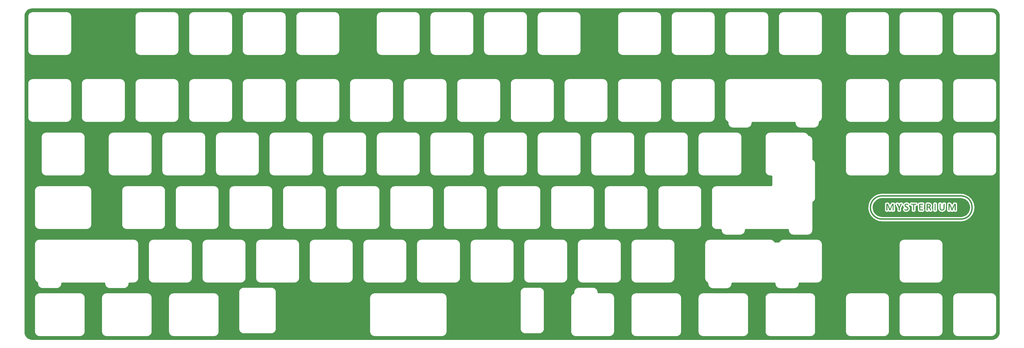
<source format=gtl>
G04 #@! TF.GenerationSoftware,KiCad,Pcbnew,5.1.10-88a1d61d58~90~ubuntu21.04.1*
G04 #@! TF.CreationDate,2021-08-16T11:56:13+02:00*
G04 #@! TF.ProjectId,mysterium-plate,6d797374-6572-4697-956d-2d706c617465,rev?*
G04 #@! TF.SameCoordinates,Original*
G04 #@! TF.FileFunction,Copper,L1,Top*
G04 #@! TF.FilePolarity,Positive*
%FSLAX46Y46*%
G04 Gerber Fmt 4.6, Leading zero omitted, Abs format (unit mm)*
G04 Created by KiCad (PCBNEW 5.1.10-88a1d61d58~90~ubuntu21.04.1) date 2021-08-16 11:56:13*
%MOMM*%
%LPD*%
G01*
G04 APERTURE LIST*
G04 #@! TA.AperFunction,EtchedComponent*
%ADD10C,0.010000*%
G04 #@! TD*
G04 #@! TA.AperFunction,EtchedComponent*
%ADD11C,0.500000*%
G04 #@! TD*
G04 #@! TA.AperFunction,NonConductor*
%ADD12C,0.254000*%
G04 #@! TD*
G04 #@! TA.AperFunction,NonConductor*
%ADD13C,0.150000*%
G04 #@! TD*
G04 APERTURE END LIST*
D10*
G36*
X351167343Y-152957902D02*
G01*
X351314428Y-152975900D01*
X351449846Y-153006604D01*
X351526256Y-153035151D01*
X351609266Y-153091061D01*
X351641737Y-153161641D01*
X351645601Y-153224761D01*
X351641129Y-153305874D01*
X351618080Y-153342663D01*
X351562003Y-153338647D01*
X351458450Y-153297349D01*
X351419548Y-153279842D01*
X351229366Y-153219238D01*
X351054786Y-153211453D01*
X350907506Y-153253326D01*
X350799224Y-153341694D01*
X350743847Y-153462499D01*
X350737997Y-153568555D01*
X350774686Y-153665801D01*
X350860812Y-153761882D01*
X351003272Y-153864444D01*
X351208963Y-153981132D01*
X351214219Y-153983899D01*
X351403136Y-154090694D01*
X351553709Y-154190888D01*
X351652665Y-154275419D01*
X351668671Y-154294195D01*
X351760277Y-154470049D01*
X351788334Y-154661066D01*
X351756666Y-154852716D01*
X351669095Y-155030470D01*
X351529442Y-155179799D01*
X351416505Y-155252707D01*
X351285802Y-155295570D01*
X351111945Y-155320238D01*
X350923445Y-155325379D01*
X350748816Y-155309658D01*
X350657903Y-155288166D01*
X350489738Y-155214178D01*
X350390608Y-155123398D01*
X350357216Y-155012774D01*
X350357195Y-155009608D01*
X350364856Y-154924722D01*
X350396483Y-154889879D01*
X350465042Y-154901573D01*
X350573345Y-154951158D01*
X350783731Y-155032824D01*
X350982154Y-155064818D01*
X351158685Y-155049990D01*
X351303396Y-154991190D01*
X351406357Y-154891267D01*
X351457640Y-154753069D01*
X351461543Y-154696280D01*
X351440233Y-154579313D01*
X351371266Y-154472421D01*
X351247084Y-154367866D01*
X351060130Y-154257913D01*
X351006715Y-154230677D01*
X350785129Y-154111007D01*
X350625775Y-154000144D01*
X350519841Y-153887582D01*
X350458515Y-153762812D01*
X350432986Y-153615328D01*
X350430818Y-153543986D01*
X350462966Y-153345103D01*
X350559830Y-153180798D01*
X350722037Y-153050093D01*
X350762420Y-153027875D01*
X350874852Y-152978417D01*
X350983217Y-152956154D01*
X351121192Y-152955267D01*
X351167343Y-152957902D01*
G37*
X351167343Y-152957902D02*
X351314428Y-152975900D01*
X351449846Y-153006604D01*
X351526256Y-153035151D01*
X351609266Y-153091061D01*
X351641737Y-153161641D01*
X351645601Y-153224761D01*
X351641129Y-153305874D01*
X351618080Y-153342663D01*
X351562003Y-153338647D01*
X351458450Y-153297349D01*
X351419548Y-153279842D01*
X351229366Y-153219238D01*
X351054786Y-153211453D01*
X350907506Y-153253326D01*
X350799224Y-153341694D01*
X350743847Y-153462499D01*
X350737997Y-153568555D01*
X350774686Y-153665801D01*
X350860812Y-153761882D01*
X351003272Y-153864444D01*
X351208963Y-153981132D01*
X351214219Y-153983899D01*
X351403136Y-154090694D01*
X351553709Y-154190888D01*
X351652665Y-154275419D01*
X351668671Y-154294195D01*
X351760277Y-154470049D01*
X351788334Y-154661066D01*
X351756666Y-154852716D01*
X351669095Y-155030470D01*
X351529442Y-155179799D01*
X351416505Y-155252707D01*
X351285802Y-155295570D01*
X351111945Y-155320238D01*
X350923445Y-155325379D01*
X350748816Y-155309658D01*
X350657903Y-155288166D01*
X350489738Y-155214178D01*
X350390608Y-155123398D01*
X350357216Y-155012774D01*
X350357195Y-155009608D01*
X350364856Y-154924722D01*
X350396483Y-154889879D01*
X350465042Y-154901573D01*
X350573345Y-154951158D01*
X350783731Y-155032824D01*
X350982154Y-155064818D01*
X351158685Y-155049990D01*
X351303396Y-154991190D01*
X351406357Y-154891267D01*
X351457640Y-154753069D01*
X351461543Y-154696280D01*
X351440233Y-154579313D01*
X351371266Y-154472421D01*
X351247084Y-154367866D01*
X351060130Y-154257913D01*
X351006715Y-154230677D01*
X350785129Y-154111007D01*
X350625775Y-154000144D01*
X350519841Y-153887582D01*
X350458515Y-153762812D01*
X350432986Y-153615328D01*
X350430818Y-153543986D01*
X350462966Y-153345103D01*
X350559830Y-153180798D01*
X350722037Y-153050093D01*
X350762420Y-153027875D01*
X350874852Y-152978417D01*
X350983217Y-152956154D01*
X351121192Y-152955267D01*
X351167343Y-152957902D01*
G36*
X363168438Y-153803598D02*
G01*
X363169318Y-154076251D01*
X363171875Y-154286117D01*
X363176897Y-154444024D01*
X363185171Y-154560805D01*
X363197483Y-154647289D01*
X363214622Y-154714306D01*
X363237375Y-154772686D01*
X363239169Y-154776664D01*
X363344353Y-154927477D01*
X363497109Y-155022353D01*
X363696495Y-155060734D01*
X363719804Y-155061459D01*
X363930768Y-155036959D01*
X364096000Y-154954966D01*
X364207232Y-154829992D01*
X364233852Y-154783764D01*
X364254298Y-154734827D01*
X364269555Y-154672900D01*
X364280607Y-154587705D01*
X364288440Y-154468963D01*
X364294037Y-154306395D01*
X364298383Y-154089721D01*
X364302034Y-153840410D01*
X364313684Y-152984540D01*
X364608022Y-152984540D01*
X364584876Y-154775924D01*
X364474113Y-154954956D01*
X364331761Y-155118449D01*
X364141560Y-155239538D01*
X363918921Y-155313479D01*
X363679254Y-155335532D01*
X363437972Y-155300952D01*
X363393171Y-155287574D01*
X363190911Y-155184197D01*
X363027976Y-155023122D01*
X362942927Y-154880338D01*
X362920990Y-154825765D01*
X362904242Y-154762172D01*
X362891989Y-154679300D01*
X362883538Y-154566889D01*
X362878196Y-154414681D01*
X362875272Y-154212416D01*
X362874072Y-153949835D01*
X362873945Y-153858816D01*
X362873137Y-152984540D01*
X363167630Y-152984540D01*
X363168438Y-153803598D01*
G37*
X363168438Y-153803598D02*
X363169318Y-154076251D01*
X363171875Y-154286117D01*
X363176897Y-154444024D01*
X363185171Y-154560805D01*
X363197483Y-154647289D01*
X363214622Y-154714306D01*
X363237375Y-154772686D01*
X363239169Y-154776664D01*
X363344353Y-154927477D01*
X363497109Y-155022353D01*
X363696495Y-155060734D01*
X363719804Y-155061459D01*
X363930768Y-155036959D01*
X364096000Y-154954966D01*
X364207232Y-154829992D01*
X364233852Y-154783764D01*
X364254298Y-154734827D01*
X364269555Y-154672900D01*
X364280607Y-154587705D01*
X364288440Y-154468963D01*
X364294037Y-154306395D01*
X364298383Y-154089721D01*
X364302034Y-153840410D01*
X364313684Y-152984540D01*
X364608022Y-152984540D01*
X364584876Y-154775924D01*
X364474113Y-154954956D01*
X364331761Y-155118449D01*
X364141560Y-155239538D01*
X363918921Y-155313479D01*
X363679254Y-155335532D01*
X363437972Y-155300952D01*
X363393171Y-155287574D01*
X363190911Y-155184197D01*
X363027976Y-155023122D01*
X362942927Y-154880338D01*
X362920990Y-154825765D01*
X362904242Y-154762172D01*
X362891989Y-154679300D01*
X362883538Y-154566889D01*
X362878196Y-154414681D01*
X362875272Y-154212416D01*
X362874072Y-153949835D01*
X362873945Y-153858816D01*
X362873137Y-152984540D01*
X363167630Y-152984540D01*
X363168438Y-153803598D01*
G36*
X344395824Y-153002721D02*
G01*
X344475356Y-153047185D01*
X344476992Y-153048961D01*
X344506225Y-153100030D01*
X344557820Y-153209555D01*
X344627384Y-153367405D01*
X344710524Y-153563445D01*
X344802846Y-153787542D01*
X344876164Y-153969669D01*
X344970196Y-154202039D01*
X345056364Y-154408245D01*
X345130769Y-154579491D01*
X345189507Y-154706979D01*
X345228679Y-154781914D01*
X345243505Y-154797929D01*
X345264170Y-154757317D01*
X345308340Y-154658158D01*
X345371886Y-154510148D01*
X345450680Y-154322982D01*
X345540592Y-154106352D01*
X345608233Y-153941642D01*
X345705356Y-153707247D01*
X345796516Y-153493074D01*
X345877132Y-153309434D01*
X345942621Y-153166632D01*
X345988402Y-153074979D01*
X346005752Y-153047338D01*
X346060954Y-153007395D01*
X346146474Y-152990803D01*
X346269079Y-152992120D01*
X346473572Y-153002946D01*
X346483299Y-154153309D01*
X346493026Y-155303671D01*
X346197485Y-155303671D01*
X346197485Y-154285217D01*
X346196563Y-154021655D01*
X346193961Y-153785327D01*
X346189922Y-153585276D01*
X346184691Y-153430547D01*
X346178512Y-153330182D01*
X346171630Y-153293226D01*
X346170701Y-153293546D01*
X346150645Y-153333417D01*
X346107175Y-153432876D01*
X346043974Y-153583056D01*
X345964726Y-153775091D01*
X345873115Y-154000115D01*
X345772824Y-154249260D01*
X345751412Y-154302797D01*
X345358906Y-155285265D01*
X345225005Y-155296751D01*
X345148025Y-155299362D01*
X345098244Y-155280379D01*
X345057361Y-155224455D01*
X345007075Y-155116244D01*
X345005520Y-155112693D01*
X344967288Y-155021284D01*
X344907813Y-154874039D01*
X344832213Y-154683866D01*
X344745604Y-154463669D01*
X344653104Y-154226358D01*
X344610812Y-154117140D01*
X344301688Y-153317132D01*
X344283282Y-154301198D01*
X344264876Y-155285265D01*
X344134720Y-155296220D01*
X344040914Y-155296761D01*
X343981949Y-155283707D01*
X343978270Y-155280882D01*
X343969346Y-155236083D01*
X343962286Y-155128942D01*
X343957029Y-154970714D01*
X343953516Y-154772656D01*
X343951688Y-154546024D01*
X343951485Y-154302073D01*
X343952846Y-154052059D01*
X343955712Y-153807238D01*
X343960024Y-153578866D01*
X343965721Y-153378199D01*
X343972745Y-153216492D01*
X343981034Y-153105003D01*
X343990084Y-153055744D01*
X344051978Y-153008590D01*
X344157793Y-152983791D01*
X344281189Y-152981712D01*
X344395824Y-153002721D01*
G37*
X344395824Y-153002721D02*
X344475356Y-153047185D01*
X344476992Y-153048961D01*
X344506225Y-153100030D01*
X344557820Y-153209555D01*
X344627384Y-153367405D01*
X344710524Y-153563445D01*
X344802846Y-153787542D01*
X344876164Y-153969669D01*
X344970196Y-154202039D01*
X345056364Y-154408245D01*
X345130769Y-154579491D01*
X345189507Y-154706979D01*
X345228679Y-154781914D01*
X345243505Y-154797929D01*
X345264170Y-154757317D01*
X345308340Y-154658158D01*
X345371886Y-154510148D01*
X345450680Y-154322982D01*
X345540592Y-154106352D01*
X345608233Y-153941642D01*
X345705356Y-153707247D01*
X345796516Y-153493074D01*
X345877132Y-153309434D01*
X345942621Y-153166632D01*
X345988402Y-153074979D01*
X346005752Y-153047338D01*
X346060954Y-153007395D01*
X346146474Y-152990803D01*
X346269079Y-152992120D01*
X346473572Y-153002946D01*
X346483299Y-154153309D01*
X346493026Y-155303671D01*
X346197485Y-155303671D01*
X346197485Y-154285217D01*
X346196563Y-154021655D01*
X346193961Y-153785327D01*
X346189922Y-153585276D01*
X346184691Y-153430547D01*
X346178512Y-153330182D01*
X346171630Y-153293226D01*
X346170701Y-153293546D01*
X346150645Y-153333417D01*
X346107175Y-153432876D01*
X346043974Y-153583056D01*
X345964726Y-153775091D01*
X345873115Y-154000115D01*
X345772824Y-154249260D01*
X345751412Y-154302797D01*
X345358906Y-155285265D01*
X345225005Y-155296751D01*
X345148025Y-155299362D01*
X345098244Y-155280379D01*
X345057361Y-155224455D01*
X345007075Y-155116244D01*
X345005520Y-155112693D01*
X344967288Y-155021284D01*
X344907813Y-154874039D01*
X344832213Y-154683866D01*
X344745604Y-154463669D01*
X344653104Y-154226358D01*
X344610812Y-154117140D01*
X344301688Y-153317132D01*
X344283282Y-154301198D01*
X344264876Y-155285265D01*
X344134720Y-155296220D01*
X344040914Y-155296761D01*
X343981949Y-155283707D01*
X343978270Y-155280882D01*
X343969346Y-155236083D01*
X343962286Y-155128942D01*
X343957029Y-154970714D01*
X343953516Y-154772656D01*
X343951688Y-154546024D01*
X343951485Y-154302073D01*
X343952846Y-154052059D01*
X343955712Y-153807238D01*
X343960024Y-153578866D01*
X343965721Y-153378199D01*
X343972745Y-153216492D01*
X343981034Y-153105003D01*
X343990084Y-153055744D01*
X344051978Y-153008590D01*
X344157793Y-152983791D01*
X344281189Y-152981712D01*
X344395824Y-153002721D01*
G36*
X348172243Y-153343454D02*
G01*
X348253664Y-153517532D01*
X348334275Y-153691119D01*
X348402173Y-153838526D01*
X348430732Y-153901231D01*
X348520643Y-154100095D01*
X348678315Y-153753984D01*
X348759070Y-153578825D01*
X348842419Y-153401503D01*
X348915095Y-153250121D01*
X348941651Y-153196207D01*
X349001035Y-153081804D01*
X349046981Y-153018482D01*
X349098302Y-152991138D01*
X349173810Y-152984669D01*
X349205298Y-152984540D01*
X349301436Y-152988442D01*
X349357441Y-152998265D01*
X349363282Y-153003314D01*
X349347530Y-153040345D01*
X349303490Y-153133239D01*
X349235984Y-153272102D01*
X349149834Y-153447042D01*
X349049864Y-153648163D01*
X349013572Y-153720772D01*
X348663862Y-154419457D01*
X348663862Y-155303671D01*
X348369369Y-155303671D01*
X348369369Y-154419457D01*
X348019659Y-153720772D01*
X347916087Y-153513001D01*
X347824696Y-153328047D01*
X347750308Y-153175804D01*
X347697746Y-153066165D01*
X347671832Y-153009025D01*
X347669948Y-153003314D01*
X347702892Y-152992148D01*
X347786299Y-152985425D01*
X347836806Y-152984540D01*
X348003664Y-152984540D01*
X348172243Y-153343454D01*
G37*
X348172243Y-153343454D02*
X348253664Y-153517532D01*
X348334275Y-153691119D01*
X348402173Y-153838526D01*
X348430732Y-153901231D01*
X348520643Y-154100095D01*
X348678315Y-153753984D01*
X348759070Y-153578825D01*
X348842419Y-153401503D01*
X348915095Y-153250121D01*
X348941651Y-153196207D01*
X349001035Y-153081804D01*
X349046981Y-153018482D01*
X349098302Y-152991138D01*
X349173810Y-152984669D01*
X349205298Y-152984540D01*
X349301436Y-152988442D01*
X349357441Y-152998265D01*
X349363282Y-153003314D01*
X349347530Y-153040345D01*
X349303490Y-153133239D01*
X349235984Y-153272102D01*
X349149834Y-153447042D01*
X349049864Y-153648163D01*
X349013572Y-153720772D01*
X348663862Y-154419457D01*
X348663862Y-155303671D01*
X348369369Y-155303671D01*
X348369369Y-154419457D01*
X348019659Y-153720772D01*
X347916087Y-153513001D01*
X347824696Y-153328047D01*
X347750308Y-153175804D01*
X347697746Y-153066165D01*
X347671832Y-153009025D01*
X347669948Y-153003314D01*
X347702892Y-152992148D01*
X347786299Y-152985425D01*
X347836806Y-152984540D01*
X348003664Y-152984540D01*
X348172243Y-153343454D01*
G36*
X353642630Y-152993065D02*
G01*
X354498499Y-153002946D01*
X354498499Y-153223816D01*
X353829035Y-153244832D01*
X353804958Y-153933744D01*
X353796978Y-154181213D01*
X353790103Y-154430919D01*
X353784809Y-154662616D01*
X353781570Y-154856058D01*
X353780777Y-154963164D01*
X353780673Y-155303671D01*
X353486180Y-155303671D01*
X353486180Y-153242222D01*
X352786760Y-153242222D01*
X352786760Y-152983184D01*
X353642630Y-152993065D01*
G37*
X353642630Y-152993065D02*
X354498499Y-153002946D01*
X354498499Y-153223816D01*
X353829035Y-153244832D01*
X353804958Y-153933744D01*
X353796978Y-154181213D01*
X353790103Y-154430919D01*
X353784809Y-154662616D01*
X353781570Y-154856058D01*
X353780777Y-154963164D01*
X353780673Y-155303671D01*
X353486180Y-155303671D01*
X353486180Y-153242222D01*
X352786760Y-153242222D01*
X352786760Y-152983184D01*
X353642630Y-152993065D01*
G36*
X356939600Y-153104178D02*
G01*
X356928064Y-153223816D01*
X356458717Y-153234119D01*
X355989369Y-153244421D01*
X355989369Y-153976042D01*
X356403499Y-153986451D01*
X356817630Y-153996859D01*
X356817630Y-154180917D01*
X356403499Y-154191326D01*
X355989369Y-154201734D01*
X355989369Y-155045990D01*
X356465220Y-155045990D01*
X356661872Y-155046958D01*
X356796815Y-155050908D01*
X356881949Y-155059403D01*
X356929174Y-155074011D01*
X356950390Y-155096297D01*
X356954880Y-155110410D01*
X356958631Y-155204451D01*
X356953286Y-155239251D01*
X356941306Y-155263286D01*
X356911592Y-155280523D01*
X356853538Y-155292069D01*
X356756536Y-155299032D01*
X356609980Y-155302517D01*
X356403265Y-155303632D01*
X356336081Y-155303671D01*
X356111702Y-155303084D01*
X355949792Y-155300497D01*
X355839202Y-155294668D01*
X355768782Y-155284358D01*
X355727382Y-155268325D01*
X355703853Y-155245329D01*
X355696171Y-155232468D01*
X355686910Y-155179329D01*
X355678740Y-155064222D01*
X355671744Y-154898792D01*
X355666007Y-154694688D01*
X355661613Y-154463556D01*
X355658644Y-154217043D01*
X355657186Y-153966797D01*
X355657322Y-153724465D01*
X355659135Y-153501693D01*
X355662710Y-153310130D01*
X355668131Y-153161422D01*
X355675481Y-153067216D01*
X355680409Y-153042769D01*
X355697742Y-153021148D01*
X355737433Y-153005523D01*
X355809713Y-152994971D01*
X355924813Y-152988571D01*
X356092964Y-152985401D01*
X356324396Y-152984541D01*
X356326944Y-152984540D01*
X356951135Y-152984540D01*
X356939600Y-153104178D01*
G37*
X356939600Y-153104178D02*
X356928064Y-153223816D01*
X356458717Y-153234119D01*
X355989369Y-153244421D01*
X355989369Y-153976042D01*
X356403499Y-153986451D01*
X356817630Y-153996859D01*
X356817630Y-154180917D01*
X356403499Y-154191326D01*
X355989369Y-154201734D01*
X355989369Y-155045990D01*
X356465220Y-155045990D01*
X356661872Y-155046958D01*
X356796815Y-155050908D01*
X356881949Y-155059403D01*
X356929174Y-155074011D01*
X356950390Y-155096297D01*
X356954880Y-155110410D01*
X356958631Y-155204451D01*
X356953286Y-155239251D01*
X356941306Y-155263286D01*
X356911592Y-155280523D01*
X356853538Y-155292069D01*
X356756536Y-155299032D01*
X356609980Y-155302517D01*
X356403265Y-155303632D01*
X356336081Y-155303671D01*
X356111702Y-155303084D01*
X355949792Y-155300497D01*
X355839202Y-155294668D01*
X355768782Y-155284358D01*
X355727382Y-155268325D01*
X355703853Y-155245329D01*
X355696171Y-155232468D01*
X355686910Y-155179329D01*
X355678740Y-155064222D01*
X355671744Y-154898792D01*
X355666007Y-154694688D01*
X355661613Y-154463556D01*
X355658644Y-154217043D01*
X355657186Y-153966797D01*
X355657322Y-153724465D01*
X355659135Y-153501693D01*
X355662710Y-153310130D01*
X355668131Y-153161422D01*
X355675481Y-153067216D01*
X355680409Y-153042769D01*
X355697742Y-153021148D01*
X355737433Y-153005523D01*
X355809713Y-152994971D01*
X355924813Y-152988571D01*
X356092964Y-152985401D01*
X356324396Y-152984541D01*
X356326944Y-152984540D01*
X356951135Y-152984540D01*
X356939600Y-153104178D01*
G36*
X358765464Y-152989343D02*
G01*
X358807338Y-152990493D01*
X359013277Y-152998772D01*
X359162582Y-153011722D01*
X359272211Y-153031892D01*
X359359123Y-153061828D01*
X359394441Y-153078702D01*
X359525759Y-153181500D01*
X359631643Y-153329173D01*
X359695417Y-153494372D01*
X359706531Y-153590529D01*
X359674414Y-153765235D01*
X359590613Y-153930834D01*
X359470259Y-154060432D01*
X359425137Y-154090693D01*
X359284006Y-154171872D01*
X359398822Y-154293540D01*
X359449103Y-154364276D01*
X359513779Y-154479789D01*
X359586217Y-154624976D01*
X359659783Y-154784732D01*
X359727842Y-154943955D01*
X359783762Y-155087539D01*
X359820907Y-155200381D01*
X359832644Y-155267377D01*
X359830356Y-155276062D01*
X359786045Y-155293814D01*
X359697398Y-155303219D01*
X359671574Y-155303671D01*
X359529718Y-155303671D01*
X359429020Y-155036787D01*
X359326089Y-154778005D01*
X359233996Y-154582659D01*
X359145931Y-154442707D01*
X359055083Y-154350107D01*
X358954641Y-154296820D01*
X358837796Y-154274803D01*
X358782086Y-154272946D01*
X358602992Y-154272946D01*
X358602992Y-155303671D01*
X358461881Y-155303671D01*
X358364602Y-155297790D01*
X358302332Y-155283240D01*
X358296229Y-155279130D01*
X358289980Y-155237415D01*
X358284317Y-155131487D01*
X358279452Y-154970757D01*
X358275594Y-154764634D01*
X358272954Y-154522527D01*
X358271743Y-154253846D01*
X358271688Y-154181818D01*
X358272083Y-154015265D01*
X358602992Y-154015265D01*
X358836824Y-154015265D01*
X358992239Y-154007685D01*
X359104316Y-153980392D01*
X359195251Y-153931300D01*
X359315105Y-153817124D01*
X359367861Y-153677234D01*
X359360776Y-153522133D01*
X359309225Y-153393439D01*
X359207356Y-153305904D01*
X359049776Y-153256564D01*
X358851470Y-153242359D01*
X358602992Y-153242222D01*
X358602992Y-154015265D01*
X358272083Y-154015265D01*
X358272472Y-153851312D01*
X358275015Y-153587711D01*
X358279597Y-153384312D01*
X358286502Y-153234410D01*
X358296010Y-153131303D01*
X358308404Y-153068287D01*
X358319585Y-153043544D01*
X358347943Y-153015652D01*
X358393207Y-152997755D01*
X358468879Y-152988383D01*
X358588464Y-152986069D01*
X358765464Y-152989343D01*
G37*
X358765464Y-152989343D02*
X358807338Y-152990493D01*
X359013277Y-152998772D01*
X359162582Y-153011722D01*
X359272211Y-153031892D01*
X359359123Y-153061828D01*
X359394441Y-153078702D01*
X359525759Y-153181500D01*
X359631643Y-153329173D01*
X359695417Y-153494372D01*
X359706531Y-153590529D01*
X359674414Y-153765235D01*
X359590613Y-153930834D01*
X359470259Y-154060432D01*
X359425137Y-154090693D01*
X359284006Y-154171872D01*
X359398822Y-154293540D01*
X359449103Y-154364276D01*
X359513779Y-154479789D01*
X359586217Y-154624976D01*
X359659783Y-154784732D01*
X359727842Y-154943955D01*
X359783762Y-155087539D01*
X359820907Y-155200381D01*
X359832644Y-155267377D01*
X359830356Y-155276062D01*
X359786045Y-155293814D01*
X359697398Y-155303219D01*
X359671574Y-155303671D01*
X359529718Y-155303671D01*
X359429020Y-155036787D01*
X359326089Y-154778005D01*
X359233996Y-154582659D01*
X359145931Y-154442707D01*
X359055083Y-154350107D01*
X358954641Y-154296820D01*
X358837796Y-154274803D01*
X358782086Y-154272946D01*
X358602992Y-154272946D01*
X358602992Y-155303671D01*
X358461881Y-155303671D01*
X358364602Y-155297790D01*
X358302332Y-155283240D01*
X358296229Y-155279130D01*
X358289980Y-155237415D01*
X358284317Y-155131487D01*
X358279452Y-154970757D01*
X358275594Y-154764634D01*
X358272954Y-154522527D01*
X358271743Y-154253846D01*
X358271688Y-154181818D01*
X358272083Y-154015265D01*
X358602992Y-154015265D01*
X358836824Y-154015265D01*
X358992239Y-154007685D01*
X359104316Y-153980392D01*
X359195251Y-153931300D01*
X359315105Y-153817124D01*
X359367861Y-153677234D01*
X359360776Y-153522133D01*
X359309225Y-153393439D01*
X359207356Y-153305904D01*
X359049776Y-153256564D01*
X358851470Y-153242359D01*
X358602992Y-153242222D01*
X358602992Y-154015265D01*
X358272083Y-154015265D01*
X358272472Y-153851312D01*
X358275015Y-153587711D01*
X358279597Y-153384312D01*
X358286502Y-153234410D01*
X358296010Y-153131303D01*
X358308404Y-153068287D01*
X358319585Y-153043544D01*
X358347943Y-153015652D01*
X358393207Y-152997755D01*
X358468879Y-152988383D01*
X358588464Y-152986069D01*
X358765464Y-152989343D01*
G36*
X361400673Y-155303671D02*
G01*
X361106180Y-155303671D01*
X361106180Y-152984540D01*
X361400673Y-152984540D01*
X361400673Y-155303671D01*
G37*
X361400673Y-155303671D02*
X361106180Y-155303671D01*
X361106180Y-152984540D01*
X361400673Y-152984540D01*
X361400673Y-155303671D01*
G36*
X366401045Y-152993930D02*
G01*
X366507042Y-153024936D01*
X366548487Y-153052354D01*
X366580670Y-153104862D01*
X366634463Y-153215709D01*
X366705281Y-153374432D01*
X366788537Y-153570565D01*
X366879645Y-153793643D01*
X366939688Y-153945035D01*
X367031169Y-154176837D01*
X367114833Y-154385913D01*
X367186656Y-154562440D01*
X367242611Y-154696594D01*
X367278674Y-154778549D01*
X367289731Y-154799397D01*
X367310181Y-154774894D01*
X367354012Y-154690661D01*
X367417295Y-154555335D01*
X367496098Y-154377555D01*
X367586493Y-154165961D01*
X367674928Y-153952730D01*
X367774551Y-153712978D01*
X367868149Y-153494653D01*
X367951336Y-153307444D01*
X368019728Y-153161037D01*
X368068939Y-153065118D01*
X368092368Y-153030555D01*
X368170996Y-152999416D01*
X368284749Y-152986043D01*
X368404486Y-152990145D01*
X368501066Y-153011432D01*
X368538170Y-153034996D01*
X368551278Y-153077972D01*
X368561141Y-153174025D01*
X368567873Y-153327222D01*
X368571588Y-153541631D01*
X368572398Y-153821320D01*
X368570418Y-154170359D01*
X368570286Y-154185358D01*
X368560528Y-155285265D01*
X368266035Y-155285265D01*
X368247630Y-154291732D01*
X368229224Y-153298200D01*
X367825731Y-154300935D01*
X367422239Y-155303671D01*
X367149816Y-155303671D01*
X366865217Y-154576642D01*
X366773003Y-154341098D01*
X366683046Y-154111361D01*
X366601284Y-153902589D01*
X366533651Y-153729940D01*
X366486086Y-153608574D01*
X366481374Y-153596556D01*
X366382130Y-153343498D01*
X366357778Y-153906104D01*
X366348647Y-154147687D01*
X366341077Y-154406318D01*
X366335780Y-154653278D01*
X366333471Y-154859846D01*
X366333427Y-154886190D01*
X366333427Y-155303671D01*
X366038934Y-155303671D01*
X366038934Y-154188280D01*
X366039816Y-153843310D01*
X366042596Y-153566714D01*
X366047472Y-153353264D01*
X366054644Y-153197730D01*
X366064311Y-153094882D01*
X366076672Y-153039492D01*
X366083108Y-153028714D01*
X366159376Y-152994311D01*
X366275256Y-152983219D01*
X366401045Y-152993930D01*
G37*
X366401045Y-152993930D02*
X366507042Y-153024936D01*
X366548487Y-153052354D01*
X366580670Y-153104862D01*
X366634463Y-153215709D01*
X366705281Y-153374432D01*
X366788537Y-153570565D01*
X366879645Y-153793643D01*
X366939688Y-153945035D01*
X367031169Y-154176837D01*
X367114833Y-154385913D01*
X367186656Y-154562440D01*
X367242611Y-154696594D01*
X367278674Y-154778549D01*
X367289731Y-154799397D01*
X367310181Y-154774894D01*
X367354012Y-154690661D01*
X367417295Y-154555335D01*
X367496098Y-154377555D01*
X367586493Y-154165961D01*
X367674928Y-153952730D01*
X367774551Y-153712978D01*
X367868149Y-153494653D01*
X367951336Y-153307444D01*
X368019728Y-153161037D01*
X368068939Y-153065118D01*
X368092368Y-153030555D01*
X368170996Y-152999416D01*
X368284749Y-152986043D01*
X368404486Y-152990145D01*
X368501066Y-153011432D01*
X368538170Y-153034996D01*
X368551278Y-153077972D01*
X368561141Y-153174025D01*
X368567873Y-153327222D01*
X368571588Y-153541631D01*
X368572398Y-153821320D01*
X368570418Y-154170359D01*
X368570286Y-154185358D01*
X368560528Y-155285265D01*
X368266035Y-155285265D01*
X368247630Y-154291732D01*
X368229224Y-153298200D01*
X367825731Y-154300935D01*
X367422239Y-155303671D01*
X367149816Y-155303671D01*
X366865217Y-154576642D01*
X366773003Y-154341098D01*
X366683046Y-154111361D01*
X366601284Y-153902589D01*
X366533651Y-153729940D01*
X366486086Y-153608574D01*
X366481374Y-153596556D01*
X366382130Y-153343498D01*
X366357778Y-153906104D01*
X366348647Y-154147687D01*
X366341077Y-154406318D01*
X366335780Y-154653278D01*
X366333471Y-154859846D01*
X366333427Y-154886190D01*
X366333427Y-155303671D01*
X366038934Y-155303671D01*
X366038934Y-154188280D01*
X366039816Y-153843310D01*
X366042596Y-153566714D01*
X366047472Y-153353264D01*
X366054644Y-153197730D01*
X366064311Y-153094882D01*
X366076672Y-153039492D01*
X366083108Y-153028714D01*
X366159376Y-152994311D01*
X366275256Y-152983219D01*
X366401045Y-152993930D01*
D11*
X342322050Y-150175700D02*
X370197050Y-150175700D01*
X342544850Y-158435700D02*
X370419850Y-158435700D01*
X370197050Y-150175700D02*
G75*
G02*
X370419850Y-158435700I111400J-4130000D01*
G01*
X342544850Y-158435700D02*
G75*
G02*
X342322050Y-150175700I-111400J4130000D01*
G01*
D12*
X382004408Y-83625844D02*
X382489132Y-83771712D01*
X382936287Y-84008947D01*
X383328849Y-84328521D01*
X383651862Y-84718255D01*
X383893023Y-85163308D01*
X384043148Y-85646729D01*
X384100001Y-86182977D01*
X384099999Y-198585538D01*
X384047656Y-199124409D01*
X383901788Y-199609132D01*
X383664552Y-200056288D01*
X383344979Y-200448849D01*
X382955243Y-200771863D01*
X382510192Y-201013023D01*
X382026771Y-201163148D01*
X381490523Y-201220001D01*
X40491962Y-201219999D01*
X39953091Y-201167656D01*
X39468368Y-201021788D01*
X39021212Y-200784552D01*
X38628651Y-200464979D01*
X38305637Y-200075243D01*
X38064477Y-199630192D01*
X37914352Y-199146771D01*
X37857499Y-198610523D01*
X37857499Y-186369899D01*
X41341859Y-186369899D01*
X41341860Y-198442114D01*
X41344952Y-198473504D01*
X41344909Y-198479607D01*
X41345910Y-198489821D01*
X41366311Y-198683917D01*
X41379703Y-198749158D01*
X41392188Y-198814607D01*
X41395154Y-198824432D01*
X41452866Y-199010870D01*
X41478690Y-199072302D01*
X41503636Y-199134046D01*
X41508454Y-199143108D01*
X41601279Y-199314784D01*
X41638516Y-199369991D01*
X41675009Y-199425757D01*
X41681495Y-199433710D01*
X41805898Y-199584087D01*
X41853205Y-199631065D01*
X41899776Y-199678622D01*
X41907683Y-199685164D01*
X42058925Y-199808514D01*
X42114418Y-199845383D01*
X42169379Y-199883016D01*
X42178406Y-199887897D01*
X42350728Y-199979522D01*
X42412367Y-200004928D01*
X42473548Y-200031150D01*
X42483351Y-200034185D01*
X42670187Y-200090594D01*
X42735579Y-200103542D01*
X42800695Y-200117383D01*
X42810901Y-200118456D01*
X43003377Y-200137329D01*
X43040754Y-200141010D01*
X57494222Y-200141010D01*
X57525621Y-200137917D01*
X57531715Y-200137960D01*
X57541929Y-200136959D01*
X57736025Y-200116558D01*
X57801266Y-200103166D01*
X57866715Y-200090681D01*
X57876540Y-200087715D01*
X58062978Y-200030003D01*
X58124430Y-200004171D01*
X58186157Y-199979231D01*
X58195219Y-199974414D01*
X58366896Y-199881588D01*
X58422149Y-199844319D01*
X58477863Y-199807861D01*
X58485816Y-199801375D01*
X58636194Y-199676972D01*
X58683172Y-199629665D01*
X58730730Y-199583093D01*
X58737272Y-199575186D01*
X58860623Y-199423943D01*
X58897513Y-199368420D01*
X58935124Y-199313490D01*
X58940002Y-199304468D01*
X58940005Y-199304464D01*
X58940007Y-199304460D01*
X59031630Y-199132142D01*
X59057033Y-199070510D01*
X59083259Y-199009321D01*
X59086294Y-198999518D01*
X59142703Y-198812682D01*
X59155645Y-198747322D01*
X59169492Y-198682174D01*
X59170565Y-198671968D01*
X59189610Y-198477733D01*
X59189610Y-198477722D01*
X59193117Y-198442114D01*
X59193117Y-186369899D01*
X65154371Y-186369899D01*
X65154372Y-198442114D01*
X65157464Y-198473504D01*
X65157421Y-198479607D01*
X65158422Y-198489821D01*
X65178823Y-198683917D01*
X65192215Y-198749158D01*
X65204700Y-198814607D01*
X65207666Y-198824432D01*
X65265378Y-199010870D01*
X65291210Y-199072322D01*
X65316150Y-199134049D01*
X65320967Y-199143111D01*
X65413793Y-199314788D01*
X65451062Y-199370041D01*
X65487520Y-199425755D01*
X65494006Y-199433708D01*
X65618409Y-199584086D01*
X65665716Y-199631064D01*
X65712288Y-199678622D01*
X65720195Y-199685164D01*
X65871438Y-199808515D01*
X65926961Y-199845405D01*
X65981891Y-199883016D01*
X65990913Y-199887894D01*
X65990917Y-199887897D01*
X65990921Y-199887899D01*
X66163239Y-199979522D01*
X66224871Y-200004925D01*
X66286060Y-200031151D01*
X66295857Y-200034184D01*
X66295862Y-200034186D01*
X66295865Y-200034187D01*
X66482699Y-200090595D01*
X66548059Y-200103537D01*
X66613207Y-200117384D01*
X66623413Y-200118457D01*
X66817648Y-200137502D01*
X66817649Y-200137502D01*
X66853267Y-200141010D01*
X81306735Y-200141010D01*
X81338134Y-200137917D01*
X81344228Y-200137960D01*
X81354442Y-200136959D01*
X81548538Y-200116558D01*
X81613779Y-200103166D01*
X81679228Y-200090681D01*
X81689053Y-200087715D01*
X81875491Y-200030003D01*
X81936943Y-200004171D01*
X81998670Y-199979231D01*
X82007732Y-199974414D01*
X82179409Y-199881588D01*
X82234662Y-199844319D01*
X82290376Y-199807861D01*
X82298329Y-199801375D01*
X82448707Y-199676972D01*
X82495685Y-199629665D01*
X82543243Y-199583093D01*
X82549785Y-199575186D01*
X82673136Y-199423943D01*
X82710026Y-199368420D01*
X82747637Y-199313490D01*
X82752515Y-199304468D01*
X82752518Y-199304464D01*
X82752520Y-199304460D01*
X82844143Y-199132142D01*
X82869546Y-199070510D01*
X82895772Y-199009321D01*
X82898807Y-198999518D01*
X82955216Y-198812682D01*
X82968158Y-198747322D01*
X82982005Y-198682174D01*
X82983078Y-198671968D01*
X83002123Y-198477733D01*
X83002123Y-198477722D01*
X83005630Y-198442114D01*
X83005630Y-186369899D01*
X88966884Y-186369899D01*
X88966885Y-198442114D01*
X88969977Y-198473504D01*
X88969934Y-198479607D01*
X88970935Y-198489821D01*
X88991336Y-198683917D01*
X89004728Y-198749158D01*
X89017213Y-198814607D01*
X89020179Y-198824432D01*
X89077891Y-199010870D01*
X89103723Y-199072322D01*
X89128663Y-199134049D01*
X89133480Y-199143111D01*
X89226306Y-199314788D01*
X89263575Y-199370041D01*
X89300033Y-199425755D01*
X89306519Y-199433708D01*
X89430922Y-199584086D01*
X89478229Y-199631064D01*
X89524801Y-199678622D01*
X89532708Y-199685164D01*
X89683951Y-199808515D01*
X89739474Y-199845405D01*
X89794404Y-199883016D01*
X89803426Y-199887894D01*
X89803430Y-199887897D01*
X89803434Y-199887899D01*
X89975752Y-199979522D01*
X90037384Y-200004925D01*
X90098573Y-200031151D01*
X90108370Y-200034184D01*
X90108375Y-200034186D01*
X90108378Y-200034187D01*
X90295212Y-200090595D01*
X90360572Y-200103537D01*
X90425720Y-200117384D01*
X90435926Y-200118457D01*
X90630161Y-200137502D01*
X90630162Y-200137502D01*
X90665780Y-200141010D01*
X105119248Y-200141010D01*
X105150647Y-200137917D01*
X105156741Y-200137960D01*
X105166955Y-200136959D01*
X105361051Y-200116558D01*
X105426292Y-200103166D01*
X105491741Y-200090681D01*
X105501566Y-200087715D01*
X105688004Y-200030003D01*
X105749456Y-200004171D01*
X105811183Y-199979231D01*
X105820245Y-199974414D01*
X105991922Y-199881588D01*
X106047175Y-199844319D01*
X106102889Y-199807861D01*
X106110842Y-199801375D01*
X106261220Y-199676972D01*
X106308198Y-199629665D01*
X106355756Y-199583093D01*
X106362298Y-199575186D01*
X106485649Y-199423943D01*
X106522539Y-199368420D01*
X106560150Y-199313490D01*
X106565028Y-199304468D01*
X106565031Y-199304464D01*
X106565033Y-199304460D01*
X106656656Y-199132142D01*
X106682059Y-199070510D01*
X106708285Y-199009321D01*
X106711320Y-198999518D01*
X106767729Y-198812682D01*
X106780671Y-198747322D01*
X106794518Y-198682174D01*
X106795591Y-198671968D01*
X106814636Y-198477733D01*
X106814636Y-198477722D01*
X106818143Y-198442114D01*
X106818143Y-186369898D01*
X106815050Y-186338499D01*
X106815093Y-186332405D01*
X106814092Y-186322191D01*
X106793691Y-186128094D01*
X106780298Y-186062846D01*
X106767814Y-185997405D01*
X106764848Y-185987580D01*
X106707136Y-185801142D01*
X106681318Y-185739723D01*
X106656366Y-185677965D01*
X106651548Y-185668904D01*
X106558723Y-185497227D01*
X106521458Y-185441980D01*
X106484993Y-185386255D01*
X106478507Y-185378302D01*
X106354103Y-185227924D01*
X106306797Y-185180947D01*
X106260226Y-185133390D01*
X106252319Y-185126848D01*
X106101077Y-185003498D01*
X106045558Y-184966611D01*
X105990623Y-184928997D01*
X105981596Y-184924115D01*
X105809274Y-184832490D01*
X105747647Y-184807089D01*
X105686454Y-184780862D01*
X105676651Y-184777827D01*
X105489815Y-184721418D01*
X105424423Y-184708470D01*
X105359307Y-184694629D01*
X105349101Y-184693556D01*
X105156847Y-184674705D01*
X105119248Y-184671002D01*
X90665780Y-184671002D01*
X90634381Y-184674095D01*
X90628287Y-184674052D01*
X90618073Y-184675053D01*
X90423976Y-184695454D01*
X90358728Y-184708847D01*
X90293287Y-184721331D01*
X90283462Y-184724297D01*
X90097024Y-184782009D01*
X90035561Y-184807846D01*
X89973845Y-184832781D01*
X89964784Y-184837598D01*
X89793106Y-184930424D01*
X89737836Y-184967705D01*
X89682140Y-185004151D01*
X89674187Y-185010637D01*
X89674184Y-185010639D01*
X89674181Y-185010642D01*
X89523808Y-185135040D01*
X89476845Y-185182332D01*
X89429272Y-185228919D01*
X89422730Y-185236826D01*
X89299379Y-185388069D01*
X89262522Y-185443544D01*
X89224878Y-185498521D01*
X89219997Y-185507548D01*
X89128372Y-185679870D01*
X89102981Y-185741473D01*
X89076743Y-185802691D01*
X89073708Y-185812494D01*
X89017299Y-185999330D01*
X89004356Y-186064698D01*
X88990510Y-186129839D01*
X88989437Y-186140045D01*
X88970392Y-186334279D01*
X88966884Y-186369899D01*
X83005630Y-186369899D01*
X83005630Y-186369898D01*
X83002537Y-186338499D01*
X83002580Y-186332405D01*
X83001579Y-186322191D01*
X82981178Y-186128094D01*
X82967785Y-186062846D01*
X82955301Y-185997405D01*
X82952335Y-185987580D01*
X82894623Y-185801142D01*
X82868805Y-185739723D01*
X82843853Y-185677965D01*
X82839035Y-185668904D01*
X82746210Y-185497227D01*
X82708945Y-185441980D01*
X82672480Y-185386255D01*
X82665994Y-185378302D01*
X82541590Y-185227924D01*
X82494284Y-185180947D01*
X82447713Y-185133390D01*
X82439806Y-185126848D01*
X82288564Y-185003498D01*
X82233045Y-184966611D01*
X82178110Y-184928997D01*
X82169083Y-184924115D01*
X81996761Y-184832490D01*
X81935134Y-184807089D01*
X81873941Y-184780862D01*
X81864138Y-184777827D01*
X81677302Y-184721418D01*
X81611910Y-184708470D01*
X81546794Y-184694629D01*
X81536588Y-184693556D01*
X81344334Y-184674705D01*
X81306735Y-184671002D01*
X66853267Y-184671002D01*
X66821868Y-184674095D01*
X66815774Y-184674052D01*
X66805560Y-184675053D01*
X66611463Y-184695454D01*
X66546215Y-184708847D01*
X66480774Y-184721331D01*
X66470949Y-184724297D01*
X66284511Y-184782009D01*
X66223048Y-184807846D01*
X66161332Y-184832781D01*
X66152271Y-184837598D01*
X65980593Y-184930424D01*
X65925323Y-184967705D01*
X65869627Y-185004151D01*
X65861674Y-185010637D01*
X65861671Y-185010639D01*
X65861668Y-185010642D01*
X65711295Y-185135040D01*
X65664332Y-185182332D01*
X65616759Y-185228919D01*
X65610217Y-185236826D01*
X65486866Y-185388069D01*
X65450009Y-185443544D01*
X65412365Y-185498521D01*
X65407484Y-185507548D01*
X65315859Y-185679870D01*
X65290468Y-185741473D01*
X65264230Y-185802691D01*
X65261195Y-185812494D01*
X65204786Y-185999330D01*
X65191843Y-186064698D01*
X65177997Y-186129839D01*
X65176924Y-186140045D01*
X65157879Y-186334279D01*
X65154371Y-186369899D01*
X59193117Y-186369899D01*
X59193117Y-186369898D01*
X59190024Y-186338499D01*
X59190067Y-186332405D01*
X59189066Y-186322191D01*
X59168665Y-186128094D01*
X59155272Y-186062846D01*
X59142788Y-185997405D01*
X59139822Y-185987580D01*
X59082110Y-185801142D01*
X59056292Y-185739723D01*
X59031340Y-185677965D01*
X59026522Y-185668904D01*
X58933697Y-185497227D01*
X58896432Y-185441980D01*
X58859967Y-185386255D01*
X58853481Y-185378302D01*
X58729077Y-185227924D01*
X58681771Y-185180947D01*
X58635200Y-185133390D01*
X58627293Y-185126848D01*
X58476051Y-185003498D01*
X58420532Y-184966611D01*
X58365597Y-184928997D01*
X58356570Y-184924115D01*
X58184248Y-184832490D01*
X58122621Y-184807089D01*
X58061428Y-184780862D01*
X58051625Y-184777827D01*
X57864789Y-184721418D01*
X57799397Y-184708470D01*
X57734281Y-184694629D01*
X57724075Y-184693556D01*
X57531821Y-184674705D01*
X57494222Y-184671002D01*
X43040754Y-184671002D01*
X43009355Y-184674095D01*
X43003261Y-184674052D01*
X42993047Y-184675053D01*
X42798950Y-184695454D01*
X42733702Y-184708847D01*
X42668261Y-184721331D01*
X42658436Y-184724297D01*
X42471998Y-184782009D01*
X42410535Y-184807846D01*
X42348819Y-184832781D01*
X42339758Y-184837598D01*
X42168080Y-184930424D01*
X42112810Y-184967705D01*
X42057114Y-185004151D01*
X42049161Y-185010637D01*
X42049158Y-185010639D01*
X42049155Y-185010642D01*
X41898782Y-185135040D01*
X41851819Y-185182332D01*
X41804246Y-185228919D01*
X41797704Y-185236826D01*
X41674353Y-185388069D01*
X41637496Y-185443544D01*
X41599852Y-185498521D01*
X41594971Y-185507548D01*
X41503346Y-185679870D01*
X41477955Y-185741473D01*
X41451717Y-185802691D01*
X41448682Y-185812494D01*
X41392273Y-185999330D01*
X41379330Y-186064698D01*
X41365484Y-186129839D01*
X41364411Y-186140045D01*
X41345366Y-186334279D01*
X41345366Y-186334291D01*
X41341859Y-186369899D01*
X37857499Y-186369899D01*
X37857499Y-184369898D01*
X113904398Y-184369898D01*
X113904399Y-197442114D01*
X113907491Y-197473504D01*
X113907448Y-197479607D01*
X113908449Y-197489821D01*
X113928850Y-197683917D01*
X113942242Y-197749158D01*
X113954727Y-197814607D01*
X113957693Y-197824432D01*
X114015405Y-198010870D01*
X114041229Y-198072302D01*
X114066175Y-198134046D01*
X114070993Y-198143108D01*
X114163818Y-198314784D01*
X114201055Y-198369991D01*
X114237548Y-198425757D01*
X114244034Y-198433710D01*
X114368437Y-198584087D01*
X114415744Y-198631065D01*
X114462315Y-198678622D01*
X114470222Y-198685164D01*
X114621464Y-198808514D01*
X114676957Y-198845383D01*
X114731918Y-198883016D01*
X114740945Y-198887897D01*
X114913267Y-198979522D01*
X114974906Y-199004928D01*
X115036087Y-199031150D01*
X115045890Y-199034185D01*
X115232726Y-199090594D01*
X115298118Y-199103542D01*
X115363234Y-199117383D01*
X115373440Y-199118456D01*
X115567673Y-199137501D01*
X115567675Y-199137501D01*
X115603293Y-199141009D01*
X125431759Y-199141009D01*
X125463158Y-199137916D01*
X125469252Y-199137959D01*
X125479466Y-199136958D01*
X125673562Y-199116557D01*
X125738803Y-199103165D01*
X125804252Y-199090680D01*
X125814077Y-199087714D01*
X126000515Y-199030002D01*
X126061947Y-199004178D01*
X126123691Y-198979232D01*
X126132753Y-198974414D01*
X126304429Y-198881589D01*
X126359636Y-198844352D01*
X126415402Y-198807859D01*
X126423355Y-198801373D01*
X126573732Y-198676970D01*
X126620710Y-198629663D01*
X126668267Y-198583092D01*
X126674809Y-198575185D01*
X126798159Y-198423943D01*
X126835028Y-198368450D01*
X126872661Y-198313489D01*
X126877542Y-198304462D01*
X126969167Y-198132140D01*
X126994573Y-198070501D01*
X127020795Y-198009320D01*
X127023830Y-197999517D01*
X127080239Y-197812681D01*
X127093187Y-197747289D01*
X127107028Y-197682173D01*
X127108101Y-197671967D01*
X127127146Y-197477734D01*
X127127146Y-197477732D01*
X127130654Y-197442114D01*
X127130654Y-186369899D01*
X160404423Y-186369899D01*
X160404424Y-198442114D01*
X160407516Y-198473504D01*
X160407473Y-198479607D01*
X160408474Y-198489821D01*
X160428875Y-198683917D01*
X160442267Y-198749158D01*
X160454752Y-198814607D01*
X160457718Y-198824432D01*
X160515430Y-199010870D01*
X160541254Y-199072302D01*
X160566200Y-199134046D01*
X160571018Y-199143108D01*
X160663843Y-199314784D01*
X160701080Y-199369991D01*
X160737573Y-199425757D01*
X160744059Y-199433710D01*
X160868462Y-199584087D01*
X160915769Y-199631065D01*
X160962340Y-199678622D01*
X160970247Y-199685164D01*
X161121489Y-199808514D01*
X161176982Y-199845383D01*
X161231943Y-199883016D01*
X161240970Y-199887897D01*
X161413292Y-199979522D01*
X161474931Y-200004928D01*
X161536112Y-200031150D01*
X161545915Y-200034185D01*
X161732751Y-200090594D01*
X161798143Y-200103542D01*
X161863259Y-200117383D01*
X161873465Y-200118456D01*
X162065941Y-200137329D01*
X162103318Y-200141010D01*
X186081791Y-200141010D01*
X186113190Y-200137917D01*
X186119284Y-200137960D01*
X186129498Y-200136959D01*
X186323594Y-200116558D01*
X186388835Y-200103166D01*
X186454284Y-200090681D01*
X186464109Y-200087715D01*
X186650547Y-200030003D01*
X186711999Y-200004171D01*
X186773726Y-199979231D01*
X186782788Y-199974414D01*
X186954465Y-199881588D01*
X187009718Y-199844319D01*
X187065432Y-199807861D01*
X187073385Y-199801375D01*
X187223763Y-199676972D01*
X187270741Y-199629665D01*
X187318299Y-199583093D01*
X187324841Y-199575186D01*
X187448192Y-199423943D01*
X187485082Y-199368420D01*
X187522693Y-199313490D01*
X187527571Y-199304468D01*
X187527574Y-199304464D01*
X187527576Y-199304460D01*
X187619199Y-199132142D01*
X187644602Y-199070510D01*
X187670828Y-199009321D01*
X187673863Y-198999518D01*
X187730272Y-198812682D01*
X187743214Y-198747322D01*
X187757061Y-198682174D01*
X187758134Y-198671968D01*
X187777179Y-198477733D01*
X187777179Y-198477732D01*
X187780687Y-198442114D01*
X187780687Y-186369898D01*
X187777594Y-186338499D01*
X187777637Y-186332405D01*
X187776636Y-186322191D01*
X187756235Y-186128094D01*
X187742842Y-186062846D01*
X187730358Y-185997405D01*
X187727392Y-185987580D01*
X187669680Y-185801142D01*
X187643843Y-185739679D01*
X187618908Y-185677963D01*
X187614091Y-185668902D01*
X187521265Y-185497224D01*
X187483984Y-185441954D01*
X187447538Y-185386258D01*
X187441052Y-185378305D01*
X187441050Y-185378302D01*
X187441047Y-185378299D01*
X187316649Y-185227926D01*
X187269342Y-185180948D01*
X187222770Y-185133390D01*
X187214863Y-185126848D01*
X187063620Y-185003497D01*
X187008145Y-184966640D01*
X186953168Y-184928996D01*
X186944141Y-184924115D01*
X186771819Y-184832490D01*
X186710216Y-184807099D01*
X186648998Y-184780861D01*
X186639195Y-184777826D01*
X186452359Y-184721417D01*
X186386991Y-184708474D01*
X186321850Y-184694628D01*
X186311644Y-184693555D01*
X186117410Y-184674510D01*
X186117409Y-184674510D01*
X186081791Y-184671002D01*
X162103318Y-184671002D01*
X162071919Y-184674095D01*
X162065825Y-184674052D01*
X162055611Y-184675053D01*
X161861514Y-184695454D01*
X161796266Y-184708847D01*
X161730825Y-184721331D01*
X161721000Y-184724297D01*
X161534562Y-184782009D01*
X161473099Y-184807846D01*
X161411383Y-184832781D01*
X161402322Y-184837598D01*
X161230644Y-184930424D01*
X161175374Y-184967705D01*
X161119678Y-185004151D01*
X161111725Y-185010637D01*
X161111722Y-185010639D01*
X161111719Y-185010642D01*
X160961346Y-185135040D01*
X160914383Y-185182332D01*
X160866810Y-185228919D01*
X160860268Y-185236826D01*
X160736917Y-185388069D01*
X160700060Y-185443544D01*
X160662416Y-185498521D01*
X160657535Y-185507548D01*
X160565910Y-185679870D01*
X160540519Y-185741473D01*
X160514281Y-185802691D01*
X160511246Y-185812494D01*
X160454837Y-185999330D01*
X160441894Y-186064698D01*
X160428048Y-186129839D01*
X160426975Y-186140045D01*
X160407930Y-186334279D01*
X160407930Y-186334291D01*
X160404423Y-186369899D01*
X127130654Y-186369899D01*
X127130654Y-184369898D01*
X213904452Y-184369898D01*
X213904453Y-197442114D01*
X213907545Y-197473504D01*
X213907502Y-197479607D01*
X213908503Y-197489821D01*
X213928904Y-197683917D01*
X213942296Y-197749158D01*
X213954781Y-197814607D01*
X213957747Y-197824432D01*
X214015459Y-198010870D01*
X214041283Y-198072302D01*
X214066229Y-198134046D01*
X214071047Y-198143108D01*
X214163872Y-198314784D01*
X214201109Y-198369991D01*
X214237602Y-198425757D01*
X214244088Y-198433710D01*
X214368491Y-198584087D01*
X214415798Y-198631065D01*
X214462369Y-198678622D01*
X214470276Y-198685164D01*
X214621518Y-198808514D01*
X214677011Y-198845383D01*
X214731972Y-198883016D01*
X214740999Y-198887897D01*
X214913321Y-198979522D01*
X214974960Y-199004928D01*
X215036141Y-199031150D01*
X215045944Y-199034185D01*
X215232780Y-199090594D01*
X215298172Y-199103542D01*
X215363288Y-199117383D01*
X215373494Y-199118456D01*
X215567727Y-199137501D01*
X215567729Y-199137501D01*
X215603347Y-199141009D01*
X220675560Y-199141009D01*
X220706959Y-199137916D01*
X220713053Y-199137959D01*
X220723267Y-199136958D01*
X220917363Y-199116557D01*
X220982604Y-199103165D01*
X221048053Y-199090680D01*
X221057878Y-199087714D01*
X221244316Y-199030002D01*
X221305748Y-199004178D01*
X221367492Y-198979232D01*
X221376554Y-198974414D01*
X221548230Y-198881589D01*
X221603437Y-198844352D01*
X221659203Y-198807859D01*
X221667156Y-198801373D01*
X221817533Y-198676970D01*
X221864511Y-198629663D01*
X221912068Y-198583092D01*
X221918610Y-198575185D01*
X222041960Y-198423943D01*
X222078829Y-198368450D01*
X222116462Y-198313489D01*
X222121343Y-198304462D01*
X222212968Y-198132140D01*
X222238374Y-198070501D01*
X222264596Y-198009320D01*
X222267631Y-197999517D01*
X222324040Y-197812681D01*
X222336988Y-197747289D01*
X222350829Y-197682173D01*
X222351902Y-197671967D01*
X222370775Y-197479491D01*
X222374456Y-197442114D01*
X222374456Y-186369899D01*
X231841962Y-186369899D01*
X231841963Y-198442114D01*
X231845055Y-198473504D01*
X231845012Y-198479607D01*
X231846013Y-198489821D01*
X231866414Y-198683917D01*
X231879806Y-198749158D01*
X231892291Y-198814607D01*
X231895257Y-198824432D01*
X231952969Y-199010870D01*
X231978793Y-199072302D01*
X232003739Y-199134046D01*
X232008557Y-199143108D01*
X232101382Y-199314784D01*
X232138619Y-199369991D01*
X232175112Y-199425757D01*
X232181598Y-199433710D01*
X232306001Y-199584087D01*
X232353308Y-199631065D01*
X232399879Y-199678622D01*
X232407786Y-199685164D01*
X232559028Y-199808514D01*
X232614521Y-199845383D01*
X232669482Y-199883016D01*
X232678509Y-199887897D01*
X232850831Y-199979522D01*
X232912470Y-200004928D01*
X232973651Y-200031150D01*
X232983454Y-200034185D01*
X233170290Y-200090594D01*
X233235682Y-200103542D01*
X233300798Y-200117383D01*
X233311004Y-200118456D01*
X233503480Y-200137329D01*
X233540857Y-200141010D01*
X245613074Y-200141010D01*
X245644473Y-200137917D01*
X245650567Y-200137960D01*
X245660781Y-200136959D01*
X245854877Y-200116558D01*
X245920118Y-200103166D01*
X245985567Y-200090681D01*
X245995392Y-200087715D01*
X246181830Y-200030003D01*
X246243282Y-200004171D01*
X246305009Y-199979231D01*
X246314071Y-199974414D01*
X246485748Y-199881588D01*
X246541001Y-199844319D01*
X246596715Y-199807861D01*
X246604668Y-199801375D01*
X246755046Y-199676972D01*
X246802024Y-199629665D01*
X246849582Y-199583093D01*
X246856124Y-199575186D01*
X246979475Y-199423943D01*
X247016365Y-199368420D01*
X247053976Y-199313490D01*
X247058854Y-199304468D01*
X247058857Y-199304464D01*
X247058859Y-199304460D01*
X247150482Y-199132142D01*
X247175885Y-199070510D01*
X247202111Y-199009321D01*
X247205146Y-198999518D01*
X247261555Y-198812682D01*
X247274497Y-198747322D01*
X247288344Y-198682174D01*
X247289417Y-198671968D01*
X247308462Y-198477733D01*
X247308462Y-198477722D01*
X247311969Y-198442114D01*
X247311969Y-186369899D01*
X253273223Y-186369899D01*
X253273224Y-198442114D01*
X253276316Y-198473504D01*
X253276273Y-198479607D01*
X253277274Y-198489821D01*
X253297675Y-198683917D01*
X253311067Y-198749158D01*
X253323552Y-198814607D01*
X253326518Y-198824432D01*
X253384230Y-199010870D01*
X253410062Y-199072322D01*
X253435002Y-199134049D01*
X253439819Y-199143111D01*
X253532645Y-199314788D01*
X253569914Y-199370041D01*
X253606372Y-199425755D01*
X253612858Y-199433708D01*
X253737261Y-199584086D01*
X253784568Y-199631064D01*
X253831140Y-199678622D01*
X253839047Y-199685164D01*
X253990290Y-199808515D01*
X254045813Y-199845405D01*
X254100743Y-199883016D01*
X254109765Y-199887894D01*
X254109769Y-199887897D01*
X254109773Y-199887899D01*
X254282091Y-199979522D01*
X254343723Y-200004925D01*
X254404912Y-200031151D01*
X254414709Y-200034184D01*
X254414714Y-200034186D01*
X254414717Y-200034187D01*
X254601551Y-200090595D01*
X254666911Y-200103537D01*
X254732059Y-200117384D01*
X254742265Y-200118457D01*
X254936500Y-200137502D01*
X254936501Y-200137502D01*
X254972119Y-200141010D01*
X269425586Y-200141010D01*
X269456985Y-200137917D01*
X269463079Y-200137960D01*
X269473293Y-200136959D01*
X269667389Y-200116558D01*
X269732630Y-200103166D01*
X269798079Y-200090681D01*
X269807904Y-200087715D01*
X269994342Y-200030003D01*
X270055794Y-200004171D01*
X270117521Y-199979231D01*
X270126583Y-199974414D01*
X270298260Y-199881588D01*
X270353513Y-199844319D01*
X270409227Y-199807861D01*
X270417180Y-199801375D01*
X270567558Y-199676972D01*
X270614536Y-199629665D01*
X270662094Y-199583093D01*
X270668636Y-199575186D01*
X270791987Y-199423943D01*
X270828877Y-199368420D01*
X270866488Y-199313490D01*
X270871366Y-199304468D01*
X270871369Y-199304464D01*
X270871371Y-199304460D01*
X270962994Y-199132142D01*
X270988397Y-199070510D01*
X271014623Y-199009321D01*
X271017658Y-198999518D01*
X271074067Y-198812682D01*
X271087009Y-198747322D01*
X271100856Y-198682174D01*
X271101929Y-198671968D01*
X271120974Y-198477733D01*
X271120974Y-198477732D01*
X271124482Y-198442114D01*
X271124482Y-186369899D01*
X277085736Y-186369899D01*
X277085737Y-198442114D01*
X277088829Y-198473504D01*
X277088786Y-198479607D01*
X277089787Y-198489821D01*
X277110188Y-198683917D01*
X277123580Y-198749158D01*
X277136065Y-198814607D01*
X277139031Y-198824432D01*
X277196743Y-199010870D01*
X277222567Y-199072302D01*
X277247513Y-199134046D01*
X277252331Y-199143108D01*
X277345156Y-199314784D01*
X277382393Y-199369991D01*
X277418886Y-199425757D01*
X277425372Y-199433710D01*
X277549775Y-199584087D01*
X277597082Y-199631065D01*
X277643653Y-199678622D01*
X277651560Y-199685164D01*
X277802802Y-199808514D01*
X277858295Y-199845383D01*
X277913256Y-199883016D01*
X277922283Y-199887897D01*
X278094605Y-199979522D01*
X278156244Y-200004928D01*
X278217425Y-200031150D01*
X278227228Y-200034185D01*
X278414064Y-200090594D01*
X278479456Y-200103542D01*
X278544572Y-200117383D01*
X278554778Y-200118456D01*
X278747254Y-200137329D01*
X278784631Y-200141010D01*
X293238099Y-200141010D01*
X293269498Y-200137917D01*
X293275592Y-200137960D01*
X293285806Y-200136959D01*
X293479902Y-200116558D01*
X293545143Y-200103166D01*
X293610592Y-200090681D01*
X293620417Y-200087715D01*
X293806855Y-200030003D01*
X293868307Y-200004171D01*
X293930034Y-199979231D01*
X293939096Y-199974414D01*
X294110773Y-199881588D01*
X294166026Y-199844319D01*
X294221740Y-199807861D01*
X294229693Y-199801375D01*
X294380071Y-199676972D01*
X294427049Y-199629665D01*
X294474607Y-199583093D01*
X294481149Y-199575186D01*
X294604500Y-199423943D01*
X294641390Y-199368420D01*
X294679001Y-199313490D01*
X294683879Y-199304468D01*
X294683882Y-199304464D01*
X294683884Y-199304460D01*
X294775507Y-199132142D01*
X294800910Y-199070510D01*
X294827136Y-199009321D01*
X294830171Y-198999518D01*
X294886580Y-198812682D01*
X294899522Y-198747322D01*
X294913369Y-198682174D01*
X294914442Y-198671968D01*
X294933487Y-198477733D01*
X294933487Y-198477732D01*
X294936995Y-198442114D01*
X294936995Y-186369899D01*
X300898249Y-186369899D01*
X300898250Y-198442114D01*
X300901342Y-198473504D01*
X300901299Y-198479607D01*
X300902300Y-198489821D01*
X300922701Y-198683917D01*
X300936093Y-198749158D01*
X300948578Y-198814607D01*
X300951544Y-198824432D01*
X301009256Y-199010870D01*
X301035080Y-199072302D01*
X301060026Y-199134046D01*
X301064844Y-199143108D01*
X301157669Y-199314784D01*
X301194906Y-199369991D01*
X301231399Y-199425757D01*
X301237885Y-199433710D01*
X301362288Y-199584087D01*
X301409595Y-199631065D01*
X301456166Y-199678622D01*
X301464073Y-199685164D01*
X301615315Y-199808514D01*
X301670808Y-199845383D01*
X301725769Y-199883016D01*
X301734796Y-199887897D01*
X301907118Y-199979522D01*
X301968757Y-200004928D01*
X302029938Y-200031150D01*
X302039741Y-200034185D01*
X302226577Y-200090594D01*
X302291969Y-200103542D01*
X302357085Y-200117383D01*
X302367291Y-200118456D01*
X302559767Y-200137329D01*
X302597144Y-200141010D01*
X317050612Y-200141010D01*
X317082011Y-200137917D01*
X317088105Y-200137960D01*
X317098319Y-200136959D01*
X317292415Y-200116558D01*
X317357656Y-200103166D01*
X317423105Y-200090681D01*
X317432930Y-200087715D01*
X317619368Y-200030003D01*
X317680820Y-200004171D01*
X317742547Y-199979231D01*
X317751609Y-199974414D01*
X317923286Y-199881588D01*
X317978539Y-199844319D01*
X318034253Y-199807861D01*
X318042206Y-199801375D01*
X318192584Y-199676972D01*
X318239562Y-199629665D01*
X318287120Y-199583093D01*
X318293662Y-199575186D01*
X318417013Y-199423943D01*
X318453903Y-199368420D01*
X318491514Y-199313490D01*
X318496392Y-199304468D01*
X318496395Y-199304464D01*
X318496397Y-199304460D01*
X318588020Y-199132142D01*
X318613423Y-199070510D01*
X318639649Y-199009321D01*
X318642684Y-198999518D01*
X318699093Y-198812682D01*
X318712035Y-198747322D01*
X318725882Y-198682174D01*
X318726955Y-198671968D01*
X318746000Y-198477733D01*
X318746000Y-198477732D01*
X318749508Y-198442114D01*
X318749508Y-186369899D01*
X329473264Y-186369899D01*
X329473265Y-198442114D01*
X329476357Y-198473504D01*
X329476314Y-198479607D01*
X329477315Y-198489821D01*
X329497716Y-198683917D01*
X329511108Y-198749158D01*
X329523593Y-198814607D01*
X329526559Y-198824432D01*
X329584271Y-199010870D01*
X329610103Y-199072322D01*
X329635043Y-199134049D01*
X329639860Y-199143111D01*
X329732686Y-199314788D01*
X329769955Y-199370041D01*
X329806413Y-199425755D01*
X329812899Y-199433708D01*
X329937302Y-199584086D01*
X329984609Y-199631064D01*
X330031181Y-199678622D01*
X330039088Y-199685164D01*
X330190331Y-199808515D01*
X330245854Y-199845405D01*
X330300784Y-199883016D01*
X330309806Y-199887894D01*
X330309810Y-199887897D01*
X330309814Y-199887899D01*
X330482132Y-199979522D01*
X330543764Y-200004925D01*
X330604953Y-200031151D01*
X330614750Y-200034184D01*
X330614755Y-200034186D01*
X330614758Y-200034187D01*
X330801592Y-200090595D01*
X330866952Y-200103537D01*
X330932100Y-200117384D01*
X330942306Y-200118457D01*
X331136541Y-200137502D01*
X331136542Y-200137502D01*
X331172160Y-200141010D01*
X343244376Y-200141010D01*
X343275775Y-200137917D01*
X343281869Y-200137960D01*
X343292083Y-200136959D01*
X343486179Y-200116558D01*
X343551420Y-200103166D01*
X343616869Y-200090681D01*
X343626694Y-200087715D01*
X343813132Y-200030003D01*
X343874584Y-200004171D01*
X343936311Y-199979231D01*
X343945373Y-199974414D01*
X344117050Y-199881588D01*
X344172303Y-199844319D01*
X344228017Y-199807861D01*
X344235970Y-199801375D01*
X344386348Y-199676972D01*
X344433326Y-199629665D01*
X344480884Y-199583093D01*
X344487426Y-199575186D01*
X344610777Y-199423943D01*
X344647667Y-199368420D01*
X344685278Y-199313490D01*
X344690156Y-199304468D01*
X344690159Y-199304464D01*
X344690161Y-199304460D01*
X344781784Y-199132142D01*
X344807187Y-199070510D01*
X344833413Y-199009321D01*
X344836448Y-198999518D01*
X344892857Y-198812682D01*
X344905799Y-198747322D01*
X344919646Y-198682174D01*
X344920719Y-198671968D01*
X344939764Y-198477733D01*
X344939764Y-198477732D01*
X344943272Y-198442114D01*
X344943272Y-186369899D01*
X348523275Y-186369899D01*
X348523276Y-198442114D01*
X348526368Y-198473504D01*
X348526325Y-198479607D01*
X348527326Y-198489821D01*
X348547727Y-198683917D01*
X348561119Y-198749158D01*
X348573604Y-198814607D01*
X348576570Y-198824432D01*
X348634282Y-199010870D01*
X348660106Y-199072302D01*
X348685052Y-199134046D01*
X348689870Y-199143108D01*
X348782695Y-199314784D01*
X348819932Y-199369991D01*
X348856425Y-199425757D01*
X348862911Y-199433710D01*
X348987314Y-199584087D01*
X349034621Y-199631065D01*
X349081192Y-199678622D01*
X349089099Y-199685164D01*
X349240341Y-199808514D01*
X349295834Y-199845383D01*
X349350795Y-199883016D01*
X349359822Y-199887897D01*
X349532144Y-199979522D01*
X349593783Y-200004928D01*
X349654964Y-200031150D01*
X349664767Y-200034185D01*
X349851603Y-200090594D01*
X349916995Y-200103542D01*
X349982111Y-200117383D01*
X349992317Y-200118456D01*
X350184793Y-200137329D01*
X350222170Y-200141010D01*
X362294387Y-200141010D01*
X362325786Y-200137917D01*
X362331880Y-200137960D01*
X362342094Y-200136959D01*
X362536190Y-200116558D01*
X362601431Y-200103166D01*
X362666880Y-200090681D01*
X362676705Y-200087715D01*
X362863143Y-200030003D01*
X362924595Y-200004171D01*
X362986322Y-199979231D01*
X362995384Y-199974414D01*
X363167061Y-199881588D01*
X363222314Y-199844319D01*
X363278028Y-199807861D01*
X363285981Y-199801375D01*
X363436359Y-199676972D01*
X363483337Y-199629665D01*
X363530895Y-199583093D01*
X363537437Y-199575186D01*
X363660788Y-199423943D01*
X363697678Y-199368420D01*
X363735289Y-199313490D01*
X363740167Y-199304468D01*
X363740170Y-199304464D01*
X363740172Y-199304460D01*
X363831795Y-199132142D01*
X363857198Y-199070510D01*
X363883424Y-199009321D01*
X363886459Y-198999518D01*
X363942868Y-198812682D01*
X363955810Y-198747322D01*
X363969657Y-198682174D01*
X363970730Y-198671968D01*
X363989775Y-198477733D01*
X363989775Y-198477722D01*
X363993282Y-198442114D01*
X363993282Y-186369899D01*
X367573285Y-186369899D01*
X367573286Y-198442114D01*
X367576378Y-198473504D01*
X367576335Y-198479607D01*
X367577336Y-198489821D01*
X367597737Y-198683917D01*
X367611129Y-198749158D01*
X367623614Y-198814607D01*
X367626580Y-198824432D01*
X367684292Y-199010870D01*
X367710116Y-199072302D01*
X367735062Y-199134046D01*
X367739880Y-199143108D01*
X367832705Y-199314784D01*
X367869942Y-199369991D01*
X367906435Y-199425757D01*
X367912921Y-199433710D01*
X368037324Y-199584087D01*
X368084631Y-199631065D01*
X368131202Y-199678622D01*
X368139109Y-199685164D01*
X368290351Y-199808514D01*
X368345844Y-199845383D01*
X368400805Y-199883016D01*
X368409832Y-199887897D01*
X368582154Y-199979522D01*
X368643793Y-200004928D01*
X368704974Y-200031150D01*
X368714777Y-200034185D01*
X368901613Y-200090594D01*
X368967005Y-200103542D01*
X369032121Y-200117383D01*
X369042327Y-200118456D01*
X369234803Y-200137329D01*
X369272180Y-200141010D01*
X381344397Y-200141010D01*
X381375796Y-200137917D01*
X381381890Y-200137960D01*
X381392104Y-200136959D01*
X381586200Y-200116558D01*
X381651441Y-200103166D01*
X381716890Y-200090681D01*
X381726715Y-200087715D01*
X381913153Y-200030003D01*
X381974605Y-200004171D01*
X382036332Y-199979231D01*
X382045394Y-199974414D01*
X382217071Y-199881588D01*
X382272324Y-199844319D01*
X382328038Y-199807861D01*
X382335991Y-199801375D01*
X382486369Y-199676972D01*
X382533347Y-199629665D01*
X382580905Y-199583093D01*
X382587447Y-199575186D01*
X382710798Y-199423943D01*
X382747688Y-199368420D01*
X382785299Y-199313490D01*
X382790177Y-199304468D01*
X382790180Y-199304464D01*
X382790182Y-199304460D01*
X382881805Y-199132142D01*
X382907208Y-199070510D01*
X382933434Y-199009321D01*
X382936469Y-198999518D01*
X382992878Y-198812682D01*
X383005820Y-198747322D01*
X383019667Y-198682174D01*
X383020740Y-198671968D01*
X383039785Y-198477733D01*
X383039785Y-198477722D01*
X383043292Y-198442114D01*
X383043292Y-186369898D01*
X383040199Y-186338499D01*
X383040242Y-186332405D01*
X383039241Y-186322191D01*
X383018840Y-186128094D01*
X383005447Y-186062846D01*
X382992963Y-185997405D01*
X382989997Y-185987580D01*
X382932285Y-185801142D01*
X382906467Y-185739723D01*
X382881515Y-185677965D01*
X382876697Y-185668904D01*
X382783872Y-185497227D01*
X382746607Y-185441980D01*
X382710142Y-185386255D01*
X382703656Y-185378302D01*
X382579252Y-185227924D01*
X382531946Y-185180947D01*
X382485375Y-185133390D01*
X382477468Y-185126848D01*
X382326226Y-185003498D01*
X382270707Y-184966611D01*
X382215772Y-184928997D01*
X382206745Y-184924115D01*
X382034423Y-184832490D01*
X381972796Y-184807089D01*
X381911603Y-184780862D01*
X381901800Y-184777827D01*
X381714964Y-184721418D01*
X381649572Y-184708470D01*
X381584456Y-184694629D01*
X381574250Y-184693556D01*
X381381996Y-184674705D01*
X381344397Y-184671002D01*
X369272180Y-184671002D01*
X369240781Y-184674095D01*
X369234687Y-184674052D01*
X369224473Y-184675053D01*
X369030376Y-184695454D01*
X368965128Y-184708847D01*
X368899687Y-184721331D01*
X368889862Y-184724297D01*
X368703424Y-184782009D01*
X368641961Y-184807846D01*
X368580245Y-184832781D01*
X368571184Y-184837598D01*
X368399506Y-184930424D01*
X368344236Y-184967705D01*
X368288540Y-185004151D01*
X368280587Y-185010637D01*
X368280584Y-185010639D01*
X368280581Y-185010642D01*
X368130208Y-185135040D01*
X368083245Y-185182332D01*
X368035672Y-185228919D01*
X368029130Y-185236826D01*
X367905779Y-185388069D01*
X367868922Y-185443544D01*
X367831278Y-185498521D01*
X367826397Y-185507548D01*
X367734772Y-185679870D01*
X367709381Y-185741473D01*
X367683143Y-185802691D01*
X367680108Y-185812494D01*
X367623699Y-185999330D01*
X367610756Y-186064698D01*
X367596910Y-186129839D01*
X367595837Y-186140045D01*
X367576792Y-186334279D01*
X367576792Y-186334291D01*
X367573285Y-186369899D01*
X363993282Y-186369899D01*
X363993282Y-186369898D01*
X363990189Y-186338499D01*
X363990232Y-186332405D01*
X363989231Y-186322191D01*
X363968830Y-186128094D01*
X363955437Y-186062846D01*
X363942953Y-185997405D01*
X363939987Y-185987580D01*
X363882275Y-185801142D01*
X363856457Y-185739723D01*
X363831505Y-185677965D01*
X363826687Y-185668904D01*
X363733862Y-185497227D01*
X363696597Y-185441980D01*
X363660132Y-185386255D01*
X363653646Y-185378302D01*
X363529242Y-185227924D01*
X363481936Y-185180947D01*
X363435365Y-185133390D01*
X363427458Y-185126848D01*
X363276216Y-185003498D01*
X363220697Y-184966611D01*
X363165762Y-184928997D01*
X363156735Y-184924115D01*
X362984413Y-184832490D01*
X362922786Y-184807089D01*
X362861593Y-184780862D01*
X362851790Y-184777827D01*
X362664954Y-184721418D01*
X362599562Y-184708470D01*
X362534446Y-184694629D01*
X362524240Y-184693556D01*
X362331986Y-184674705D01*
X362294387Y-184671002D01*
X350222170Y-184671002D01*
X350190771Y-184674095D01*
X350184677Y-184674052D01*
X350174463Y-184675053D01*
X349980366Y-184695454D01*
X349915118Y-184708847D01*
X349849677Y-184721331D01*
X349839852Y-184724297D01*
X349653414Y-184782009D01*
X349591951Y-184807846D01*
X349530235Y-184832781D01*
X349521174Y-184837598D01*
X349349496Y-184930424D01*
X349294226Y-184967705D01*
X349238530Y-185004151D01*
X349230577Y-185010637D01*
X349230574Y-185010639D01*
X349230571Y-185010642D01*
X349080198Y-185135040D01*
X349033235Y-185182332D01*
X348985662Y-185228919D01*
X348979120Y-185236826D01*
X348855769Y-185388069D01*
X348818912Y-185443544D01*
X348781268Y-185498521D01*
X348776387Y-185507548D01*
X348684762Y-185679870D01*
X348659371Y-185741473D01*
X348633133Y-185802691D01*
X348630098Y-185812494D01*
X348573689Y-185999330D01*
X348560746Y-186064698D01*
X348546900Y-186129839D01*
X348545827Y-186140045D01*
X348526782Y-186334279D01*
X348526782Y-186334291D01*
X348523275Y-186369899D01*
X344943272Y-186369899D01*
X344943272Y-186369898D01*
X344940179Y-186338499D01*
X344940222Y-186332405D01*
X344939221Y-186322191D01*
X344918820Y-186128094D01*
X344905427Y-186062846D01*
X344892943Y-185997405D01*
X344889977Y-185987580D01*
X344832265Y-185801142D01*
X344806428Y-185739679D01*
X344781493Y-185677963D01*
X344776676Y-185668902D01*
X344683850Y-185497224D01*
X344646569Y-185441954D01*
X344610123Y-185386258D01*
X344603637Y-185378305D01*
X344603635Y-185378302D01*
X344603632Y-185378299D01*
X344479234Y-185227926D01*
X344431927Y-185180948D01*
X344385355Y-185133390D01*
X344377448Y-185126848D01*
X344226205Y-185003497D01*
X344170730Y-184966640D01*
X344115753Y-184928996D01*
X344106726Y-184924115D01*
X343934404Y-184832490D01*
X343872801Y-184807099D01*
X343811583Y-184780861D01*
X343801780Y-184777826D01*
X343614944Y-184721417D01*
X343549576Y-184708474D01*
X343484435Y-184694628D01*
X343474229Y-184693555D01*
X343279995Y-184674510D01*
X343279994Y-184674510D01*
X343244376Y-184671002D01*
X331172160Y-184671002D01*
X331140761Y-184674095D01*
X331134667Y-184674052D01*
X331124453Y-184675053D01*
X330930356Y-184695454D01*
X330865108Y-184708847D01*
X330799667Y-184721331D01*
X330789842Y-184724297D01*
X330603404Y-184782009D01*
X330541941Y-184807846D01*
X330480225Y-184832781D01*
X330471164Y-184837598D01*
X330299486Y-184930424D01*
X330244216Y-184967705D01*
X330188520Y-185004151D01*
X330180567Y-185010637D01*
X330180564Y-185010639D01*
X330180561Y-185010642D01*
X330030188Y-185135040D01*
X329983225Y-185182332D01*
X329935652Y-185228919D01*
X329929110Y-185236826D01*
X329805759Y-185388069D01*
X329768902Y-185443544D01*
X329731258Y-185498521D01*
X329726377Y-185507548D01*
X329634752Y-185679870D01*
X329609361Y-185741473D01*
X329583123Y-185802691D01*
X329580088Y-185812494D01*
X329523679Y-185999330D01*
X329510736Y-186064698D01*
X329496890Y-186129839D01*
X329495817Y-186140045D01*
X329476772Y-186334279D01*
X329473264Y-186369899D01*
X318749508Y-186369899D01*
X318749508Y-186369898D01*
X318746415Y-186338499D01*
X318746458Y-186332405D01*
X318745457Y-186322191D01*
X318725056Y-186128094D01*
X318711663Y-186062846D01*
X318699179Y-185997405D01*
X318696213Y-185987580D01*
X318638501Y-185801142D01*
X318612664Y-185739679D01*
X318587729Y-185677963D01*
X318582912Y-185668902D01*
X318490086Y-185497224D01*
X318452805Y-185441954D01*
X318416359Y-185386258D01*
X318409873Y-185378305D01*
X318409871Y-185378302D01*
X318409868Y-185378299D01*
X318285470Y-185227926D01*
X318238163Y-185180948D01*
X318191591Y-185133390D01*
X318183684Y-185126848D01*
X318032441Y-185003497D01*
X317976966Y-184966640D01*
X317921989Y-184928996D01*
X317912962Y-184924115D01*
X317740640Y-184832490D01*
X317679037Y-184807099D01*
X317617819Y-184780861D01*
X317608016Y-184777826D01*
X317421180Y-184721417D01*
X317355812Y-184708474D01*
X317290671Y-184694628D01*
X317280465Y-184693555D01*
X317086231Y-184674510D01*
X317086230Y-184674510D01*
X317050612Y-184671002D01*
X302597144Y-184671002D01*
X302565745Y-184674095D01*
X302559651Y-184674052D01*
X302549437Y-184675053D01*
X302355340Y-184695454D01*
X302290092Y-184708847D01*
X302224651Y-184721331D01*
X302214826Y-184724297D01*
X302028388Y-184782009D01*
X301966925Y-184807846D01*
X301905209Y-184832781D01*
X301896148Y-184837598D01*
X301724470Y-184930424D01*
X301669200Y-184967705D01*
X301613504Y-185004151D01*
X301605551Y-185010637D01*
X301605548Y-185010639D01*
X301605545Y-185010642D01*
X301455172Y-185135040D01*
X301408209Y-185182332D01*
X301360636Y-185228919D01*
X301354094Y-185236826D01*
X301230743Y-185388069D01*
X301193886Y-185443544D01*
X301156242Y-185498521D01*
X301151361Y-185507548D01*
X301059736Y-185679870D01*
X301034345Y-185741473D01*
X301008107Y-185802691D01*
X301005072Y-185812494D01*
X300948663Y-185999330D01*
X300935720Y-186064698D01*
X300921874Y-186129839D01*
X300920801Y-186140045D01*
X300901756Y-186334279D01*
X300901756Y-186334291D01*
X300898249Y-186369899D01*
X294936995Y-186369899D01*
X294936995Y-186369898D01*
X294933902Y-186338499D01*
X294933945Y-186332405D01*
X294932944Y-186322191D01*
X294912543Y-186128094D01*
X294899150Y-186062846D01*
X294886666Y-185997405D01*
X294883700Y-185987580D01*
X294825988Y-185801142D01*
X294800151Y-185739679D01*
X294775216Y-185677963D01*
X294770399Y-185668902D01*
X294677573Y-185497224D01*
X294640292Y-185441954D01*
X294603846Y-185386258D01*
X294597360Y-185378305D01*
X294597358Y-185378302D01*
X294597355Y-185378299D01*
X294472957Y-185227926D01*
X294425650Y-185180948D01*
X294379078Y-185133390D01*
X294371171Y-185126848D01*
X294219928Y-185003497D01*
X294164453Y-184966640D01*
X294109476Y-184928996D01*
X294100449Y-184924115D01*
X293928127Y-184832490D01*
X293866524Y-184807099D01*
X293805306Y-184780861D01*
X293795503Y-184777826D01*
X293608667Y-184721417D01*
X293543299Y-184708474D01*
X293478158Y-184694628D01*
X293467952Y-184693555D01*
X293273718Y-184674510D01*
X293273717Y-184674510D01*
X293238099Y-184671002D01*
X278784631Y-184671002D01*
X278753232Y-184674095D01*
X278747138Y-184674052D01*
X278736924Y-184675053D01*
X278542827Y-184695454D01*
X278477579Y-184708847D01*
X278412138Y-184721331D01*
X278402313Y-184724297D01*
X278215875Y-184782009D01*
X278154412Y-184807846D01*
X278092696Y-184832781D01*
X278083635Y-184837598D01*
X277911957Y-184930424D01*
X277856687Y-184967705D01*
X277800991Y-185004151D01*
X277793038Y-185010637D01*
X277793035Y-185010639D01*
X277793032Y-185010642D01*
X277642659Y-185135040D01*
X277595696Y-185182332D01*
X277548123Y-185228919D01*
X277541581Y-185236826D01*
X277418230Y-185388069D01*
X277381373Y-185443544D01*
X277343729Y-185498521D01*
X277338848Y-185507548D01*
X277247223Y-185679870D01*
X277221832Y-185741473D01*
X277195594Y-185802691D01*
X277192559Y-185812494D01*
X277136150Y-185999330D01*
X277123207Y-186064698D01*
X277109361Y-186129839D01*
X277108288Y-186140045D01*
X277089243Y-186334279D01*
X277089243Y-186334291D01*
X277085736Y-186369899D01*
X271124482Y-186369899D01*
X271124482Y-186369898D01*
X271121389Y-186338499D01*
X271121432Y-186332405D01*
X271120431Y-186322191D01*
X271100030Y-186128094D01*
X271086637Y-186062846D01*
X271074153Y-185997405D01*
X271071187Y-185987580D01*
X271013475Y-185801142D01*
X270987638Y-185739679D01*
X270962703Y-185677963D01*
X270957886Y-185668902D01*
X270865060Y-185497224D01*
X270827779Y-185441954D01*
X270791333Y-185386258D01*
X270784847Y-185378305D01*
X270784845Y-185378302D01*
X270784842Y-185378299D01*
X270660444Y-185227926D01*
X270613137Y-185180948D01*
X270566565Y-185133390D01*
X270558658Y-185126848D01*
X270407415Y-185003497D01*
X270351940Y-184966640D01*
X270296963Y-184928996D01*
X270287936Y-184924115D01*
X270115614Y-184832490D01*
X270054011Y-184807099D01*
X269992793Y-184780861D01*
X269982990Y-184777826D01*
X269796154Y-184721417D01*
X269730786Y-184708474D01*
X269665645Y-184694628D01*
X269655439Y-184693555D01*
X269461205Y-184674510D01*
X269461204Y-184674510D01*
X269425586Y-184671002D01*
X254972119Y-184671002D01*
X254940720Y-184674095D01*
X254934626Y-184674052D01*
X254924412Y-184675053D01*
X254730315Y-184695454D01*
X254665067Y-184708847D01*
X254599626Y-184721331D01*
X254589801Y-184724297D01*
X254403363Y-184782009D01*
X254341900Y-184807846D01*
X254280184Y-184832781D01*
X254271123Y-184837598D01*
X254099445Y-184930424D01*
X254044175Y-184967705D01*
X253988479Y-185004151D01*
X253980526Y-185010637D01*
X253980523Y-185010639D01*
X253980520Y-185010642D01*
X253830147Y-185135040D01*
X253783184Y-185182332D01*
X253735611Y-185228919D01*
X253729069Y-185236826D01*
X253605718Y-185388069D01*
X253568861Y-185443544D01*
X253531217Y-185498521D01*
X253526336Y-185507548D01*
X253434711Y-185679870D01*
X253409320Y-185741473D01*
X253383082Y-185802691D01*
X253380047Y-185812494D01*
X253323638Y-185999330D01*
X253310695Y-186064698D01*
X253296849Y-186129839D01*
X253295776Y-186140045D01*
X253276731Y-186334279D01*
X253273223Y-186369899D01*
X247311969Y-186369899D01*
X247311969Y-186369898D01*
X247308876Y-186338499D01*
X247308919Y-186332405D01*
X247307918Y-186322191D01*
X247287517Y-186128094D01*
X247274124Y-186062846D01*
X247261640Y-185997405D01*
X247258674Y-185987580D01*
X247200962Y-185801142D01*
X247175144Y-185739723D01*
X247150192Y-185677965D01*
X247145374Y-185668904D01*
X247052549Y-185497227D01*
X247015284Y-185441980D01*
X246978819Y-185386255D01*
X246972333Y-185378302D01*
X246847929Y-185227924D01*
X246800623Y-185180947D01*
X246754052Y-185133390D01*
X246746145Y-185126848D01*
X246594903Y-185003498D01*
X246539384Y-184966611D01*
X246484449Y-184928997D01*
X246475422Y-184924115D01*
X246303100Y-184832490D01*
X246241473Y-184807089D01*
X246180280Y-184780862D01*
X246170477Y-184777827D01*
X245983641Y-184721418D01*
X245918249Y-184708470D01*
X245853133Y-184694629D01*
X245842927Y-184693556D01*
X245650673Y-184674705D01*
X245613074Y-184671002D01*
X241731663Y-184671002D01*
X241644930Y-184662498D01*
X241596076Y-184647748D01*
X241551017Y-184623790D01*
X241511470Y-184591536D01*
X241478943Y-184552217D01*
X241454673Y-184507331D01*
X241439581Y-184458575D01*
X241427582Y-184344421D01*
X241427666Y-184332404D01*
X241426665Y-184322190D01*
X241406264Y-184128093D01*
X241392871Y-184062845D01*
X241380387Y-183997404D01*
X241377421Y-183987579D01*
X241319709Y-183801141D01*
X241293872Y-183739678D01*
X241268937Y-183677962D01*
X241264120Y-183668901D01*
X241171294Y-183497223D01*
X241134013Y-183441953D01*
X241097567Y-183386257D01*
X241091081Y-183378304D01*
X241091079Y-183378301D01*
X241091076Y-183378298D01*
X240966678Y-183227925D01*
X240919371Y-183180947D01*
X240872799Y-183133389D01*
X240864892Y-183126847D01*
X240713649Y-183003496D01*
X240658174Y-182966639D01*
X240603197Y-182928995D01*
X240594170Y-182924114D01*
X240421848Y-182832489D01*
X240360245Y-182807098D01*
X240299027Y-182780860D01*
X240289224Y-182777825D01*
X240102388Y-182721416D01*
X240037020Y-182708473D01*
X239971879Y-182694627D01*
X239961673Y-182693554D01*
X239767439Y-182674509D01*
X239767438Y-182674509D01*
X239731820Y-182671001D01*
X234659608Y-182671001D01*
X234628209Y-182674094D01*
X234622115Y-182674051D01*
X234611901Y-182675052D01*
X234417804Y-182695453D01*
X234352556Y-182708846D01*
X234287115Y-182721330D01*
X234277290Y-182724296D01*
X234090852Y-182782008D01*
X234029389Y-182807845D01*
X233967673Y-182832780D01*
X233958612Y-182837597D01*
X233786934Y-182930423D01*
X233731664Y-182967704D01*
X233675968Y-183004150D01*
X233668015Y-183010636D01*
X233668012Y-183010638D01*
X233668009Y-183010641D01*
X233517636Y-183135039D01*
X233470658Y-183182346D01*
X233423100Y-183228918D01*
X233416558Y-183236825D01*
X233293207Y-183388068D01*
X233256350Y-183443543D01*
X233218706Y-183498520D01*
X233213825Y-183507547D01*
X233122200Y-183679869D01*
X233096809Y-183741472D01*
X233070571Y-183802690D01*
X233067536Y-183812493D01*
X233011127Y-183999329D01*
X232998184Y-184064697D01*
X232984338Y-184129838D01*
X232983265Y-184140044D01*
X232964220Y-184334278D01*
X232960712Y-184369898D01*
X232960712Y-184574683D01*
X232952209Y-184661406D01*
X232937459Y-184710260D01*
X232913502Y-184755316D01*
X232881247Y-184794865D01*
X232833598Y-184834283D01*
X232768038Y-184872244D01*
X232649470Y-184940898D01*
X232604015Y-184973527D01*
X232557217Y-185004151D01*
X232549264Y-185010637D01*
X232398885Y-185135040D01*
X232351922Y-185182332D01*
X232304349Y-185228919D01*
X232297807Y-185236826D01*
X232174456Y-185388069D01*
X232137599Y-185443544D01*
X232099955Y-185498521D01*
X232095074Y-185507548D01*
X232003449Y-185679870D01*
X231978058Y-185741473D01*
X231951820Y-185802691D01*
X231948785Y-185812494D01*
X231892376Y-185999330D01*
X231879433Y-186064698D01*
X231865587Y-186129839D01*
X231864514Y-186140045D01*
X231845469Y-186334279D01*
X231845469Y-186334291D01*
X231841962Y-186369899D01*
X222374456Y-186369899D01*
X222374456Y-184369897D01*
X222371363Y-184338498D01*
X222371406Y-184332404D01*
X222370405Y-184322190D01*
X222350004Y-184128093D01*
X222336611Y-184062845D01*
X222324127Y-183997404D01*
X222321161Y-183987579D01*
X222263449Y-183801141D01*
X222237612Y-183739678D01*
X222212677Y-183677962D01*
X222207860Y-183668901D01*
X222115034Y-183497223D01*
X222077753Y-183441953D01*
X222041307Y-183386257D01*
X222034821Y-183378304D01*
X222034819Y-183378301D01*
X222034816Y-183378298D01*
X221910418Y-183227925D01*
X221863111Y-183180947D01*
X221816539Y-183133389D01*
X221808632Y-183126847D01*
X221657389Y-183003496D01*
X221601914Y-182966639D01*
X221546937Y-182928995D01*
X221537910Y-182924114D01*
X221365588Y-182832489D01*
X221303985Y-182807098D01*
X221242767Y-182780860D01*
X221232964Y-182777825D01*
X221046128Y-182721416D01*
X220980760Y-182708473D01*
X220915619Y-182694627D01*
X220905413Y-182693554D01*
X220711179Y-182674509D01*
X220711178Y-182674509D01*
X220675560Y-182671001D01*
X215603347Y-182671001D01*
X215571948Y-182674094D01*
X215565854Y-182674051D01*
X215555640Y-182675052D01*
X215361543Y-182695453D01*
X215296295Y-182708846D01*
X215230854Y-182721330D01*
X215221029Y-182724296D01*
X215034591Y-182782008D01*
X214973128Y-182807845D01*
X214911412Y-182832780D01*
X214902351Y-182837597D01*
X214730673Y-182930423D01*
X214675403Y-182967704D01*
X214619707Y-183004150D01*
X214611754Y-183010636D01*
X214611751Y-183010638D01*
X214611748Y-183010641D01*
X214461375Y-183135039D01*
X214414397Y-183182346D01*
X214366839Y-183228918D01*
X214360297Y-183236825D01*
X214236946Y-183388068D01*
X214200089Y-183443543D01*
X214162445Y-183498520D01*
X214157564Y-183507547D01*
X214065939Y-183679869D01*
X214040548Y-183741472D01*
X214014310Y-183802690D01*
X214011275Y-183812493D01*
X213954866Y-183999329D01*
X213941923Y-184064697D01*
X213928077Y-184129838D01*
X213927004Y-184140044D01*
X213907959Y-184334278D01*
X213907959Y-184334290D01*
X213904452Y-184369898D01*
X127130654Y-184369898D01*
X127130654Y-184369897D01*
X127127561Y-184338498D01*
X127127604Y-184332404D01*
X127126603Y-184322190D01*
X127106202Y-184128093D01*
X127092809Y-184062845D01*
X127080325Y-183997404D01*
X127077359Y-183987579D01*
X127019647Y-183801141D01*
X126993829Y-183739722D01*
X126968877Y-183677964D01*
X126964059Y-183668903D01*
X126871234Y-183497226D01*
X126833969Y-183441979D01*
X126797504Y-183386254D01*
X126791018Y-183378301D01*
X126666614Y-183227923D01*
X126619308Y-183180946D01*
X126572737Y-183133389D01*
X126564830Y-183126847D01*
X126413588Y-183003497D01*
X126358069Y-182966610D01*
X126303134Y-182928996D01*
X126294107Y-182924114D01*
X126121785Y-182832489D01*
X126060158Y-182807088D01*
X125998965Y-182780861D01*
X125989162Y-182777826D01*
X125802326Y-182721417D01*
X125736934Y-182708469D01*
X125671818Y-182694628D01*
X125661612Y-182693555D01*
X125469358Y-182674704D01*
X125431759Y-182671001D01*
X115603293Y-182671001D01*
X115571894Y-182674094D01*
X115565800Y-182674051D01*
X115555586Y-182675052D01*
X115361489Y-182695453D01*
X115296241Y-182708846D01*
X115230800Y-182721330D01*
X115220975Y-182724296D01*
X115034537Y-182782008D01*
X114973074Y-182807845D01*
X114911358Y-182832780D01*
X114902297Y-182837597D01*
X114730619Y-182930423D01*
X114675349Y-182967704D01*
X114619653Y-183004150D01*
X114611700Y-183010636D01*
X114611697Y-183010638D01*
X114611694Y-183010641D01*
X114461321Y-183135039D01*
X114414343Y-183182346D01*
X114366785Y-183228918D01*
X114360243Y-183236825D01*
X114236892Y-183388068D01*
X114200035Y-183443543D01*
X114162391Y-183498520D01*
X114157510Y-183507547D01*
X114065885Y-183679869D01*
X114040494Y-183741472D01*
X114014256Y-183802690D01*
X114011221Y-183812493D01*
X113954812Y-183999329D01*
X113941869Y-184064697D01*
X113928023Y-184129838D01*
X113926950Y-184140044D01*
X113907905Y-184334278D01*
X113907905Y-184334290D01*
X113904398Y-184369898D01*
X37857499Y-184369898D01*
X37857499Y-167295796D01*
X41349750Y-167295796D01*
X41349751Y-179368006D01*
X41351901Y-179389839D01*
X41358174Y-179494813D01*
X41366435Y-179546855D01*
X41371977Y-179599248D01*
X41374117Y-179609284D01*
X41416154Y-179799869D01*
X41436792Y-179863242D01*
X41456524Y-179926835D01*
X41460573Y-179936264D01*
X41538826Y-180115054D01*
X41571405Y-180173256D01*
X41603092Y-180231765D01*
X41608895Y-180240229D01*
X41720387Y-180400414D01*
X41763609Y-180451130D01*
X41806092Y-180502414D01*
X41813429Y-180509589D01*
X41953910Y-180645068D01*
X42006146Y-180686413D01*
X42057797Y-180728481D01*
X42066388Y-180734094D01*
X42230506Y-180839705D01*
X42230509Y-180839707D01*
X42334026Y-180906321D01*
X42370760Y-180941747D01*
X42399912Y-180983631D01*
X42420373Y-181030379D01*
X42434402Y-181093983D01*
X42436749Y-181133265D01*
X42436749Y-181368005D01*
X42439842Y-181399404D01*
X42439799Y-181405499D01*
X42440800Y-181415713D01*
X42461201Y-181609809D01*
X42474593Y-181675050D01*
X42487078Y-181740499D01*
X42490044Y-181750324D01*
X42547756Y-181936762D01*
X42573580Y-181998194D01*
X42598526Y-182059938D01*
X42603344Y-182069000D01*
X42696169Y-182240676D01*
X42733406Y-182295883D01*
X42769899Y-182351649D01*
X42776385Y-182359602D01*
X42900788Y-182509979D01*
X42948095Y-182556957D01*
X42994666Y-182604514D01*
X43002573Y-182611056D01*
X43153815Y-182734406D01*
X43209308Y-182771275D01*
X43264269Y-182808908D01*
X43273296Y-182813789D01*
X43445618Y-182905414D01*
X43507257Y-182930820D01*
X43568438Y-182957042D01*
X43578241Y-182960077D01*
X43765077Y-183016486D01*
X43830469Y-183029434D01*
X43895585Y-183043275D01*
X43905791Y-183044348D01*
X44100024Y-183063393D01*
X44100036Y-183063393D01*
X44135644Y-183066900D01*
X49207855Y-183066900D01*
X49239245Y-183063808D01*
X49245348Y-183063851D01*
X49255562Y-183062850D01*
X49449658Y-183042449D01*
X49514899Y-183029057D01*
X49580348Y-183016572D01*
X49590173Y-183013606D01*
X49776611Y-182955894D01*
X49838043Y-182930070D01*
X49899787Y-182905124D01*
X49908849Y-182900306D01*
X50080525Y-182807481D01*
X50135732Y-182770244D01*
X50191498Y-182733751D01*
X50199451Y-182727265D01*
X50349828Y-182602862D01*
X50396806Y-182555555D01*
X50444363Y-182508984D01*
X50450905Y-182501077D01*
X50574255Y-182349835D01*
X50611124Y-182294342D01*
X50648757Y-182239381D01*
X50653638Y-182230354D01*
X50745263Y-182058032D01*
X50770669Y-181996393D01*
X50796891Y-181935212D01*
X50799926Y-181925409D01*
X50856335Y-181738573D01*
X50869283Y-181673181D01*
X50883124Y-181608065D01*
X50884197Y-181597859D01*
X50903242Y-181403626D01*
X50903242Y-181403623D01*
X50910306Y-181331901D01*
X50910290Y-181331742D01*
X50915254Y-181281114D01*
X50930004Y-181232261D01*
X50953962Y-181187202D01*
X50986216Y-181147656D01*
X51025536Y-181115127D01*
X51070420Y-181090858D01*
X51119177Y-181075766D01*
X51203524Y-181066900D01*
X66011793Y-181066900D01*
X66098537Y-181075405D01*
X66147390Y-181090155D01*
X66192449Y-181114113D01*
X66231995Y-181146367D01*
X66264524Y-181185687D01*
X66288793Y-181230571D01*
X66303885Y-181279328D01*
X66309299Y-181330834D01*
X66309194Y-181331901D01*
X66315843Y-181399405D01*
X66315800Y-181405499D01*
X66316801Y-181415713D01*
X66337202Y-181609809D01*
X66350594Y-181675050D01*
X66363079Y-181740499D01*
X66366045Y-181750324D01*
X66423757Y-181936762D01*
X66449581Y-181998194D01*
X66474527Y-182059938D01*
X66479345Y-182069000D01*
X66572170Y-182240676D01*
X66609407Y-182295883D01*
X66645900Y-182351649D01*
X66652386Y-182359602D01*
X66776789Y-182509979D01*
X66824096Y-182556957D01*
X66870667Y-182604514D01*
X66878574Y-182611056D01*
X67029816Y-182734406D01*
X67085309Y-182771275D01*
X67140270Y-182808908D01*
X67149297Y-182813789D01*
X67321619Y-182905414D01*
X67383258Y-182930820D01*
X67444439Y-182957042D01*
X67454242Y-182960077D01*
X67641078Y-183016486D01*
X67706470Y-183029434D01*
X67771586Y-183043275D01*
X67781792Y-183044348D01*
X67976025Y-183063393D01*
X67976037Y-183063393D01*
X68011645Y-183066900D01*
X73083855Y-183066900D01*
X73115245Y-183063808D01*
X73121348Y-183063851D01*
X73131562Y-183062850D01*
X73325658Y-183042449D01*
X73390899Y-183029057D01*
X73456348Y-183016572D01*
X73466173Y-183013606D01*
X73652611Y-182955894D01*
X73714043Y-182930070D01*
X73775787Y-182905124D01*
X73784849Y-182900306D01*
X73956525Y-182807481D01*
X74011732Y-182770244D01*
X74067498Y-182733751D01*
X74075451Y-182727265D01*
X74225828Y-182602862D01*
X74272806Y-182555555D01*
X74320363Y-182508984D01*
X74326905Y-182501077D01*
X74450255Y-182349835D01*
X74487124Y-182294342D01*
X74524757Y-182239381D01*
X74529638Y-182230354D01*
X74621263Y-182058032D01*
X74646669Y-181996393D01*
X74672891Y-181935212D01*
X74675926Y-181925409D01*
X74732335Y-181738573D01*
X74745283Y-181673181D01*
X74759124Y-181608065D01*
X74760197Y-181597859D01*
X74779242Y-181403626D01*
X74779242Y-181403623D01*
X74786306Y-181331901D01*
X74786290Y-181331742D01*
X74791254Y-181281114D01*
X74806004Y-181232261D01*
X74829962Y-181187202D01*
X74862216Y-181147656D01*
X74901536Y-181115127D01*
X74946420Y-181090858D01*
X74995177Y-181075766D01*
X75079524Y-181066900D01*
X76552105Y-181066900D01*
X76583495Y-181063808D01*
X76589598Y-181063851D01*
X76599812Y-181062850D01*
X76793908Y-181042449D01*
X76859149Y-181029057D01*
X76924598Y-181016572D01*
X76934423Y-181013606D01*
X77120861Y-180955894D01*
X77182293Y-180930070D01*
X77244037Y-180905124D01*
X77253099Y-180900306D01*
X77424775Y-180807481D01*
X77479982Y-180770244D01*
X77535748Y-180733751D01*
X77543701Y-180727265D01*
X77694078Y-180602862D01*
X77741068Y-180555543D01*
X77788613Y-180508984D01*
X77795155Y-180501077D01*
X77918505Y-180349835D01*
X77955374Y-180294342D01*
X77993007Y-180239381D01*
X77997888Y-180230354D01*
X78089513Y-180058032D01*
X78114919Y-179996393D01*
X78141141Y-179935212D01*
X78144176Y-179925409D01*
X78200585Y-179738573D01*
X78213533Y-179673181D01*
X78227374Y-179608065D01*
X78228447Y-179597859D01*
X78247492Y-179403626D01*
X78247492Y-179403624D01*
X78251000Y-179368006D01*
X78251000Y-167319888D01*
X81823130Y-167319888D01*
X81823131Y-179392104D01*
X81826223Y-179423494D01*
X81826180Y-179429597D01*
X81827181Y-179439811D01*
X81847582Y-179633907D01*
X81860974Y-179699148D01*
X81873459Y-179764597D01*
X81876425Y-179774422D01*
X81934137Y-179960860D01*
X81959969Y-180022312D01*
X81984909Y-180084039D01*
X81989726Y-180093101D01*
X82082552Y-180264778D01*
X82119821Y-180320031D01*
X82156279Y-180375745D01*
X82162765Y-180383698D01*
X82287168Y-180534076D01*
X82334475Y-180581054D01*
X82381047Y-180628612D01*
X82388954Y-180635154D01*
X82540197Y-180758505D01*
X82595720Y-180795395D01*
X82650650Y-180833006D01*
X82659672Y-180837884D01*
X82659676Y-180837887D01*
X82659680Y-180837889D01*
X82831998Y-180929512D01*
X82893630Y-180954915D01*
X82954819Y-180981141D01*
X82964616Y-180984174D01*
X82964621Y-180984176D01*
X82964624Y-180984177D01*
X83151458Y-181040585D01*
X83216818Y-181053527D01*
X83281966Y-181067374D01*
X83292172Y-181068447D01*
X83486407Y-181087492D01*
X83486408Y-181087492D01*
X83522026Y-181091000D01*
X95594243Y-181091000D01*
X95625642Y-181087907D01*
X95631736Y-181087950D01*
X95641950Y-181086949D01*
X95836046Y-181066548D01*
X95901287Y-181053156D01*
X95966736Y-181040671D01*
X95976561Y-181037705D01*
X96162999Y-180979993D01*
X96224451Y-180954161D01*
X96286178Y-180929221D01*
X96295240Y-180924404D01*
X96466917Y-180831578D01*
X96522170Y-180794309D01*
X96577884Y-180757851D01*
X96585837Y-180751365D01*
X96736215Y-180626962D01*
X96783208Y-180579640D01*
X96830751Y-180533083D01*
X96837293Y-180525176D01*
X96960644Y-180373933D01*
X96997534Y-180318410D01*
X97035145Y-180263480D01*
X97040023Y-180254458D01*
X97040026Y-180254454D01*
X97040028Y-180254450D01*
X97131651Y-180082132D01*
X97157054Y-180020500D01*
X97183280Y-179959311D01*
X97186315Y-179949508D01*
X97242724Y-179762672D01*
X97255666Y-179697312D01*
X97269513Y-179632164D01*
X97270586Y-179621958D01*
X97289631Y-179427723D01*
X97289631Y-179427712D01*
X97293138Y-179392104D01*
X97293138Y-167319888D01*
X100873141Y-167319888D01*
X100873142Y-179392104D01*
X100876234Y-179423494D01*
X100876191Y-179429597D01*
X100877192Y-179439811D01*
X100897593Y-179633907D01*
X100910985Y-179699148D01*
X100923470Y-179764597D01*
X100926436Y-179774422D01*
X100984148Y-179960860D01*
X101009972Y-180022292D01*
X101034918Y-180084036D01*
X101039736Y-180093098D01*
X101132561Y-180264774D01*
X101169798Y-180319981D01*
X101206291Y-180375747D01*
X101212777Y-180383700D01*
X101337180Y-180534077D01*
X101384487Y-180581055D01*
X101431058Y-180628612D01*
X101438965Y-180635154D01*
X101590207Y-180758504D01*
X101645700Y-180795373D01*
X101700661Y-180833006D01*
X101709688Y-180837887D01*
X101882010Y-180929512D01*
X101943649Y-180954918D01*
X102004830Y-180981140D01*
X102014633Y-180984175D01*
X102201469Y-181040584D01*
X102266861Y-181053532D01*
X102331977Y-181067373D01*
X102342183Y-181068446D01*
X102534659Y-181087319D01*
X102572036Y-181091000D01*
X114644253Y-181091000D01*
X114675652Y-181087907D01*
X114681746Y-181087950D01*
X114691960Y-181086949D01*
X114886056Y-181066548D01*
X114951297Y-181053156D01*
X115016746Y-181040671D01*
X115026571Y-181037705D01*
X115213009Y-180979993D01*
X115274461Y-180954161D01*
X115336188Y-180929221D01*
X115345250Y-180924404D01*
X115516927Y-180831578D01*
X115572180Y-180794309D01*
X115627894Y-180757851D01*
X115635847Y-180751365D01*
X115786225Y-180626962D01*
X115833218Y-180579640D01*
X115880761Y-180533083D01*
X115887303Y-180525176D01*
X116010654Y-180373933D01*
X116047544Y-180318410D01*
X116085155Y-180263480D01*
X116090033Y-180254458D01*
X116090036Y-180254454D01*
X116090038Y-180254450D01*
X116181661Y-180082132D01*
X116207064Y-180020500D01*
X116233290Y-179959311D01*
X116236325Y-179949508D01*
X116292734Y-179762672D01*
X116305676Y-179697312D01*
X116319523Y-179632164D01*
X116320596Y-179621958D01*
X116339641Y-179427723D01*
X116339641Y-179427712D01*
X116343148Y-179392104D01*
X116343148Y-167319888D01*
X119923151Y-167319888D01*
X119923152Y-179392104D01*
X119926244Y-179423494D01*
X119926201Y-179429597D01*
X119927202Y-179439811D01*
X119947603Y-179633907D01*
X119960995Y-179699148D01*
X119973480Y-179764597D01*
X119976446Y-179774422D01*
X120034158Y-179960860D01*
X120059990Y-180022312D01*
X120084930Y-180084039D01*
X120089747Y-180093101D01*
X120182573Y-180264778D01*
X120219842Y-180320031D01*
X120256300Y-180375745D01*
X120262786Y-180383698D01*
X120387189Y-180534076D01*
X120434496Y-180581054D01*
X120481068Y-180628612D01*
X120488975Y-180635154D01*
X120640218Y-180758505D01*
X120695741Y-180795395D01*
X120750671Y-180833006D01*
X120759693Y-180837884D01*
X120759697Y-180837887D01*
X120759701Y-180837889D01*
X120932019Y-180929512D01*
X120993651Y-180954915D01*
X121054840Y-180981141D01*
X121064637Y-180984174D01*
X121064642Y-180984176D01*
X121064645Y-180984177D01*
X121251479Y-181040585D01*
X121316839Y-181053527D01*
X121381987Y-181067374D01*
X121392193Y-181068447D01*
X121586428Y-181087492D01*
X121586429Y-181087492D01*
X121622047Y-181091000D01*
X133694263Y-181091000D01*
X133725662Y-181087907D01*
X133731756Y-181087950D01*
X133741970Y-181086949D01*
X133936066Y-181066548D01*
X134001307Y-181053156D01*
X134066756Y-181040671D01*
X134076581Y-181037705D01*
X134263019Y-180979993D01*
X134324471Y-180954161D01*
X134386198Y-180929221D01*
X134395260Y-180924404D01*
X134566937Y-180831578D01*
X134622190Y-180794309D01*
X134677904Y-180757851D01*
X134685857Y-180751365D01*
X134836235Y-180626962D01*
X134883228Y-180579640D01*
X134930771Y-180533083D01*
X134937313Y-180525176D01*
X135060664Y-180373933D01*
X135097554Y-180318410D01*
X135135165Y-180263480D01*
X135140043Y-180254458D01*
X135140046Y-180254454D01*
X135140048Y-180254450D01*
X135231671Y-180082132D01*
X135257074Y-180020500D01*
X135283300Y-179959311D01*
X135286335Y-179949508D01*
X135342744Y-179762672D01*
X135355686Y-179697312D01*
X135369533Y-179632164D01*
X135370606Y-179621958D01*
X135389651Y-179427723D01*
X135389651Y-179427722D01*
X135393159Y-179392104D01*
X135393159Y-167319888D01*
X138973161Y-167319888D01*
X138973162Y-179392104D01*
X138976254Y-179423494D01*
X138976211Y-179429597D01*
X138977212Y-179439811D01*
X138997613Y-179633907D01*
X139011005Y-179699148D01*
X139023490Y-179764597D01*
X139026456Y-179774422D01*
X139084168Y-179960860D01*
X139110000Y-180022312D01*
X139134940Y-180084039D01*
X139139757Y-180093101D01*
X139232583Y-180264778D01*
X139269852Y-180320031D01*
X139306310Y-180375745D01*
X139312796Y-180383698D01*
X139437199Y-180534076D01*
X139484506Y-180581054D01*
X139531078Y-180628612D01*
X139538985Y-180635154D01*
X139690228Y-180758505D01*
X139745751Y-180795395D01*
X139800681Y-180833006D01*
X139809703Y-180837884D01*
X139809707Y-180837887D01*
X139809711Y-180837889D01*
X139982029Y-180929512D01*
X140043661Y-180954915D01*
X140104850Y-180981141D01*
X140114647Y-180984174D01*
X140114652Y-180984176D01*
X140114655Y-180984177D01*
X140301489Y-181040585D01*
X140366849Y-181053527D01*
X140431997Y-181067374D01*
X140442203Y-181068447D01*
X140636438Y-181087492D01*
X140636439Y-181087492D01*
X140672057Y-181091000D01*
X152744273Y-181091000D01*
X152775672Y-181087907D01*
X152781766Y-181087950D01*
X152791980Y-181086949D01*
X152986076Y-181066548D01*
X153051317Y-181053156D01*
X153116766Y-181040671D01*
X153126591Y-181037705D01*
X153313029Y-180979993D01*
X153374481Y-180954161D01*
X153436208Y-180929221D01*
X153445270Y-180924404D01*
X153616947Y-180831578D01*
X153672200Y-180794309D01*
X153727914Y-180757851D01*
X153735867Y-180751365D01*
X153886245Y-180626962D01*
X153933238Y-180579640D01*
X153980781Y-180533083D01*
X153987323Y-180525176D01*
X154110674Y-180373933D01*
X154147564Y-180318410D01*
X154185175Y-180263480D01*
X154190053Y-180254458D01*
X154190056Y-180254454D01*
X154190058Y-180254450D01*
X154281681Y-180082132D01*
X154307084Y-180020500D01*
X154333310Y-179959311D01*
X154336345Y-179949508D01*
X154392754Y-179762672D01*
X154405696Y-179697312D01*
X154419543Y-179632164D01*
X154420616Y-179621958D01*
X154439661Y-179427723D01*
X154439661Y-179427722D01*
X154443169Y-179392104D01*
X154443169Y-167319888D01*
X158023172Y-167319888D01*
X158023173Y-179392104D01*
X158026265Y-179423494D01*
X158026222Y-179429597D01*
X158027223Y-179439811D01*
X158047624Y-179633907D01*
X158061016Y-179699148D01*
X158073501Y-179764597D01*
X158076467Y-179774422D01*
X158134179Y-179960860D01*
X158160003Y-180022292D01*
X158184949Y-180084036D01*
X158189767Y-180093098D01*
X158282592Y-180264774D01*
X158319829Y-180319981D01*
X158356322Y-180375747D01*
X158362808Y-180383700D01*
X158487211Y-180534077D01*
X158534518Y-180581055D01*
X158581089Y-180628612D01*
X158588996Y-180635154D01*
X158740238Y-180758504D01*
X158795731Y-180795373D01*
X158850692Y-180833006D01*
X158859719Y-180837887D01*
X159032041Y-180929512D01*
X159093680Y-180954918D01*
X159154861Y-180981140D01*
X159164664Y-180984175D01*
X159351500Y-181040584D01*
X159416892Y-181053532D01*
X159482008Y-181067373D01*
X159492214Y-181068446D01*
X159684690Y-181087319D01*
X159722067Y-181091000D01*
X171794284Y-181091000D01*
X171825683Y-181087907D01*
X171831777Y-181087950D01*
X171841991Y-181086949D01*
X172036087Y-181066548D01*
X172101328Y-181053156D01*
X172166777Y-181040671D01*
X172176602Y-181037705D01*
X172363040Y-180979993D01*
X172424492Y-180954161D01*
X172486219Y-180929221D01*
X172495281Y-180924404D01*
X172666958Y-180831578D01*
X172722211Y-180794309D01*
X172777925Y-180757851D01*
X172785878Y-180751365D01*
X172936256Y-180626962D01*
X172983249Y-180579640D01*
X173030792Y-180533083D01*
X173037334Y-180525176D01*
X173160685Y-180373933D01*
X173197575Y-180318410D01*
X173235186Y-180263480D01*
X173240064Y-180254458D01*
X173240067Y-180254454D01*
X173240069Y-180254450D01*
X173331692Y-180082132D01*
X173357095Y-180020500D01*
X173383321Y-179959311D01*
X173386356Y-179949508D01*
X173442765Y-179762672D01*
X173455707Y-179697312D01*
X173469554Y-179632164D01*
X173470627Y-179621958D01*
X173489672Y-179427723D01*
X173489672Y-179427712D01*
X173493179Y-179392104D01*
X173493179Y-167319888D01*
X177073182Y-167319888D01*
X177073183Y-179392104D01*
X177076275Y-179423494D01*
X177076232Y-179429597D01*
X177077233Y-179439811D01*
X177097634Y-179633907D01*
X177111026Y-179699148D01*
X177123511Y-179764597D01*
X177126477Y-179774422D01*
X177184189Y-179960860D01*
X177210013Y-180022292D01*
X177234959Y-180084036D01*
X177239777Y-180093098D01*
X177332602Y-180264774D01*
X177369839Y-180319981D01*
X177406332Y-180375747D01*
X177412818Y-180383700D01*
X177537221Y-180534077D01*
X177584528Y-180581055D01*
X177631099Y-180628612D01*
X177639006Y-180635154D01*
X177790248Y-180758504D01*
X177845741Y-180795373D01*
X177900702Y-180833006D01*
X177909729Y-180837887D01*
X178082051Y-180929512D01*
X178143690Y-180954918D01*
X178204871Y-180981140D01*
X178214674Y-180984175D01*
X178401510Y-181040584D01*
X178466902Y-181053532D01*
X178532018Y-181067373D01*
X178542224Y-181068446D01*
X178734700Y-181087319D01*
X178772077Y-181091000D01*
X190844294Y-181091000D01*
X190875693Y-181087907D01*
X190881787Y-181087950D01*
X190892001Y-181086949D01*
X191086097Y-181066548D01*
X191151338Y-181053156D01*
X191216787Y-181040671D01*
X191226612Y-181037705D01*
X191413050Y-180979993D01*
X191474502Y-180954161D01*
X191536229Y-180929221D01*
X191545291Y-180924404D01*
X191716968Y-180831578D01*
X191772221Y-180794309D01*
X191827935Y-180757851D01*
X191835888Y-180751365D01*
X191986266Y-180626962D01*
X192033259Y-180579640D01*
X192080802Y-180533083D01*
X192087344Y-180525176D01*
X192210695Y-180373933D01*
X192247585Y-180318410D01*
X192285196Y-180263480D01*
X192290074Y-180254458D01*
X192290077Y-180254454D01*
X192290079Y-180254450D01*
X192381702Y-180082132D01*
X192407105Y-180020500D01*
X192433331Y-179959311D01*
X192436366Y-179949508D01*
X192492775Y-179762672D01*
X192505717Y-179697312D01*
X192519564Y-179632164D01*
X192520637Y-179621958D01*
X192539682Y-179427723D01*
X192539682Y-179427712D01*
X192543189Y-179392104D01*
X192543189Y-167319888D01*
X196123192Y-167319888D01*
X196123193Y-179392104D01*
X196126285Y-179423494D01*
X196126242Y-179429597D01*
X196127243Y-179439811D01*
X196147644Y-179633907D01*
X196161036Y-179699148D01*
X196173521Y-179764597D01*
X196176487Y-179774422D01*
X196234199Y-179960860D01*
X196260031Y-180022312D01*
X196284971Y-180084039D01*
X196289788Y-180093101D01*
X196382614Y-180264778D01*
X196419883Y-180320031D01*
X196456341Y-180375745D01*
X196462827Y-180383698D01*
X196587230Y-180534076D01*
X196634537Y-180581054D01*
X196681109Y-180628612D01*
X196689016Y-180635154D01*
X196840259Y-180758505D01*
X196895782Y-180795395D01*
X196950712Y-180833006D01*
X196959734Y-180837884D01*
X196959738Y-180837887D01*
X196959742Y-180837889D01*
X197132060Y-180929512D01*
X197193692Y-180954915D01*
X197254881Y-180981141D01*
X197264678Y-180984174D01*
X197264683Y-180984176D01*
X197264686Y-180984177D01*
X197451520Y-181040585D01*
X197516880Y-181053527D01*
X197582028Y-181067374D01*
X197592234Y-181068447D01*
X197786469Y-181087492D01*
X197786470Y-181087492D01*
X197822088Y-181091000D01*
X209894304Y-181091000D01*
X209925703Y-181087907D01*
X209931797Y-181087950D01*
X209942011Y-181086949D01*
X210136107Y-181066548D01*
X210201348Y-181053156D01*
X210266797Y-181040671D01*
X210276622Y-181037705D01*
X210463060Y-180979993D01*
X210524512Y-180954161D01*
X210586239Y-180929221D01*
X210595301Y-180924404D01*
X210766978Y-180831578D01*
X210822231Y-180794309D01*
X210877945Y-180757851D01*
X210885898Y-180751365D01*
X211036276Y-180626962D01*
X211083269Y-180579640D01*
X211130812Y-180533083D01*
X211137354Y-180525176D01*
X211260705Y-180373933D01*
X211297595Y-180318410D01*
X211335206Y-180263480D01*
X211340084Y-180254458D01*
X211340087Y-180254454D01*
X211340089Y-180254450D01*
X211431712Y-180082132D01*
X211457115Y-180020500D01*
X211483341Y-179959311D01*
X211486376Y-179949508D01*
X211542785Y-179762672D01*
X211555727Y-179697312D01*
X211569574Y-179632164D01*
X211570647Y-179621958D01*
X211589692Y-179427723D01*
X211589692Y-179427722D01*
X211593200Y-179392104D01*
X211593200Y-167319888D01*
X215173203Y-167319888D01*
X215173204Y-179392104D01*
X215176296Y-179423494D01*
X215176253Y-179429597D01*
X215177254Y-179439811D01*
X215197655Y-179633907D01*
X215211047Y-179699148D01*
X215223532Y-179764597D01*
X215226498Y-179774422D01*
X215284210Y-179960860D01*
X215310034Y-180022292D01*
X215334980Y-180084036D01*
X215339798Y-180093098D01*
X215432623Y-180264774D01*
X215469860Y-180319981D01*
X215506353Y-180375747D01*
X215512839Y-180383700D01*
X215637242Y-180534077D01*
X215684549Y-180581055D01*
X215731120Y-180628612D01*
X215739027Y-180635154D01*
X215890269Y-180758504D01*
X215945762Y-180795373D01*
X216000723Y-180833006D01*
X216009750Y-180837887D01*
X216182072Y-180929512D01*
X216243711Y-180954918D01*
X216304892Y-180981140D01*
X216314695Y-180984175D01*
X216501531Y-181040584D01*
X216566923Y-181053532D01*
X216632039Y-181067373D01*
X216642245Y-181068446D01*
X216834721Y-181087319D01*
X216872098Y-181091000D01*
X228944315Y-181091000D01*
X228975714Y-181087907D01*
X228981808Y-181087950D01*
X228992022Y-181086949D01*
X229186118Y-181066548D01*
X229251359Y-181053156D01*
X229316808Y-181040671D01*
X229326633Y-181037705D01*
X229513071Y-180979993D01*
X229574523Y-180954161D01*
X229636250Y-180929221D01*
X229645312Y-180924404D01*
X229816989Y-180831578D01*
X229872242Y-180794309D01*
X229927956Y-180757851D01*
X229935909Y-180751365D01*
X230086287Y-180626962D01*
X230133280Y-180579640D01*
X230180823Y-180533083D01*
X230187365Y-180525176D01*
X230310716Y-180373933D01*
X230347606Y-180318410D01*
X230385217Y-180263480D01*
X230390095Y-180254458D01*
X230390098Y-180254454D01*
X230390100Y-180254450D01*
X230481723Y-180082132D01*
X230507126Y-180020500D01*
X230533352Y-179959311D01*
X230536387Y-179949508D01*
X230592796Y-179762672D01*
X230605738Y-179697312D01*
X230619585Y-179632164D01*
X230620658Y-179621958D01*
X230639703Y-179427723D01*
X230639703Y-179427712D01*
X230643210Y-179392104D01*
X230643210Y-167319888D01*
X234223213Y-167319888D01*
X234223214Y-179392104D01*
X234226306Y-179423494D01*
X234226263Y-179429597D01*
X234227264Y-179439811D01*
X234247665Y-179633907D01*
X234261057Y-179699148D01*
X234273542Y-179764597D01*
X234276508Y-179774422D01*
X234334220Y-179960860D01*
X234360044Y-180022292D01*
X234384990Y-180084036D01*
X234389808Y-180093098D01*
X234482633Y-180264774D01*
X234519870Y-180319981D01*
X234556363Y-180375747D01*
X234562849Y-180383700D01*
X234687252Y-180534077D01*
X234734559Y-180581055D01*
X234781130Y-180628612D01*
X234789037Y-180635154D01*
X234940279Y-180758504D01*
X234995772Y-180795373D01*
X235050733Y-180833006D01*
X235059760Y-180837887D01*
X235232082Y-180929512D01*
X235293721Y-180954918D01*
X235354902Y-180981140D01*
X235364705Y-180984175D01*
X235551541Y-181040584D01*
X235616933Y-181053532D01*
X235682049Y-181067373D01*
X235692255Y-181068446D01*
X235884731Y-181087319D01*
X235922108Y-181091000D01*
X247994325Y-181091000D01*
X248025724Y-181087907D01*
X248031818Y-181087950D01*
X248042032Y-181086949D01*
X248236128Y-181066548D01*
X248301369Y-181053156D01*
X248366818Y-181040671D01*
X248376643Y-181037705D01*
X248563081Y-180979993D01*
X248624533Y-180954161D01*
X248686260Y-180929221D01*
X248695322Y-180924404D01*
X248866999Y-180831578D01*
X248922252Y-180794309D01*
X248977966Y-180757851D01*
X248985919Y-180751365D01*
X249136297Y-180626962D01*
X249183290Y-180579640D01*
X249230833Y-180533083D01*
X249237375Y-180525176D01*
X249360726Y-180373933D01*
X249397616Y-180318410D01*
X249435227Y-180263480D01*
X249440105Y-180254458D01*
X249440108Y-180254454D01*
X249440110Y-180254450D01*
X249531733Y-180082132D01*
X249557136Y-180020500D01*
X249583362Y-179959311D01*
X249586397Y-179949508D01*
X249642806Y-179762672D01*
X249655748Y-179697312D01*
X249669595Y-179632164D01*
X249670668Y-179621958D01*
X249689713Y-179427723D01*
X249689713Y-179427712D01*
X249693220Y-179392104D01*
X249693220Y-167319888D01*
X253273223Y-167319888D01*
X253273224Y-179392104D01*
X253276316Y-179423494D01*
X253276273Y-179429597D01*
X253277274Y-179439811D01*
X253297675Y-179633907D01*
X253311067Y-179699148D01*
X253323552Y-179764597D01*
X253326518Y-179774422D01*
X253384230Y-179960860D01*
X253410062Y-180022312D01*
X253435002Y-180084039D01*
X253439819Y-180093101D01*
X253532645Y-180264778D01*
X253569914Y-180320031D01*
X253606372Y-180375745D01*
X253612858Y-180383698D01*
X253737261Y-180534076D01*
X253784568Y-180581054D01*
X253831140Y-180628612D01*
X253839047Y-180635154D01*
X253990290Y-180758505D01*
X254045813Y-180795395D01*
X254100743Y-180833006D01*
X254109765Y-180837884D01*
X254109769Y-180837887D01*
X254109773Y-180837889D01*
X254282091Y-180929512D01*
X254343723Y-180954915D01*
X254404912Y-180981141D01*
X254414709Y-180984174D01*
X254414714Y-180984176D01*
X254414717Y-180984177D01*
X254601551Y-181040585D01*
X254666911Y-181053527D01*
X254732059Y-181067374D01*
X254742265Y-181068447D01*
X254936500Y-181087492D01*
X254936501Y-181087492D01*
X254972119Y-181091000D01*
X267044335Y-181091000D01*
X267075734Y-181087907D01*
X267081828Y-181087950D01*
X267092042Y-181086949D01*
X267286138Y-181066548D01*
X267351379Y-181053156D01*
X267416828Y-181040671D01*
X267426653Y-181037705D01*
X267613091Y-180979993D01*
X267674543Y-180954161D01*
X267736270Y-180929221D01*
X267745332Y-180924404D01*
X267917009Y-180831578D01*
X267972262Y-180794309D01*
X268027976Y-180757851D01*
X268035929Y-180751365D01*
X268186307Y-180626962D01*
X268233300Y-180579640D01*
X268280843Y-180533083D01*
X268287385Y-180525176D01*
X268410736Y-180373933D01*
X268447626Y-180318410D01*
X268485237Y-180263480D01*
X268490115Y-180254458D01*
X268490118Y-180254454D01*
X268490120Y-180254450D01*
X268581743Y-180082132D01*
X268607146Y-180020500D01*
X268633372Y-179959311D01*
X268636407Y-179949508D01*
X268692816Y-179762672D01*
X268705758Y-179697312D01*
X268719605Y-179632164D01*
X268720678Y-179621958D01*
X268739723Y-179427723D01*
X268739723Y-179427722D01*
X268743231Y-179392104D01*
X268743231Y-167319888D01*
X279461993Y-167319888D01*
X279461994Y-179392104D01*
X279466397Y-179436807D01*
X279466718Y-179465689D01*
X279467903Y-179475883D01*
X279496355Y-179706380D01*
X279510934Y-179771408D01*
X279524595Y-179836587D01*
X279527738Y-179846356D01*
X279600420Y-180066938D01*
X279627368Y-180127929D01*
X279653411Y-180189174D01*
X279658391Y-180198147D01*
X279772533Y-180400410D01*
X279810783Y-180454962D01*
X279848256Y-180510026D01*
X279854885Y-180517860D01*
X280006139Y-180694102D01*
X280054248Y-180740177D01*
X280101715Y-180786926D01*
X280109739Y-180793323D01*
X280292345Y-180936829D01*
X280301145Y-180942449D01*
X280413742Y-181032334D01*
X280470613Y-181099632D01*
X280513331Y-181176696D01*
X280540267Y-181260593D01*
X280557196Y-181406905D01*
X280557038Y-181429598D01*
X280558039Y-181439812D01*
X280578440Y-181633908D01*
X280591832Y-181699149D01*
X280604317Y-181764598D01*
X280607283Y-181774423D01*
X280664995Y-181960861D01*
X280690819Y-182022293D01*
X280715765Y-182084037D01*
X280720583Y-182093099D01*
X280813408Y-182264775D01*
X280850645Y-182319982D01*
X280887138Y-182375748D01*
X280893624Y-182383701D01*
X281018027Y-182534078D01*
X281065334Y-182581056D01*
X281111905Y-182628613D01*
X281119812Y-182635155D01*
X281271054Y-182758505D01*
X281326547Y-182795374D01*
X281381508Y-182833007D01*
X281390535Y-182837888D01*
X281562857Y-182929513D01*
X281624496Y-182954919D01*
X281685677Y-182981141D01*
X281695480Y-182984176D01*
X281882316Y-183040585D01*
X281947708Y-183053533D01*
X282012824Y-183067374D01*
X282023030Y-183068447D01*
X282215506Y-183087320D01*
X282252883Y-183091001D01*
X287325096Y-183091001D01*
X287356495Y-183087908D01*
X287362589Y-183087951D01*
X287372803Y-183086950D01*
X287566899Y-183066549D01*
X287632140Y-183053157D01*
X287697589Y-183040672D01*
X287707414Y-183037706D01*
X287893852Y-182979994D01*
X287955304Y-182954162D01*
X288017031Y-182929222D01*
X288026093Y-182924405D01*
X288197770Y-182831579D01*
X288253023Y-182794310D01*
X288308737Y-182757852D01*
X288316690Y-182751366D01*
X288467068Y-182626963D01*
X288514046Y-182579656D01*
X288561604Y-182533084D01*
X288568146Y-182525177D01*
X288691497Y-182373934D01*
X288728387Y-182318411D01*
X288765998Y-182263481D01*
X288770876Y-182254459D01*
X288770879Y-182254455D01*
X288770881Y-182254451D01*
X288862504Y-182082133D01*
X288887907Y-182020501D01*
X288914133Y-181959312D01*
X288917168Y-181949509D01*
X288973577Y-181762673D01*
X288986519Y-181697313D01*
X289000366Y-181632165D01*
X289001439Y-181621959D01*
X289020484Y-181427724D01*
X289020484Y-181427722D01*
X289032496Y-181305213D01*
X289047246Y-181256360D01*
X289071204Y-181211301D01*
X289103458Y-181171755D01*
X289142778Y-181139226D01*
X289187662Y-181114957D01*
X289236419Y-181099865D01*
X289320756Y-181091000D01*
X304129063Y-181091000D01*
X304215787Y-181099503D01*
X304264642Y-181114254D01*
X304309696Y-181138209D01*
X304349244Y-181170464D01*
X304381773Y-181209784D01*
X304406045Y-181254675D01*
X304421136Y-181303427D01*
X304433135Y-181417580D01*
X304433051Y-181429598D01*
X304434052Y-181439812D01*
X304454453Y-181633908D01*
X304467845Y-181699149D01*
X304480330Y-181764598D01*
X304483296Y-181774423D01*
X304541008Y-181960861D01*
X304566832Y-182022293D01*
X304591778Y-182084037D01*
X304596596Y-182093099D01*
X304689421Y-182264775D01*
X304726658Y-182319982D01*
X304763151Y-182375748D01*
X304769637Y-182383701D01*
X304894040Y-182534078D01*
X304941347Y-182581056D01*
X304987918Y-182628613D01*
X304995825Y-182635155D01*
X305147067Y-182758505D01*
X305202560Y-182795374D01*
X305257521Y-182833007D01*
X305266548Y-182837888D01*
X305438870Y-182929513D01*
X305500509Y-182954919D01*
X305561690Y-182981141D01*
X305571493Y-182984176D01*
X305758329Y-183040585D01*
X305823721Y-183053533D01*
X305888837Y-183067374D01*
X305899043Y-183068447D01*
X306091519Y-183087320D01*
X306128896Y-183091001D01*
X311201109Y-183091001D01*
X311232508Y-183087908D01*
X311238602Y-183087951D01*
X311248816Y-183086950D01*
X311442912Y-183066549D01*
X311508153Y-183053157D01*
X311573602Y-183040672D01*
X311583427Y-183037706D01*
X311769865Y-182979994D01*
X311831317Y-182954162D01*
X311893044Y-182929222D01*
X311902106Y-182924405D01*
X312073783Y-182831579D01*
X312129036Y-182794310D01*
X312184750Y-182757852D01*
X312192703Y-182751366D01*
X312343081Y-182626963D01*
X312390059Y-182579656D01*
X312437617Y-182533084D01*
X312444159Y-182525177D01*
X312567510Y-182373934D01*
X312604400Y-182318411D01*
X312642011Y-182263481D01*
X312646889Y-182254459D01*
X312646892Y-182254455D01*
X312646894Y-182254451D01*
X312738517Y-182082133D01*
X312763920Y-182020501D01*
X312790146Y-181959312D01*
X312793181Y-181949509D01*
X312849590Y-181762673D01*
X312862532Y-181697313D01*
X312876379Y-181632165D01*
X312877452Y-181621959D01*
X312896497Y-181427724D01*
X312896497Y-181427722D01*
X312908509Y-181305213D01*
X312923260Y-181256358D01*
X312947215Y-181211304D01*
X312979470Y-181171756D01*
X313018790Y-181139227D01*
X313063681Y-181114955D01*
X313112433Y-181099864D01*
X313196780Y-181090998D01*
X319433110Y-181091000D01*
X319464509Y-181087907D01*
X319470604Y-181087950D01*
X319480818Y-181086949D01*
X319674914Y-181066548D01*
X319740155Y-181053156D01*
X319805604Y-181040671D01*
X319815429Y-181037705D01*
X320001867Y-180979993D01*
X320063319Y-180954161D01*
X320125046Y-180929221D01*
X320134108Y-180924404D01*
X320305785Y-180831578D01*
X320361038Y-180794309D01*
X320416752Y-180757851D01*
X320424705Y-180751365D01*
X320575083Y-180626962D01*
X320622076Y-180579640D01*
X320669619Y-180533083D01*
X320676161Y-180525176D01*
X320799512Y-180373933D01*
X320836402Y-180318410D01*
X320874013Y-180263480D01*
X320878891Y-180254458D01*
X320878894Y-180254454D01*
X320878896Y-180254450D01*
X320970519Y-180082132D01*
X320995922Y-180020500D01*
X321022148Y-179959311D01*
X321025183Y-179949508D01*
X321081592Y-179762672D01*
X321094534Y-179697312D01*
X321108381Y-179632164D01*
X321109454Y-179621958D01*
X321128499Y-179427723D01*
X321128499Y-179427722D01*
X321132007Y-179392104D01*
X321132007Y-167319888D01*
X348523275Y-167319888D01*
X348523276Y-179392104D01*
X348526368Y-179423494D01*
X348526325Y-179429597D01*
X348527326Y-179439811D01*
X348547727Y-179633907D01*
X348561119Y-179699148D01*
X348573604Y-179764597D01*
X348576570Y-179774422D01*
X348634282Y-179960860D01*
X348660106Y-180022292D01*
X348685052Y-180084036D01*
X348689870Y-180093098D01*
X348782695Y-180264774D01*
X348819932Y-180319981D01*
X348856425Y-180375747D01*
X348862911Y-180383700D01*
X348987314Y-180534077D01*
X349034621Y-180581055D01*
X349081192Y-180628612D01*
X349089099Y-180635154D01*
X349240341Y-180758504D01*
X349295834Y-180795373D01*
X349350795Y-180833006D01*
X349359822Y-180837887D01*
X349532144Y-180929512D01*
X349593783Y-180954918D01*
X349654964Y-180981140D01*
X349664767Y-180984175D01*
X349851603Y-181040584D01*
X349916995Y-181053532D01*
X349982111Y-181067373D01*
X349992317Y-181068446D01*
X350184793Y-181087319D01*
X350222170Y-181091000D01*
X362294387Y-181091000D01*
X362325786Y-181087907D01*
X362331880Y-181087950D01*
X362342094Y-181086949D01*
X362536190Y-181066548D01*
X362601431Y-181053156D01*
X362666880Y-181040671D01*
X362676705Y-181037705D01*
X362863143Y-180979993D01*
X362924595Y-180954161D01*
X362986322Y-180929221D01*
X362995384Y-180924404D01*
X363167061Y-180831578D01*
X363222314Y-180794309D01*
X363278028Y-180757851D01*
X363285981Y-180751365D01*
X363436359Y-180626962D01*
X363483352Y-180579640D01*
X363530895Y-180533083D01*
X363537437Y-180525176D01*
X363660788Y-180373933D01*
X363697678Y-180318410D01*
X363735289Y-180263480D01*
X363740167Y-180254458D01*
X363740170Y-180254454D01*
X363740172Y-180254450D01*
X363831795Y-180082132D01*
X363857198Y-180020500D01*
X363883424Y-179959311D01*
X363886459Y-179949508D01*
X363942868Y-179762672D01*
X363955810Y-179697312D01*
X363969657Y-179632164D01*
X363970730Y-179621958D01*
X363989775Y-179427723D01*
X363989775Y-179427712D01*
X363993282Y-179392104D01*
X363993282Y-167319887D01*
X363990189Y-167288488D01*
X363990232Y-167282394D01*
X363989231Y-167272180D01*
X363968830Y-167078083D01*
X363955437Y-167012835D01*
X363942953Y-166947394D01*
X363939987Y-166937569D01*
X363882275Y-166751131D01*
X363856457Y-166689712D01*
X363831505Y-166627954D01*
X363826687Y-166618893D01*
X363733862Y-166447216D01*
X363696597Y-166391969D01*
X363660132Y-166336244D01*
X363653646Y-166328291D01*
X363529242Y-166177913D01*
X363481936Y-166130936D01*
X363435365Y-166083379D01*
X363427458Y-166076837D01*
X363276216Y-165953487D01*
X363220697Y-165916600D01*
X363165762Y-165878986D01*
X363156735Y-165874104D01*
X362984413Y-165782479D01*
X362922786Y-165757078D01*
X362861593Y-165730851D01*
X362851790Y-165727816D01*
X362664954Y-165671407D01*
X362599562Y-165658459D01*
X362534446Y-165644618D01*
X362524240Y-165643545D01*
X362330006Y-165624500D01*
X362330005Y-165624500D01*
X362294387Y-165620992D01*
X350222170Y-165620992D01*
X350190771Y-165624085D01*
X350184677Y-165624042D01*
X350174463Y-165625043D01*
X349980366Y-165645444D01*
X349915118Y-165658837D01*
X349849677Y-165671321D01*
X349839852Y-165674287D01*
X349653414Y-165731999D01*
X349591995Y-165757817D01*
X349530237Y-165782769D01*
X349521176Y-165787587D01*
X349349499Y-165880412D01*
X349294252Y-165917677D01*
X349238527Y-165954142D01*
X349230574Y-165960628D01*
X349080196Y-166085032D01*
X349033219Y-166132338D01*
X348985662Y-166178909D01*
X348979120Y-166186816D01*
X348855770Y-166338058D01*
X348818883Y-166393577D01*
X348781269Y-166448512D01*
X348776387Y-166457539D01*
X348684762Y-166629861D01*
X348659370Y-166691468D01*
X348633134Y-166752681D01*
X348630099Y-166762484D01*
X348573690Y-166949320D01*
X348560742Y-167014712D01*
X348546901Y-167079828D01*
X348545828Y-167090034D01*
X348526824Y-167283852D01*
X348523275Y-167319888D01*
X321132007Y-167319888D01*
X321132007Y-167319887D01*
X321128914Y-167288488D01*
X321128957Y-167282394D01*
X321127956Y-167272180D01*
X321107555Y-167078083D01*
X321094162Y-167012835D01*
X321081678Y-166947394D01*
X321078712Y-166937569D01*
X321021000Y-166751131D01*
X320995163Y-166689668D01*
X320970228Y-166627952D01*
X320965411Y-166618891D01*
X320872585Y-166447213D01*
X320835304Y-166391943D01*
X320798858Y-166336247D01*
X320792372Y-166328294D01*
X320792370Y-166328291D01*
X320792367Y-166328288D01*
X320667969Y-166177915D01*
X320620662Y-166130937D01*
X320574090Y-166083379D01*
X320566183Y-166076837D01*
X320414940Y-165953486D01*
X320359465Y-165916629D01*
X320304488Y-165878985D01*
X320295461Y-165874104D01*
X320123139Y-165782479D01*
X320061536Y-165757088D01*
X320000318Y-165730850D01*
X319990515Y-165727815D01*
X319803679Y-165671406D01*
X319738311Y-165658463D01*
X319673170Y-165644617D01*
X319662964Y-165643544D01*
X319468730Y-165624499D01*
X319468719Y-165624499D01*
X319433111Y-165620992D01*
X307360895Y-165620992D01*
X307348105Y-165622252D01*
X307301592Y-165623876D01*
X307258349Y-165629646D01*
X307214798Y-165632081D01*
X307204667Y-165633721D01*
X307012235Y-165666269D01*
X306947950Y-165683735D01*
X306883429Y-165700301D01*
X306873810Y-165703878D01*
X306691364Y-165773182D01*
X306631666Y-165802816D01*
X306571613Y-165831589D01*
X306562872Y-165836966D01*
X306397362Y-165940389D01*
X306344546Y-165981063D01*
X306291244Y-166020938D01*
X306283714Y-166027910D01*
X306141444Y-166161510D01*
X306097548Y-166211652D01*
X306052988Y-166261141D01*
X306046956Y-166269443D01*
X305933394Y-166428064D01*
X305933346Y-166428131D01*
X305861685Y-166528225D01*
X305824488Y-166563156D01*
X305781211Y-166590199D01*
X305733504Y-166608321D01*
X305660262Y-166620709D01*
X305652100Y-166620994D01*
X304494988Y-166620992D01*
X304408264Y-166612489D01*
X304359410Y-166597739D01*
X304314354Y-166573782D01*
X304274805Y-166541527D01*
X304227459Y-166484294D01*
X304216379Y-166466564D01*
X304216340Y-166466500D01*
X304179352Y-166407308D01*
X304152733Y-166372743D01*
X304128851Y-166336247D01*
X304122365Y-166328294D01*
X303997962Y-166177915D01*
X303950655Y-166130937D01*
X303904083Y-166083379D01*
X303896176Y-166076837D01*
X303744933Y-165953486D01*
X303689458Y-165916629D01*
X303634481Y-165878985D01*
X303625454Y-165874104D01*
X303453132Y-165782479D01*
X303391529Y-165757088D01*
X303330311Y-165730850D01*
X303320508Y-165727815D01*
X303133672Y-165671406D01*
X303068304Y-165658463D01*
X303003163Y-165644617D01*
X302992957Y-165643544D01*
X302798723Y-165624499D01*
X302798712Y-165624499D01*
X302763104Y-165620992D01*
X281160889Y-165620992D01*
X281129490Y-165624085D01*
X281123396Y-165624042D01*
X281113182Y-165625043D01*
X280919085Y-165645444D01*
X280853837Y-165658837D01*
X280788396Y-165671321D01*
X280778571Y-165674287D01*
X280592133Y-165731999D01*
X280530714Y-165757817D01*
X280468956Y-165782769D01*
X280459895Y-165787587D01*
X280288218Y-165880412D01*
X280232971Y-165917677D01*
X280177246Y-165954142D01*
X280169293Y-165960628D01*
X280018915Y-166085032D01*
X279971938Y-166132338D01*
X279924381Y-166178909D01*
X279917839Y-166186816D01*
X279794489Y-166338058D01*
X279757602Y-166393577D01*
X279719988Y-166448512D01*
X279715106Y-166457539D01*
X279623481Y-166629861D01*
X279598089Y-166691468D01*
X279571853Y-166752681D01*
X279568818Y-166762484D01*
X279512409Y-166949320D01*
X279499461Y-167014712D01*
X279485620Y-167079828D01*
X279484547Y-167090034D01*
X279465686Y-167282394D01*
X279461993Y-167319888D01*
X268743231Y-167319888D01*
X268743231Y-167319887D01*
X268740138Y-167288488D01*
X268740181Y-167282394D01*
X268739180Y-167272180D01*
X268718779Y-167078083D01*
X268705386Y-167012835D01*
X268692902Y-166947394D01*
X268689936Y-166937569D01*
X268632224Y-166751131D01*
X268606387Y-166689668D01*
X268581452Y-166627952D01*
X268576635Y-166618891D01*
X268483809Y-166447213D01*
X268446528Y-166391943D01*
X268410082Y-166336247D01*
X268403596Y-166328294D01*
X268403594Y-166328291D01*
X268403591Y-166328288D01*
X268279193Y-166177915D01*
X268231886Y-166130937D01*
X268185314Y-166083379D01*
X268177407Y-166076837D01*
X268026164Y-165953486D01*
X267970689Y-165916629D01*
X267915712Y-165878985D01*
X267906685Y-165874104D01*
X267734363Y-165782479D01*
X267672760Y-165757088D01*
X267611542Y-165730850D01*
X267601739Y-165727815D01*
X267414903Y-165671406D01*
X267349535Y-165658463D01*
X267284394Y-165644617D01*
X267274188Y-165643544D01*
X267079954Y-165624499D01*
X267079943Y-165624499D01*
X267044335Y-165620992D01*
X254972119Y-165620992D01*
X254940720Y-165624085D01*
X254934626Y-165624042D01*
X254924412Y-165625043D01*
X254730315Y-165645444D01*
X254665067Y-165658837D01*
X254599626Y-165671321D01*
X254589801Y-165674287D01*
X254403363Y-165731999D01*
X254341944Y-165757817D01*
X254280186Y-165782769D01*
X254271125Y-165787587D01*
X254099448Y-165880412D01*
X254044201Y-165917677D01*
X253988476Y-165954142D01*
X253980523Y-165960628D01*
X253830145Y-166085032D01*
X253783168Y-166132338D01*
X253735611Y-166178909D01*
X253729069Y-166186816D01*
X253605719Y-166338058D01*
X253568832Y-166393577D01*
X253531218Y-166448512D01*
X253526336Y-166457539D01*
X253434711Y-166629861D01*
X253409319Y-166691468D01*
X253383083Y-166752681D01*
X253380048Y-166762484D01*
X253323639Y-166949320D01*
X253310691Y-167014712D01*
X253296850Y-167079828D01*
X253295777Y-167090034D01*
X253276916Y-167282394D01*
X253273223Y-167319888D01*
X249693220Y-167319888D01*
X249693220Y-167319887D01*
X249690127Y-167288488D01*
X249690170Y-167282394D01*
X249689169Y-167272180D01*
X249668768Y-167078083D01*
X249655375Y-167012835D01*
X249642891Y-166947394D01*
X249639925Y-166937569D01*
X249582213Y-166751131D01*
X249556395Y-166689712D01*
X249531443Y-166627954D01*
X249526625Y-166618893D01*
X249433800Y-166447216D01*
X249396535Y-166391969D01*
X249360070Y-166336244D01*
X249353584Y-166328291D01*
X249229180Y-166177913D01*
X249181874Y-166130936D01*
X249135303Y-166083379D01*
X249127396Y-166076837D01*
X248976154Y-165953487D01*
X248920635Y-165916600D01*
X248865700Y-165878986D01*
X248856673Y-165874104D01*
X248684351Y-165782479D01*
X248622724Y-165757078D01*
X248561531Y-165730851D01*
X248551728Y-165727816D01*
X248364892Y-165671407D01*
X248299500Y-165658459D01*
X248234384Y-165644618D01*
X248224178Y-165643545D01*
X248029944Y-165624500D01*
X248029943Y-165624500D01*
X247994325Y-165620992D01*
X235922108Y-165620992D01*
X235890709Y-165624085D01*
X235884615Y-165624042D01*
X235874401Y-165625043D01*
X235680304Y-165645444D01*
X235615056Y-165658837D01*
X235549615Y-165671321D01*
X235539790Y-165674287D01*
X235353352Y-165731999D01*
X235291933Y-165757817D01*
X235230175Y-165782769D01*
X235221114Y-165787587D01*
X235049437Y-165880412D01*
X234994190Y-165917677D01*
X234938465Y-165954142D01*
X234930512Y-165960628D01*
X234780134Y-166085032D01*
X234733157Y-166132338D01*
X234685600Y-166178909D01*
X234679058Y-166186816D01*
X234555708Y-166338058D01*
X234518821Y-166393577D01*
X234481207Y-166448512D01*
X234476325Y-166457539D01*
X234384700Y-166629861D01*
X234359308Y-166691468D01*
X234333072Y-166752681D01*
X234330037Y-166762484D01*
X234273628Y-166949320D01*
X234260680Y-167014712D01*
X234246839Y-167079828D01*
X234245766Y-167090034D01*
X234226762Y-167283852D01*
X234223213Y-167319888D01*
X230643210Y-167319888D01*
X230643210Y-167319887D01*
X230640117Y-167288488D01*
X230640160Y-167282394D01*
X230639159Y-167272180D01*
X230618758Y-167078083D01*
X230605365Y-167012835D01*
X230592881Y-166947394D01*
X230589915Y-166937569D01*
X230532203Y-166751131D01*
X230506385Y-166689712D01*
X230481433Y-166627954D01*
X230476615Y-166618893D01*
X230383790Y-166447216D01*
X230346525Y-166391969D01*
X230310060Y-166336244D01*
X230303574Y-166328291D01*
X230179170Y-166177913D01*
X230131864Y-166130936D01*
X230085293Y-166083379D01*
X230077386Y-166076837D01*
X229926144Y-165953487D01*
X229870625Y-165916600D01*
X229815690Y-165878986D01*
X229806663Y-165874104D01*
X229634341Y-165782479D01*
X229572714Y-165757078D01*
X229511521Y-165730851D01*
X229501718Y-165727816D01*
X229314882Y-165671407D01*
X229249490Y-165658459D01*
X229184374Y-165644618D01*
X229174168Y-165643545D01*
X228979934Y-165624500D01*
X228979933Y-165624500D01*
X228944315Y-165620992D01*
X216872098Y-165620992D01*
X216840699Y-165624085D01*
X216834605Y-165624042D01*
X216824391Y-165625043D01*
X216630294Y-165645444D01*
X216565046Y-165658837D01*
X216499605Y-165671321D01*
X216489780Y-165674287D01*
X216303342Y-165731999D01*
X216241923Y-165757817D01*
X216180165Y-165782769D01*
X216171104Y-165787587D01*
X215999427Y-165880412D01*
X215944180Y-165917677D01*
X215888455Y-165954142D01*
X215880502Y-165960628D01*
X215730124Y-166085032D01*
X215683147Y-166132338D01*
X215635590Y-166178909D01*
X215629048Y-166186816D01*
X215505698Y-166338058D01*
X215468811Y-166393577D01*
X215431197Y-166448512D01*
X215426315Y-166457539D01*
X215334690Y-166629861D01*
X215309298Y-166691468D01*
X215283062Y-166752681D01*
X215280027Y-166762484D01*
X215223618Y-166949320D01*
X215210670Y-167014712D01*
X215196829Y-167079828D01*
X215195756Y-167090034D01*
X215176752Y-167283852D01*
X215173203Y-167319888D01*
X211593200Y-167319888D01*
X211593200Y-167319887D01*
X211590107Y-167288488D01*
X211590150Y-167282394D01*
X211589149Y-167272180D01*
X211568748Y-167078083D01*
X211555355Y-167012835D01*
X211542871Y-166947394D01*
X211539905Y-166937569D01*
X211482193Y-166751131D01*
X211456356Y-166689668D01*
X211431421Y-166627952D01*
X211426604Y-166618891D01*
X211333778Y-166447213D01*
X211296497Y-166391943D01*
X211260051Y-166336247D01*
X211253565Y-166328294D01*
X211253563Y-166328291D01*
X211253560Y-166328288D01*
X211129162Y-166177915D01*
X211081855Y-166130937D01*
X211035283Y-166083379D01*
X211027376Y-166076837D01*
X210876133Y-165953486D01*
X210820658Y-165916629D01*
X210765681Y-165878985D01*
X210756654Y-165874104D01*
X210584332Y-165782479D01*
X210522729Y-165757088D01*
X210461511Y-165730850D01*
X210451708Y-165727815D01*
X210264872Y-165671406D01*
X210199504Y-165658463D01*
X210134363Y-165644617D01*
X210124157Y-165643544D01*
X209929923Y-165624499D01*
X209929912Y-165624499D01*
X209894304Y-165620992D01*
X197822088Y-165620992D01*
X197790689Y-165624085D01*
X197784595Y-165624042D01*
X197774381Y-165625043D01*
X197580284Y-165645444D01*
X197515036Y-165658837D01*
X197449595Y-165671321D01*
X197439770Y-165674287D01*
X197253332Y-165731999D01*
X197191913Y-165757817D01*
X197130155Y-165782769D01*
X197121094Y-165787587D01*
X196949417Y-165880412D01*
X196894170Y-165917677D01*
X196838445Y-165954142D01*
X196830492Y-165960628D01*
X196680114Y-166085032D01*
X196633137Y-166132338D01*
X196585580Y-166178909D01*
X196579038Y-166186816D01*
X196455688Y-166338058D01*
X196418801Y-166393577D01*
X196381187Y-166448512D01*
X196376305Y-166457539D01*
X196284680Y-166629861D01*
X196259288Y-166691468D01*
X196233052Y-166752681D01*
X196230017Y-166762484D01*
X196173608Y-166949320D01*
X196160660Y-167014712D01*
X196146819Y-167079828D01*
X196145746Y-167090034D01*
X196126885Y-167282394D01*
X196123192Y-167319888D01*
X192543189Y-167319888D01*
X192543189Y-167319887D01*
X192540096Y-167288488D01*
X192540139Y-167282394D01*
X192539138Y-167272180D01*
X192518737Y-167078083D01*
X192505344Y-167012835D01*
X192492860Y-166947394D01*
X192489894Y-166937569D01*
X192432182Y-166751131D01*
X192406364Y-166689712D01*
X192381412Y-166627954D01*
X192376594Y-166618893D01*
X192283769Y-166447216D01*
X192246504Y-166391969D01*
X192210039Y-166336244D01*
X192203553Y-166328291D01*
X192079149Y-166177913D01*
X192031843Y-166130936D01*
X191985272Y-166083379D01*
X191977365Y-166076837D01*
X191826123Y-165953487D01*
X191770604Y-165916600D01*
X191715669Y-165878986D01*
X191706642Y-165874104D01*
X191534320Y-165782479D01*
X191472693Y-165757078D01*
X191411500Y-165730851D01*
X191401697Y-165727816D01*
X191214861Y-165671407D01*
X191149469Y-165658459D01*
X191084353Y-165644618D01*
X191074147Y-165643545D01*
X190879913Y-165624500D01*
X190879912Y-165624500D01*
X190844294Y-165620992D01*
X178772077Y-165620992D01*
X178740678Y-165624085D01*
X178734584Y-165624042D01*
X178724370Y-165625043D01*
X178530273Y-165645444D01*
X178465025Y-165658837D01*
X178399584Y-165671321D01*
X178389759Y-165674287D01*
X178203321Y-165731999D01*
X178141902Y-165757817D01*
X178080144Y-165782769D01*
X178071083Y-165787587D01*
X177899406Y-165880412D01*
X177844159Y-165917677D01*
X177788434Y-165954142D01*
X177780481Y-165960628D01*
X177630103Y-166085032D01*
X177583126Y-166132338D01*
X177535569Y-166178909D01*
X177529027Y-166186816D01*
X177405677Y-166338058D01*
X177368790Y-166393577D01*
X177331176Y-166448512D01*
X177326294Y-166457539D01*
X177234669Y-166629861D01*
X177209277Y-166691468D01*
X177183041Y-166752681D01*
X177180006Y-166762484D01*
X177123597Y-166949320D01*
X177110649Y-167014712D01*
X177096808Y-167079828D01*
X177095735Y-167090034D01*
X177076731Y-167283852D01*
X177073182Y-167319888D01*
X173493179Y-167319888D01*
X173493179Y-167319887D01*
X173490086Y-167288488D01*
X173490129Y-167282394D01*
X173489128Y-167272180D01*
X173468727Y-167078083D01*
X173455334Y-167012835D01*
X173442850Y-166947394D01*
X173439884Y-166937569D01*
X173382172Y-166751131D01*
X173356354Y-166689712D01*
X173331402Y-166627954D01*
X173326584Y-166618893D01*
X173233759Y-166447216D01*
X173196494Y-166391969D01*
X173160029Y-166336244D01*
X173153543Y-166328291D01*
X173029139Y-166177913D01*
X172981833Y-166130936D01*
X172935262Y-166083379D01*
X172927355Y-166076837D01*
X172776113Y-165953487D01*
X172720594Y-165916600D01*
X172665659Y-165878986D01*
X172656632Y-165874104D01*
X172484310Y-165782479D01*
X172422683Y-165757078D01*
X172361490Y-165730851D01*
X172351687Y-165727816D01*
X172164851Y-165671407D01*
X172099459Y-165658459D01*
X172034343Y-165644618D01*
X172024137Y-165643545D01*
X171829903Y-165624500D01*
X171829902Y-165624500D01*
X171794284Y-165620992D01*
X159722067Y-165620992D01*
X159690668Y-165624085D01*
X159684574Y-165624042D01*
X159674360Y-165625043D01*
X159480263Y-165645444D01*
X159415015Y-165658837D01*
X159349574Y-165671321D01*
X159339749Y-165674287D01*
X159153311Y-165731999D01*
X159091892Y-165757817D01*
X159030134Y-165782769D01*
X159021073Y-165787587D01*
X158849396Y-165880412D01*
X158794149Y-165917677D01*
X158738424Y-165954142D01*
X158730471Y-165960628D01*
X158580093Y-166085032D01*
X158533116Y-166132338D01*
X158485559Y-166178909D01*
X158479017Y-166186816D01*
X158355667Y-166338058D01*
X158318780Y-166393577D01*
X158281166Y-166448512D01*
X158276284Y-166457539D01*
X158184659Y-166629861D01*
X158159267Y-166691468D01*
X158133031Y-166752681D01*
X158129996Y-166762484D01*
X158073587Y-166949320D01*
X158060639Y-167014712D01*
X158046798Y-167079828D01*
X158045725Y-167090034D01*
X158026721Y-167283852D01*
X158023172Y-167319888D01*
X154443169Y-167319888D01*
X154443169Y-167319887D01*
X154440076Y-167288488D01*
X154440119Y-167282394D01*
X154439118Y-167272180D01*
X154418717Y-167078083D01*
X154405324Y-167012835D01*
X154392840Y-166947394D01*
X154389874Y-166937569D01*
X154332162Y-166751131D01*
X154306325Y-166689668D01*
X154281390Y-166627952D01*
X154276573Y-166618891D01*
X154183747Y-166447213D01*
X154146466Y-166391943D01*
X154110020Y-166336247D01*
X154103534Y-166328294D01*
X154103532Y-166328291D01*
X154103529Y-166328288D01*
X153979131Y-166177915D01*
X153931824Y-166130937D01*
X153885252Y-166083379D01*
X153877345Y-166076837D01*
X153726102Y-165953486D01*
X153670627Y-165916629D01*
X153615650Y-165878985D01*
X153606623Y-165874104D01*
X153434301Y-165782479D01*
X153372698Y-165757088D01*
X153311480Y-165730850D01*
X153301677Y-165727815D01*
X153114841Y-165671406D01*
X153049473Y-165658463D01*
X152984332Y-165644617D01*
X152974126Y-165643544D01*
X152779892Y-165624499D01*
X152779881Y-165624499D01*
X152744273Y-165620992D01*
X140672057Y-165620992D01*
X140640658Y-165624085D01*
X140634564Y-165624042D01*
X140624350Y-165625043D01*
X140430253Y-165645444D01*
X140365005Y-165658837D01*
X140299564Y-165671321D01*
X140289739Y-165674287D01*
X140103301Y-165731999D01*
X140041882Y-165757817D01*
X139980124Y-165782769D01*
X139971063Y-165787587D01*
X139799386Y-165880412D01*
X139744139Y-165917677D01*
X139688414Y-165954142D01*
X139680461Y-165960628D01*
X139530083Y-166085032D01*
X139483106Y-166132338D01*
X139435549Y-166178909D01*
X139429007Y-166186816D01*
X139305657Y-166338058D01*
X139268770Y-166393577D01*
X139231156Y-166448512D01*
X139226274Y-166457539D01*
X139134649Y-166629861D01*
X139109257Y-166691468D01*
X139083021Y-166752681D01*
X139079986Y-166762484D01*
X139023577Y-166949320D01*
X139010629Y-167014712D01*
X138996788Y-167079828D01*
X138995715Y-167090034D01*
X138976854Y-167282394D01*
X138973161Y-167319888D01*
X135393159Y-167319888D01*
X135393159Y-167319887D01*
X135390066Y-167288488D01*
X135390109Y-167282394D01*
X135389108Y-167272180D01*
X135368707Y-167078083D01*
X135355314Y-167012835D01*
X135342830Y-166947394D01*
X135339864Y-166937569D01*
X135282152Y-166751131D01*
X135256315Y-166689668D01*
X135231380Y-166627952D01*
X135226563Y-166618891D01*
X135133737Y-166447213D01*
X135096456Y-166391943D01*
X135060010Y-166336247D01*
X135053524Y-166328294D01*
X135053522Y-166328291D01*
X135053519Y-166328288D01*
X134929121Y-166177915D01*
X134881814Y-166130937D01*
X134835242Y-166083379D01*
X134827335Y-166076837D01*
X134676092Y-165953486D01*
X134620617Y-165916629D01*
X134565640Y-165878985D01*
X134556613Y-165874104D01*
X134384291Y-165782479D01*
X134322688Y-165757088D01*
X134261470Y-165730850D01*
X134251667Y-165727815D01*
X134064831Y-165671406D01*
X133999463Y-165658463D01*
X133934322Y-165644617D01*
X133924116Y-165643544D01*
X133729882Y-165624499D01*
X133729871Y-165624499D01*
X133694263Y-165620992D01*
X121622047Y-165620992D01*
X121590648Y-165624085D01*
X121584554Y-165624042D01*
X121574340Y-165625043D01*
X121380243Y-165645444D01*
X121314995Y-165658837D01*
X121249554Y-165671321D01*
X121239729Y-165674287D01*
X121053291Y-165731999D01*
X120991872Y-165757817D01*
X120930114Y-165782769D01*
X120921053Y-165787587D01*
X120749376Y-165880412D01*
X120694129Y-165917677D01*
X120638404Y-165954142D01*
X120630451Y-165960628D01*
X120480073Y-166085032D01*
X120433096Y-166132338D01*
X120385539Y-166178909D01*
X120378997Y-166186816D01*
X120255647Y-166338058D01*
X120218760Y-166393577D01*
X120181146Y-166448512D01*
X120176264Y-166457539D01*
X120084639Y-166629861D01*
X120059247Y-166691468D01*
X120033011Y-166752681D01*
X120029976Y-166762484D01*
X119973567Y-166949320D01*
X119960619Y-167014712D01*
X119946778Y-167079828D01*
X119945705Y-167090034D01*
X119926844Y-167282394D01*
X119923151Y-167319888D01*
X116343148Y-167319888D01*
X116343148Y-167319887D01*
X116340055Y-167288488D01*
X116340098Y-167282394D01*
X116339097Y-167272180D01*
X116318696Y-167078083D01*
X116305303Y-167012835D01*
X116292819Y-166947394D01*
X116289853Y-166937569D01*
X116232141Y-166751131D01*
X116206323Y-166689712D01*
X116181371Y-166627954D01*
X116176553Y-166618893D01*
X116083728Y-166447216D01*
X116046463Y-166391969D01*
X116009998Y-166336244D01*
X116003512Y-166328291D01*
X115879108Y-166177913D01*
X115831802Y-166130936D01*
X115785231Y-166083379D01*
X115777324Y-166076837D01*
X115626082Y-165953487D01*
X115570563Y-165916600D01*
X115515628Y-165878986D01*
X115506601Y-165874104D01*
X115334279Y-165782479D01*
X115272652Y-165757078D01*
X115211459Y-165730851D01*
X115201656Y-165727816D01*
X115014820Y-165671407D01*
X114949428Y-165658459D01*
X114884312Y-165644618D01*
X114874106Y-165643545D01*
X114679872Y-165624500D01*
X114679871Y-165624500D01*
X114644253Y-165620992D01*
X102572036Y-165620992D01*
X102540637Y-165624085D01*
X102534543Y-165624042D01*
X102524329Y-165625043D01*
X102330232Y-165645444D01*
X102264984Y-165658837D01*
X102199543Y-165671321D01*
X102189718Y-165674287D01*
X102003280Y-165731999D01*
X101941861Y-165757817D01*
X101880103Y-165782769D01*
X101871042Y-165787587D01*
X101699365Y-165880412D01*
X101644118Y-165917677D01*
X101588393Y-165954142D01*
X101580440Y-165960628D01*
X101430062Y-166085032D01*
X101383085Y-166132338D01*
X101335528Y-166178909D01*
X101328986Y-166186816D01*
X101205636Y-166338058D01*
X101168749Y-166393577D01*
X101131135Y-166448512D01*
X101126253Y-166457539D01*
X101034628Y-166629861D01*
X101009236Y-166691468D01*
X100983000Y-166752681D01*
X100979965Y-166762484D01*
X100923556Y-166949320D01*
X100910608Y-167014712D01*
X100896767Y-167079828D01*
X100895694Y-167090034D01*
X100876690Y-167283852D01*
X100873141Y-167319888D01*
X97293138Y-167319888D01*
X97293138Y-167319887D01*
X97290045Y-167288488D01*
X97290088Y-167282394D01*
X97289087Y-167272180D01*
X97268686Y-167078083D01*
X97255293Y-167012835D01*
X97242809Y-166947394D01*
X97239843Y-166937569D01*
X97182131Y-166751131D01*
X97156313Y-166689712D01*
X97131361Y-166627954D01*
X97126543Y-166618893D01*
X97033718Y-166447216D01*
X96996453Y-166391969D01*
X96959988Y-166336244D01*
X96953502Y-166328291D01*
X96829098Y-166177913D01*
X96781792Y-166130936D01*
X96735221Y-166083379D01*
X96727314Y-166076837D01*
X96576072Y-165953487D01*
X96520553Y-165916600D01*
X96465618Y-165878986D01*
X96456591Y-165874104D01*
X96284269Y-165782479D01*
X96222642Y-165757078D01*
X96161449Y-165730851D01*
X96151646Y-165727816D01*
X95964810Y-165671407D01*
X95899418Y-165658459D01*
X95834302Y-165644618D01*
X95824096Y-165643545D01*
X95629862Y-165624500D01*
X95629861Y-165624500D01*
X95594243Y-165620992D01*
X83522026Y-165620992D01*
X83490627Y-165624085D01*
X83484533Y-165624042D01*
X83474319Y-165625043D01*
X83280222Y-165645444D01*
X83214974Y-165658837D01*
X83149533Y-165671321D01*
X83139708Y-165674287D01*
X82953270Y-165731999D01*
X82891851Y-165757817D01*
X82830093Y-165782769D01*
X82821032Y-165787587D01*
X82649355Y-165880412D01*
X82594108Y-165917677D01*
X82538383Y-165954142D01*
X82530430Y-165960628D01*
X82380052Y-166085032D01*
X82333075Y-166132338D01*
X82285518Y-166178909D01*
X82278976Y-166186816D01*
X82155626Y-166338058D01*
X82118739Y-166393577D01*
X82081125Y-166448512D01*
X82076243Y-166457539D01*
X81984618Y-166629861D01*
X81959226Y-166691468D01*
X81932990Y-166752681D01*
X81929955Y-166762484D01*
X81873546Y-166949320D01*
X81860598Y-167014712D01*
X81846757Y-167079828D01*
X81845684Y-167090034D01*
X81826823Y-167282394D01*
X81823130Y-167319888D01*
X78251000Y-167319888D01*
X78251000Y-167295795D01*
X78247907Y-167264396D01*
X78247950Y-167258302D01*
X78246949Y-167248088D01*
X78226548Y-167053991D01*
X78213153Y-166988734D01*
X78200671Y-166923302D01*
X78197705Y-166913477D01*
X78139993Y-166727039D01*
X78114175Y-166665620D01*
X78089223Y-166603862D01*
X78084405Y-166594801D01*
X77991580Y-166423124D01*
X77954315Y-166367877D01*
X77917850Y-166312152D01*
X77911364Y-166304199D01*
X77786960Y-166153821D01*
X77739654Y-166106844D01*
X77693083Y-166059287D01*
X77685176Y-166052745D01*
X77533934Y-165929395D01*
X77478415Y-165892508D01*
X77423480Y-165854894D01*
X77414453Y-165850012D01*
X77242131Y-165758387D01*
X77180504Y-165732986D01*
X77119311Y-165706759D01*
X77109508Y-165703724D01*
X76922672Y-165647315D01*
X76857280Y-165634367D01*
X76792164Y-165620526D01*
X76781958Y-165619453D01*
X76587724Y-165600408D01*
X76587713Y-165600408D01*
X76552105Y-165596901D01*
X43048645Y-165596901D01*
X43017255Y-165599993D01*
X43011152Y-165599950D01*
X43000938Y-165600951D01*
X42806841Y-165621352D01*
X42741593Y-165634745D01*
X42676152Y-165647229D01*
X42666327Y-165650195D01*
X42479889Y-165707907D01*
X42418470Y-165733725D01*
X42356712Y-165758677D01*
X42347651Y-165763495D01*
X42175974Y-165856320D01*
X42120727Y-165893585D01*
X42065002Y-165930050D01*
X42057049Y-165936536D01*
X41906671Y-166060940D01*
X41859694Y-166108246D01*
X41812137Y-166154817D01*
X41805595Y-166162724D01*
X41682245Y-166313966D01*
X41645358Y-166369485D01*
X41607744Y-166424420D01*
X41602862Y-166433447D01*
X41511237Y-166605769D01*
X41485836Y-166667396D01*
X41459609Y-166728589D01*
X41456574Y-166738392D01*
X41400165Y-166925228D01*
X41387217Y-166990620D01*
X41373376Y-167055736D01*
X41372303Y-167065942D01*
X41353264Y-167260119D01*
X41349750Y-167295796D01*
X37857499Y-167295796D01*
X37857499Y-148269878D01*
X41341859Y-148269878D01*
X41341860Y-160342094D01*
X41344952Y-160373484D01*
X41344909Y-160379587D01*
X41345910Y-160389801D01*
X41366311Y-160583897D01*
X41379703Y-160649138D01*
X41392188Y-160714587D01*
X41395154Y-160724412D01*
X41452866Y-160910850D01*
X41478690Y-160972282D01*
X41503636Y-161034026D01*
X41508454Y-161043088D01*
X41601279Y-161214764D01*
X41638516Y-161269971D01*
X41675009Y-161325737D01*
X41681495Y-161333690D01*
X41805898Y-161484067D01*
X41853205Y-161531045D01*
X41899776Y-161578602D01*
X41907683Y-161585144D01*
X42058925Y-161708494D01*
X42114418Y-161745363D01*
X42169379Y-161782996D01*
X42178406Y-161787877D01*
X42350728Y-161879502D01*
X42412367Y-161904908D01*
X42473548Y-161931130D01*
X42483351Y-161934165D01*
X42670187Y-161990574D01*
X42735579Y-162003522D01*
X42800695Y-162017363D01*
X42810901Y-162018436D01*
X43005134Y-162037481D01*
X43005136Y-162037481D01*
X43040754Y-162040989D01*
X59875473Y-162040989D01*
X59906872Y-162037896D01*
X59912966Y-162037939D01*
X59923180Y-162036938D01*
X60117276Y-162016537D01*
X60182517Y-162003145D01*
X60247966Y-161990660D01*
X60257791Y-161987694D01*
X60444229Y-161929982D01*
X60505661Y-161904158D01*
X60567405Y-161879212D01*
X60576467Y-161874394D01*
X60748143Y-161781569D01*
X60803350Y-161744332D01*
X60859116Y-161707839D01*
X60867069Y-161701353D01*
X61017446Y-161576950D01*
X61064437Y-161529630D01*
X61111981Y-161483072D01*
X61118523Y-161475165D01*
X61241873Y-161323923D01*
X61278742Y-161268430D01*
X61316375Y-161213469D01*
X61321256Y-161204442D01*
X61412881Y-161032120D01*
X61438287Y-160970481D01*
X61464509Y-160909300D01*
X61467544Y-160899497D01*
X61523953Y-160712661D01*
X61536901Y-160647269D01*
X61550742Y-160582153D01*
X61551815Y-160571947D01*
X61570688Y-160379471D01*
X61574369Y-160342094D01*
X61574369Y-148269878D01*
X72298125Y-148269878D01*
X72298126Y-160342094D01*
X72301218Y-160373484D01*
X72301175Y-160379587D01*
X72302176Y-160389801D01*
X72322577Y-160583897D01*
X72335969Y-160649138D01*
X72348454Y-160714587D01*
X72351420Y-160724412D01*
X72409132Y-160910850D01*
X72434964Y-160972302D01*
X72459904Y-161034029D01*
X72464721Y-161043091D01*
X72557547Y-161214768D01*
X72594816Y-161270021D01*
X72631274Y-161325735D01*
X72637760Y-161333688D01*
X72762163Y-161484066D01*
X72809470Y-161531044D01*
X72856042Y-161578602D01*
X72863949Y-161585144D01*
X73015192Y-161708495D01*
X73070715Y-161745385D01*
X73125645Y-161782996D01*
X73134667Y-161787874D01*
X73134671Y-161787877D01*
X73134675Y-161787879D01*
X73306993Y-161879502D01*
X73368625Y-161904905D01*
X73429814Y-161931131D01*
X73439611Y-161934164D01*
X73439616Y-161934166D01*
X73439619Y-161934167D01*
X73626453Y-161990575D01*
X73691813Y-162003517D01*
X73756961Y-162017364D01*
X73767167Y-162018437D01*
X73961402Y-162037482D01*
X73961413Y-162037482D01*
X73997021Y-162040989D01*
X86069237Y-162040989D01*
X86100636Y-162037896D01*
X86106730Y-162037939D01*
X86116944Y-162036938D01*
X86311040Y-162016537D01*
X86376281Y-162003145D01*
X86441730Y-161990660D01*
X86451555Y-161987694D01*
X86637993Y-161929982D01*
X86699425Y-161904158D01*
X86761169Y-161879212D01*
X86770231Y-161874394D01*
X86941907Y-161781569D01*
X86997114Y-161744332D01*
X87052880Y-161707839D01*
X87060833Y-161701353D01*
X87211210Y-161576950D01*
X87258201Y-161529630D01*
X87305745Y-161483072D01*
X87312287Y-161475165D01*
X87435637Y-161323923D01*
X87472506Y-161268430D01*
X87510139Y-161213469D01*
X87515020Y-161204442D01*
X87606645Y-161032120D01*
X87632051Y-160970481D01*
X87658273Y-160909300D01*
X87661308Y-160899497D01*
X87717717Y-160712661D01*
X87730665Y-160647269D01*
X87744506Y-160582153D01*
X87745579Y-160571947D01*
X87764452Y-160379471D01*
X87768133Y-160342094D01*
X87768133Y-148269878D01*
X91348136Y-148269878D01*
X91348137Y-160342094D01*
X91351229Y-160373484D01*
X91351186Y-160379587D01*
X91352187Y-160389801D01*
X91372588Y-160583897D01*
X91385980Y-160649138D01*
X91398465Y-160714587D01*
X91401431Y-160724412D01*
X91459143Y-160910850D01*
X91484967Y-160972282D01*
X91509913Y-161034026D01*
X91514731Y-161043088D01*
X91607556Y-161214764D01*
X91644793Y-161269971D01*
X91681286Y-161325737D01*
X91687772Y-161333690D01*
X91812175Y-161484067D01*
X91859482Y-161531045D01*
X91906053Y-161578602D01*
X91913960Y-161585144D01*
X92065202Y-161708494D01*
X92120695Y-161745363D01*
X92175656Y-161782996D01*
X92184683Y-161787877D01*
X92357005Y-161879502D01*
X92418644Y-161904908D01*
X92479825Y-161931130D01*
X92489628Y-161934165D01*
X92676464Y-161990574D01*
X92741856Y-162003522D01*
X92806972Y-162017363D01*
X92817178Y-162018436D01*
X93011411Y-162037481D01*
X93011413Y-162037481D01*
X93047031Y-162040989D01*
X105119248Y-162040989D01*
X105150647Y-162037896D01*
X105156741Y-162037939D01*
X105166955Y-162036938D01*
X105361051Y-162016537D01*
X105426292Y-162003145D01*
X105491741Y-161990660D01*
X105501566Y-161987694D01*
X105688004Y-161929982D01*
X105749436Y-161904158D01*
X105811180Y-161879212D01*
X105820242Y-161874394D01*
X105991918Y-161781569D01*
X106047125Y-161744332D01*
X106102891Y-161707839D01*
X106110844Y-161701353D01*
X106261221Y-161576950D01*
X106308212Y-161529630D01*
X106355756Y-161483072D01*
X106362298Y-161475165D01*
X106485648Y-161323923D01*
X106522517Y-161268430D01*
X106560150Y-161213469D01*
X106565031Y-161204442D01*
X106656656Y-161032120D01*
X106682062Y-160970481D01*
X106708284Y-160909300D01*
X106711319Y-160899497D01*
X106767728Y-160712661D01*
X106780676Y-160647269D01*
X106794517Y-160582153D01*
X106795590Y-160571947D01*
X106814635Y-160377714D01*
X106814635Y-160377712D01*
X106818143Y-160342094D01*
X106818143Y-148269878D01*
X110398146Y-148269878D01*
X110398147Y-160342094D01*
X110401239Y-160373484D01*
X110401196Y-160379587D01*
X110402197Y-160389801D01*
X110422598Y-160583897D01*
X110435990Y-160649138D01*
X110448475Y-160714587D01*
X110451441Y-160724412D01*
X110509153Y-160910850D01*
X110534977Y-160972282D01*
X110559923Y-161034026D01*
X110564741Y-161043088D01*
X110657566Y-161214764D01*
X110694803Y-161269971D01*
X110731296Y-161325737D01*
X110737782Y-161333690D01*
X110862185Y-161484067D01*
X110909492Y-161531045D01*
X110956063Y-161578602D01*
X110963970Y-161585144D01*
X111115212Y-161708494D01*
X111170705Y-161745363D01*
X111225666Y-161782996D01*
X111234693Y-161787877D01*
X111407015Y-161879502D01*
X111468654Y-161904908D01*
X111529835Y-161931130D01*
X111539638Y-161934165D01*
X111726474Y-161990574D01*
X111791866Y-162003522D01*
X111856982Y-162017363D01*
X111867188Y-162018436D01*
X112061421Y-162037481D01*
X112061423Y-162037481D01*
X112097041Y-162040989D01*
X124169258Y-162040989D01*
X124200657Y-162037896D01*
X124206751Y-162037939D01*
X124216965Y-162036938D01*
X124411061Y-162016537D01*
X124476302Y-162003145D01*
X124541751Y-161990660D01*
X124551576Y-161987694D01*
X124738014Y-161929982D01*
X124799446Y-161904158D01*
X124861190Y-161879212D01*
X124870252Y-161874394D01*
X125041928Y-161781569D01*
X125097135Y-161744332D01*
X125152901Y-161707839D01*
X125160854Y-161701353D01*
X125311231Y-161576950D01*
X125358222Y-161529630D01*
X125405766Y-161483072D01*
X125412308Y-161475165D01*
X125535658Y-161323923D01*
X125572527Y-161268430D01*
X125610160Y-161213469D01*
X125615041Y-161204442D01*
X125706666Y-161032120D01*
X125732072Y-160970481D01*
X125758294Y-160909300D01*
X125761329Y-160899497D01*
X125817738Y-160712661D01*
X125830686Y-160647269D01*
X125844527Y-160582153D01*
X125845600Y-160571947D01*
X125864645Y-160377714D01*
X125864645Y-160377712D01*
X125868153Y-160342094D01*
X125868153Y-148269878D01*
X129448156Y-148269878D01*
X129448157Y-160342094D01*
X129451249Y-160373484D01*
X129451206Y-160379587D01*
X129452207Y-160389801D01*
X129472608Y-160583897D01*
X129486000Y-160649138D01*
X129498485Y-160714587D01*
X129501451Y-160724412D01*
X129559163Y-160910850D01*
X129584995Y-160972302D01*
X129609935Y-161034029D01*
X129614752Y-161043091D01*
X129707578Y-161214768D01*
X129744847Y-161270021D01*
X129781305Y-161325735D01*
X129787791Y-161333688D01*
X129912194Y-161484066D01*
X129959501Y-161531044D01*
X130006073Y-161578602D01*
X130013980Y-161585144D01*
X130165223Y-161708495D01*
X130220746Y-161745385D01*
X130275676Y-161782996D01*
X130284698Y-161787874D01*
X130284702Y-161787877D01*
X130284706Y-161787879D01*
X130457024Y-161879502D01*
X130518656Y-161904905D01*
X130579845Y-161931131D01*
X130589642Y-161934164D01*
X130589647Y-161934166D01*
X130589650Y-161934167D01*
X130776484Y-161990575D01*
X130841844Y-162003517D01*
X130906992Y-162017364D01*
X130917198Y-162018437D01*
X131111433Y-162037482D01*
X131111444Y-162037482D01*
X131147052Y-162040989D01*
X143219268Y-162040989D01*
X143250667Y-162037896D01*
X143256761Y-162037939D01*
X143266975Y-162036938D01*
X143461071Y-162016537D01*
X143526312Y-162003145D01*
X143591761Y-161990660D01*
X143601586Y-161987694D01*
X143788024Y-161929982D01*
X143849456Y-161904158D01*
X143911200Y-161879212D01*
X143920262Y-161874394D01*
X144091938Y-161781569D01*
X144147145Y-161744332D01*
X144202911Y-161707839D01*
X144210864Y-161701353D01*
X144361241Y-161576950D01*
X144408232Y-161529630D01*
X144455776Y-161483072D01*
X144462318Y-161475165D01*
X144585668Y-161323923D01*
X144622537Y-161268430D01*
X144660170Y-161213469D01*
X144665051Y-161204442D01*
X144756676Y-161032120D01*
X144782082Y-160970481D01*
X144808304Y-160909300D01*
X144811339Y-160899497D01*
X144867748Y-160712661D01*
X144880696Y-160647269D01*
X144894537Y-160582153D01*
X144895610Y-160571947D01*
X144914483Y-160379471D01*
X144918164Y-160342094D01*
X144918164Y-148269878D01*
X148498167Y-148269878D01*
X148498168Y-160342094D01*
X148501260Y-160373484D01*
X148501217Y-160379587D01*
X148502218Y-160389801D01*
X148522619Y-160583897D01*
X148536011Y-160649138D01*
X148548496Y-160714587D01*
X148551462Y-160724412D01*
X148609174Y-160910850D01*
X148634998Y-160972282D01*
X148659944Y-161034026D01*
X148664762Y-161043088D01*
X148757587Y-161214764D01*
X148794824Y-161269971D01*
X148831317Y-161325737D01*
X148837803Y-161333690D01*
X148962206Y-161484067D01*
X149009513Y-161531045D01*
X149056084Y-161578602D01*
X149063991Y-161585144D01*
X149215233Y-161708494D01*
X149270726Y-161745363D01*
X149325687Y-161782996D01*
X149334714Y-161787877D01*
X149507036Y-161879502D01*
X149568675Y-161904908D01*
X149629856Y-161931130D01*
X149639659Y-161934165D01*
X149826495Y-161990574D01*
X149891887Y-162003522D01*
X149957003Y-162017363D01*
X149967209Y-162018436D01*
X150161442Y-162037481D01*
X150161444Y-162037481D01*
X150197062Y-162040989D01*
X162269279Y-162040989D01*
X162300678Y-162037896D01*
X162306772Y-162037939D01*
X162316986Y-162036938D01*
X162511082Y-162016537D01*
X162576323Y-162003145D01*
X162641772Y-161990660D01*
X162651597Y-161987694D01*
X162838035Y-161929982D01*
X162899467Y-161904158D01*
X162961211Y-161879212D01*
X162970273Y-161874394D01*
X163141949Y-161781569D01*
X163197156Y-161744332D01*
X163252922Y-161707839D01*
X163260875Y-161701353D01*
X163411252Y-161576950D01*
X163458243Y-161529630D01*
X163505787Y-161483072D01*
X163512329Y-161475165D01*
X163635679Y-161323923D01*
X163672548Y-161268430D01*
X163710181Y-161213469D01*
X163715062Y-161204442D01*
X163806687Y-161032120D01*
X163832093Y-160970481D01*
X163858315Y-160909300D01*
X163861350Y-160899497D01*
X163917759Y-160712661D01*
X163930707Y-160647269D01*
X163944548Y-160582153D01*
X163945621Y-160571947D01*
X163964666Y-160377714D01*
X163964666Y-160377712D01*
X163968174Y-160342094D01*
X163968174Y-148269878D01*
X167548177Y-148269878D01*
X167548178Y-160342094D01*
X167551270Y-160373484D01*
X167551227Y-160379587D01*
X167552228Y-160389801D01*
X167572629Y-160583897D01*
X167586021Y-160649138D01*
X167598506Y-160714587D01*
X167601472Y-160724412D01*
X167659184Y-160910850D01*
X167685008Y-160972282D01*
X167709954Y-161034026D01*
X167714772Y-161043088D01*
X167807597Y-161214764D01*
X167844834Y-161269971D01*
X167881327Y-161325737D01*
X167887813Y-161333690D01*
X168012216Y-161484067D01*
X168059523Y-161531045D01*
X168106094Y-161578602D01*
X168114001Y-161585144D01*
X168265243Y-161708494D01*
X168320736Y-161745363D01*
X168375697Y-161782996D01*
X168384724Y-161787877D01*
X168557046Y-161879502D01*
X168618685Y-161904908D01*
X168679866Y-161931130D01*
X168689669Y-161934165D01*
X168876505Y-161990574D01*
X168941897Y-162003522D01*
X169007013Y-162017363D01*
X169017219Y-162018436D01*
X169211452Y-162037481D01*
X169211454Y-162037481D01*
X169247072Y-162040989D01*
X181319289Y-162040989D01*
X181350688Y-162037896D01*
X181356782Y-162037939D01*
X181366996Y-162036938D01*
X181561092Y-162016537D01*
X181626333Y-162003145D01*
X181691782Y-161990660D01*
X181701607Y-161987694D01*
X181888045Y-161929982D01*
X181949477Y-161904158D01*
X182011221Y-161879212D01*
X182020283Y-161874394D01*
X182191959Y-161781569D01*
X182247166Y-161744332D01*
X182302932Y-161707839D01*
X182310885Y-161701353D01*
X182461262Y-161576950D01*
X182508253Y-161529630D01*
X182555797Y-161483072D01*
X182562339Y-161475165D01*
X182685689Y-161323923D01*
X182722558Y-161268430D01*
X182760191Y-161213469D01*
X182765072Y-161204442D01*
X182856697Y-161032120D01*
X182882103Y-160970481D01*
X182908325Y-160909300D01*
X182911360Y-160899497D01*
X182967769Y-160712661D01*
X182980717Y-160647269D01*
X182994558Y-160582153D01*
X182995631Y-160571947D01*
X183014676Y-160377714D01*
X183014676Y-160377712D01*
X183018184Y-160342094D01*
X183018184Y-148269878D01*
X186598187Y-148269878D01*
X186598188Y-160342094D01*
X186601280Y-160373484D01*
X186601237Y-160379587D01*
X186602238Y-160389801D01*
X186622639Y-160583897D01*
X186636031Y-160649138D01*
X186648516Y-160714587D01*
X186651482Y-160724412D01*
X186709194Y-160910850D01*
X186735026Y-160972302D01*
X186759966Y-161034029D01*
X186764783Y-161043091D01*
X186857609Y-161214768D01*
X186894878Y-161270021D01*
X186931336Y-161325735D01*
X186937822Y-161333688D01*
X187062225Y-161484066D01*
X187109532Y-161531044D01*
X187156104Y-161578602D01*
X187164011Y-161585144D01*
X187315254Y-161708495D01*
X187370777Y-161745385D01*
X187425707Y-161782996D01*
X187434729Y-161787874D01*
X187434733Y-161787877D01*
X187434737Y-161787879D01*
X187607055Y-161879502D01*
X187668687Y-161904905D01*
X187729876Y-161931131D01*
X187739673Y-161934164D01*
X187739678Y-161934166D01*
X187739681Y-161934167D01*
X187926515Y-161990575D01*
X187991875Y-162003517D01*
X188057023Y-162017364D01*
X188067229Y-162018437D01*
X188261464Y-162037482D01*
X188261475Y-162037482D01*
X188297083Y-162040989D01*
X200369299Y-162040989D01*
X200400698Y-162037896D01*
X200406792Y-162037939D01*
X200417006Y-162036938D01*
X200611102Y-162016537D01*
X200676343Y-162003145D01*
X200741792Y-161990660D01*
X200751617Y-161987694D01*
X200938055Y-161929982D01*
X200999487Y-161904158D01*
X201061231Y-161879212D01*
X201070293Y-161874394D01*
X201241969Y-161781569D01*
X201297176Y-161744332D01*
X201352942Y-161707839D01*
X201360895Y-161701353D01*
X201511272Y-161576950D01*
X201558263Y-161529630D01*
X201605807Y-161483072D01*
X201612349Y-161475165D01*
X201735699Y-161323923D01*
X201772568Y-161268430D01*
X201810201Y-161213469D01*
X201815082Y-161204442D01*
X201906707Y-161032120D01*
X201932113Y-160970481D01*
X201958335Y-160909300D01*
X201961370Y-160899497D01*
X202017779Y-160712661D01*
X202030727Y-160647269D01*
X202044568Y-160582153D01*
X202045641Y-160571947D01*
X202064514Y-160379471D01*
X202068195Y-160342094D01*
X202068195Y-148269878D01*
X205648197Y-148269878D01*
X205648198Y-160342094D01*
X205651290Y-160373484D01*
X205651247Y-160379587D01*
X205652248Y-160389801D01*
X205672649Y-160583897D01*
X205686041Y-160649138D01*
X205698526Y-160714587D01*
X205701492Y-160724412D01*
X205759204Y-160910850D01*
X205785036Y-160972302D01*
X205809976Y-161034029D01*
X205814793Y-161043091D01*
X205907619Y-161214768D01*
X205944888Y-161270021D01*
X205981346Y-161325735D01*
X205987832Y-161333688D01*
X206112235Y-161484066D01*
X206159542Y-161531044D01*
X206206114Y-161578602D01*
X206214021Y-161585144D01*
X206365264Y-161708495D01*
X206420787Y-161745385D01*
X206475717Y-161782996D01*
X206484739Y-161787874D01*
X206484743Y-161787877D01*
X206484747Y-161787879D01*
X206657065Y-161879502D01*
X206718697Y-161904905D01*
X206779886Y-161931131D01*
X206789683Y-161934164D01*
X206789688Y-161934166D01*
X206789691Y-161934167D01*
X206976525Y-161990575D01*
X207041885Y-162003517D01*
X207107033Y-162017364D01*
X207117239Y-162018437D01*
X207311474Y-162037482D01*
X207311485Y-162037482D01*
X207347093Y-162040989D01*
X219419309Y-162040989D01*
X219450708Y-162037896D01*
X219456802Y-162037939D01*
X219467016Y-162036938D01*
X219661112Y-162016537D01*
X219726353Y-162003145D01*
X219791802Y-161990660D01*
X219801627Y-161987694D01*
X219988065Y-161929982D01*
X220049497Y-161904158D01*
X220111241Y-161879212D01*
X220120303Y-161874394D01*
X220291979Y-161781569D01*
X220347186Y-161744332D01*
X220402952Y-161707839D01*
X220410905Y-161701353D01*
X220561282Y-161576950D01*
X220608273Y-161529630D01*
X220655817Y-161483072D01*
X220662359Y-161475165D01*
X220785709Y-161323923D01*
X220822578Y-161268430D01*
X220860211Y-161213469D01*
X220865092Y-161204442D01*
X220956717Y-161032120D01*
X220982123Y-160970481D01*
X221008345Y-160909300D01*
X221011380Y-160899497D01*
X221067789Y-160712661D01*
X221080737Y-160647269D01*
X221094578Y-160582153D01*
X221095651Y-160571947D01*
X221114524Y-160379471D01*
X221118205Y-160342094D01*
X221118205Y-148269878D01*
X224698208Y-148269878D01*
X224698209Y-160342094D01*
X224701301Y-160373484D01*
X224701258Y-160379587D01*
X224702259Y-160389801D01*
X224722660Y-160583897D01*
X224736052Y-160649138D01*
X224748537Y-160714587D01*
X224751503Y-160724412D01*
X224809215Y-160910850D01*
X224835039Y-160972282D01*
X224859985Y-161034026D01*
X224864803Y-161043088D01*
X224957628Y-161214764D01*
X224994865Y-161269971D01*
X225031358Y-161325737D01*
X225037844Y-161333690D01*
X225162247Y-161484067D01*
X225209554Y-161531045D01*
X225256125Y-161578602D01*
X225264032Y-161585144D01*
X225415274Y-161708494D01*
X225470767Y-161745363D01*
X225525728Y-161782996D01*
X225534755Y-161787877D01*
X225707077Y-161879502D01*
X225768716Y-161904908D01*
X225829897Y-161931130D01*
X225839700Y-161934165D01*
X226026536Y-161990574D01*
X226091928Y-162003522D01*
X226157044Y-162017363D01*
X226167250Y-162018436D01*
X226361483Y-162037481D01*
X226361485Y-162037481D01*
X226397103Y-162040989D01*
X238469320Y-162040989D01*
X238500719Y-162037896D01*
X238506813Y-162037939D01*
X238517027Y-162036938D01*
X238711123Y-162016537D01*
X238776364Y-162003145D01*
X238841813Y-161990660D01*
X238851638Y-161987694D01*
X239038076Y-161929982D01*
X239099508Y-161904158D01*
X239161252Y-161879212D01*
X239170314Y-161874394D01*
X239341990Y-161781569D01*
X239397197Y-161744332D01*
X239452963Y-161707839D01*
X239460916Y-161701353D01*
X239611293Y-161576950D01*
X239658284Y-161529630D01*
X239705828Y-161483072D01*
X239712370Y-161475165D01*
X239835720Y-161323923D01*
X239872589Y-161268430D01*
X239910222Y-161213469D01*
X239915103Y-161204442D01*
X240006728Y-161032120D01*
X240032134Y-160970481D01*
X240058356Y-160909300D01*
X240061391Y-160899497D01*
X240117800Y-160712661D01*
X240130748Y-160647269D01*
X240144589Y-160582153D01*
X240145662Y-160571947D01*
X240164707Y-160377714D01*
X240164707Y-160377712D01*
X240168215Y-160342094D01*
X240168215Y-148269878D01*
X243748218Y-148269878D01*
X243748219Y-160342094D01*
X243751311Y-160373484D01*
X243751268Y-160379587D01*
X243752269Y-160389801D01*
X243772670Y-160583897D01*
X243786062Y-160649138D01*
X243798547Y-160714587D01*
X243801513Y-160724412D01*
X243859225Y-160910850D01*
X243885049Y-160972282D01*
X243909995Y-161034026D01*
X243914813Y-161043088D01*
X244007638Y-161214764D01*
X244044875Y-161269971D01*
X244081368Y-161325737D01*
X244087854Y-161333690D01*
X244212257Y-161484067D01*
X244259564Y-161531045D01*
X244306135Y-161578602D01*
X244314042Y-161585144D01*
X244465284Y-161708494D01*
X244520777Y-161745363D01*
X244575738Y-161782996D01*
X244584765Y-161787877D01*
X244757087Y-161879502D01*
X244818726Y-161904908D01*
X244879907Y-161931130D01*
X244889710Y-161934165D01*
X245076546Y-161990574D01*
X245141938Y-162003522D01*
X245207054Y-162017363D01*
X245217260Y-162018436D01*
X245411493Y-162037481D01*
X245411495Y-162037481D01*
X245447113Y-162040989D01*
X257519330Y-162040989D01*
X257550729Y-162037896D01*
X257556823Y-162037939D01*
X257567037Y-162036938D01*
X257761133Y-162016537D01*
X257826374Y-162003145D01*
X257891823Y-161990660D01*
X257901648Y-161987694D01*
X258088086Y-161929982D01*
X258149518Y-161904158D01*
X258211262Y-161879212D01*
X258220324Y-161874394D01*
X258392000Y-161781569D01*
X258447207Y-161744332D01*
X258502973Y-161707839D01*
X258510926Y-161701353D01*
X258661303Y-161576950D01*
X258708294Y-161529630D01*
X258755838Y-161483072D01*
X258762380Y-161475165D01*
X258885730Y-161323923D01*
X258922599Y-161268430D01*
X258960232Y-161213469D01*
X258965113Y-161204442D01*
X259056738Y-161032120D01*
X259082144Y-160970481D01*
X259108366Y-160909300D01*
X259111401Y-160899497D01*
X259167810Y-160712661D01*
X259180758Y-160647269D01*
X259194599Y-160582153D01*
X259195672Y-160571947D01*
X259214717Y-160377714D01*
X259214717Y-160377712D01*
X259218225Y-160342094D01*
X259218225Y-148269878D01*
X262798228Y-148269878D01*
X262798229Y-160342094D01*
X262801321Y-160373484D01*
X262801278Y-160379587D01*
X262802279Y-160389801D01*
X262822680Y-160583897D01*
X262836072Y-160649138D01*
X262848557Y-160714587D01*
X262851523Y-160724412D01*
X262909235Y-160910850D01*
X262935067Y-160972302D01*
X262960007Y-161034029D01*
X262964824Y-161043091D01*
X263057650Y-161214768D01*
X263094919Y-161270021D01*
X263131377Y-161325735D01*
X263137863Y-161333688D01*
X263262266Y-161484066D01*
X263309573Y-161531044D01*
X263356145Y-161578602D01*
X263364052Y-161585144D01*
X263515295Y-161708495D01*
X263570818Y-161745385D01*
X263625748Y-161782996D01*
X263634770Y-161787874D01*
X263634774Y-161787877D01*
X263634778Y-161787879D01*
X263807096Y-161879502D01*
X263868728Y-161904905D01*
X263929917Y-161931131D01*
X263939714Y-161934164D01*
X263939719Y-161934166D01*
X263939722Y-161934167D01*
X264126556Y-161990575D01*
X264191916Y-162003517D01*
X264257064Y-162017364D01*
X264267270Y-162018437D01*
X264461505Y-162037482D01*
X264461516Y-162037482D01*
X264497124Y-162040989D01*
X276569340Y-162040989D01*
X276600739Y-162037896D01*
X276606833Y-162037939D01*
X276617047Y-162036938D01*
X276811143Y-162016537D01*
X276876384Y-162003145D01*
X276941833Y-161990660D01*
X276951658Y-161987694D01*
X277138096Y-161929982D01*
X277199528Y-161904158D01*
X277261272Y-161879212D01*
X277270334Y-161874394D01*
X277442010Y-161781569D01*
X277497217Y-161744332D01*
X277552983Y-161707839D01*
X277560936Y-161701353D01*
X277711313Y-161576950D01*
X277758304Y-161529630D01*
X277805848Y-161483072D01*
X277812390Y-161475165D01*
X277935740Y-161323923D01*
X277972609Y-161268430D01*
X278010242Y-161213469D01*
X278015123Y-161204442D01*
X278106748Y-161032120D01*
X278132154Y-160970481D01*
X278158376Y-160909300D01*
X278161411Y-160899497D01*
X278217820Y-160712661D01*
X278230768Y-160647269D01*
X278244609Y-160582153D01*
X278245682Y-160571947D01*
X278264555Y-160379471D01*
X278268236Y-160342094D01*
X278268236Y-148271197D01*
X281843300Y-148271197D01*
X281843301Y-160343406D01*
X281846393Y-160374796D01*
X281846350Y-160380899D01*
X281847351Y-160391113D01*
X281867752Y-160585209D01*
X281881144Y-160650450D01*
X281893629Y-160715899D01*
X281896595Y-160725724D01*
X281954307Y-160912162D01*
X281980131Y-160973594D01*
X282005077Y-161035338D01*
X282009895Y-161044400D01*
X282102720Y-161216076D01*
X282139957Y-161271283D01*
X282176450Y-161327049D01*
X282182936Y-161335002D01*
X282307339Y-161485379D01*
X282354646Y-161532357D01*
X282401217Y-161579914D01*
X282409124Y-161586456D01*
X282560366Y-161709806D01*
X282615859Y-161746675D01*
X282670820Y-161784308D01*
X282679847Y-161789189D01*
X282852169Y-161880814D01*
X282913808Y-161906220D01*
X282974989Y-161932442D01*
X282984792Y-161935477D01*
X283171628Y-161991886D01*
X283237020Y-162004834D01*
X283302136Y-162018675D01*
X283312342Y-162019748D01*
X283506575Y-162038793D01*
X283506577Y-162038793D01*
X283542195Y-162042301D01*
X285010603Y-162042301D01*
X285097337Y-162050805D01*
X285146190Y-162065555D01*
X285191249Y-162089513D01*
X285230795Y-162121767D01*
X285263324Y-162161087D01*
X285287593Y-162205971D01*
X285302685Y-162254728D01*
X285308099Y-162306234D01*
X285307994Y-162307301D01*
X285314643Y-162374805D01*
X285314600Y-162380899D01*
X285315601Y-162391113D01*
X285336002Y-162585209D01*
X285349394Y-162650450D01*
X285361879Y-162715899D01*
X285364845Y-162725724D01*
X285422557Y-162912162D01*
X285448381Y-162973594D01*
X285473327Y-163035338D01*
X285478145Y-163044400D01*
X285570970Y-163216076D01*
X285608207Y-163271283D01*
X285644700Y-163327049D01*
X285651186Y-163335002D01*
X285775589Y-163485379D01*
X285822896Y-163532357D01*
X285869467Y-163579914D01*
X285877374Y-163586456D01*
X286028616Y-163709806D01*
X286084109Y-163746675D01*
X286139070Y-163784308D01*
X286148097Y-163789189D01*
X286320419Y-163880814D01*
X286382058Y-163906220D01*
X286443239Y-163932442D01*
X286453042Y-163935477D01*
X286639878Y-163991886D01*
X286705270Y-164004834D01*
X286770386Y-164018675D01*
X286780592Y-164019748D01*
X286974825Y-164038793D01*
X286974834Y-164038793D01*
X287010638Y-164042310D01*
X292087791Y-164040980D01*
X292119005Y-164037898D01*
X292125092Y-164037940D01*
X292135306Y-164036939D01*
X292329402Y-164016538D01*
X292394643Y-164003146D01*
X292460092Y-163990661D01*
X292469917Y-163987695D01*
X292656355Y-163929983D01*
X292717787Y-163904159D01*
X292779531Y-163879213D01*
X292788593Y-163874395D01*
X292960269Y-163781570D01*
X293015476Y-163744333D01*
X293071242Y-163707840D01*
X293079195Y-163701354D01*
X293229572Y-163576951D01*
X293276550Y-163529644D01*
X293324107Y-163483073D01*
X293330649Y-163475166D01*
X293453999Y-163323924D01*
X293490868Y-163268431D01*
X293528501Y-163213470D01*
X293533382Y-163204443D01*
X293625007Y-163032121D01*
X293650413Y-162970482D01*
X293676635Y-162909301D01*
X293679670Y-162899498D01*
X293736079Y-162712662D01*
X293749027Y-162647270D01*
X293762868Y-162582154D01*
X293763941Y-162571948D01*
X293782986Y-162377715D01*
X293782986Y-162377713D01*
X293794998Y-162255203D01*
X293809749Y-162206348D01*
X293833704Y-162161294D01*
X293865959Y-162121746D01*
X293905279Y-162089217D01*
X293950170Y-162064945D01*
X293998922Y-162049854D01*
X294083259Y-162040989D01*
X308891546Y-162040989D01*
X308978290Y-162049494D01*
X309027143Y-162064244D01*
X309072202Y-162088202D01*
X309111748Y-162120456D01*
X309144277Y-162159776D01*
X309168546Y-162204660D01*
X309183638Y-162253417D01*
X309195637Y-162367570D01*
X309195553Y-162379588D01*
X309196554Y-162389802D01*
X309216955Y-162583898D01*
X309230347Y-162649139D01*
X309242832Y-162714588D01*
X309245798Y-162724413D01*
X309303510Y-162910851D01*
X309329342Y-162972303D01*
X309354282Y-163034030D01*
X309359099Y-163043092D01*
X309451925Y-163214769D01*
X309489194Y-163270022D01*
X309525652Y-163325736D01*
X309532138Y-163333689D01*
X309656541Y-163484067D01*
X309703848Y-163531045D01*
X309750420Y-163578603D01*
X309758327Y-163585145D01*
X309909570Y-163708496D01*
X309965093Y-163745386D01*
X310020023Y-163782997D01*
X310029045Y-163787875D01*
X310029049Y-163787878D01*
X310029053Y-163787880D01*
X310201371Y-163879503D01*
X310263003Y-163904906D01*
X310324192Y-163931132D01*
X310333991Y-163934166D01*
X310333997Y-163934168D01*
X310520831Y-163990576D01*
X310586191Y-164003518D01*
X310651339Y-164017365D01*
X310661545Y-164018438D01*
X310855780Y-164037483D01*
X310855791Y-164037483D01*
X310891399Y-164040990D01*
X315990130Y-164040990D01*
X316001815Y-164042260D01*
X316012077Y-164042297D01*
X316019058Y-164042273D01*
X316031695Y-164040990D01*
X316046105Y-164040990D01*
X316065044Y-164039125D01*
X316083148Y-164039251D01*
X316093362Y-164038250D01*
X316287458Y-164017849D01*
X316352699Y-164004457D01*
X316418148Y-163991972D01*
X316427973Y-163989006D01*
X316614411Y-163931294D01*
X316675843Y-163905470D01*
X316737587Y-163880524D01*
X316746649Y-163875706D01*
X316918325Y-163782881D01*
X316973532Y-163745644D01*
X317029298Y-163709151D01*
X317037251Y-163702665D01*
X317187628Y-163578262D01*
X317234606Y-163530955D01*
X317282163Y-163484384D01*
X317288705Y-163476477D01*
X317412055Y-163325235D01*
X317448924Y-163269742D01*
X317486557Y-163214781D01*
X317491438Y-163205754D01*
X317583063Y-163033432D01*
X317608469Y-162971793D01*
X317634691Y-162910612D01*
X317637726Y-162900809D01*
X317694135Y-162713973D01*
X317707083Y-162648581D01*
X317720924Y-162583465D01*
X317721997Y-162573259D01*
X317741042Y-162379026D01*
X317741042Y-162379024D01*
X317744550Y-162343406D01*
X317744550Y-154389514D01*
X337421128Y-154389514D01*
X337423849Y-154469617D01*
X337425453Y-154549875D01*
X337426990Y-154562136D01*
X337532866Y-155361482D01*
X337551101Y-155439561D01*
X337568257Y-155517949D01*
X337572146Y-155529678D01*
X337831266Y-156293236D01*
X337864302Y-156366249D01*
X337896374Y-156439851D01*
X337902468Y-156450601D01*
X338304963Y-157149287D01*
X338351583Y-157214536D01*
X338397308Y-157280461D01*
X338405373Y-157289823D01*
X338935911Y-157897025D01*
X338994305Y-157951965D01*
X339051975Y-158007764D01*
X339061706Y-158015381D01*
X339700079Y-158507971D01*
X339768041Y-158550529D01*
X339835445Y-158594059D01*
X339846469Y-158599641D01*
X340568363Y-158958854D01*
X340643279Y-158987394D01*
X340717869Y-159017009D01*
X340729768Y-159020343D01*
X341507685Y-159232499D01*
X341586714Y-159245943D01*
X341665640Y-159260507D01*
X341677960Y-159261467D01*
X342470190Y-159317629D01*
X342501373Y-159320700D01*
X370463327Y-159320700D01*
X370478303Y-159319225D01*
X370507542Y-159318232D01*
X370547388Y-159312954D01*
X370587581Y-159311870D01*
X370599831Y-159310247D01*
X371398419Y-159198793D01*
X371476357Y-159180017D01*
X371554635Y-159162311D01*
X371566336Y-159158340D01*
X372328067Y-158893896D01*
X372400883Y-158860335D01*
X372474223Y-158827766D01*
X372484931Y-158821597D01*
X373180790Y-158414234D01*
X373245729Y-158367147D01*
X373311315Y-158320976D01*
X373320621Y-158312846D01*
X373924104Y-157778082D01*
X373978629Y-157719313D01*
X374034032Y-157661246D01*
X374041581Y-157651463D01*
X374529701Y-157009667D01*
X374571778Y-156941418D01*
X374614841Y-156873705D01*
X374620346Y-156862641D01*
X374974511Y-156138257D01*
X375002525Y-156063148D01*
X375031620Y-155988349D01*
X375034871Y-155976427D01*
X375241592Y-155197049D01*
X375254484Y-155117929D01*
X375268497Y-155038900D01*
X375269371Y-155026574D01*
X375320772Y-154221886D01*
X375318051Y-154141783D01*
X375316447Y-154061525D01*
X375314909Y-154049263D01*
X375209034Y-153249918D01*
X375190797Y-153171832D01*
X375173643Y-153093451D01*
X375169754Y-153081722D01*
X374910634Y-152318163D01*
X374877585Y-152245123D01*
X374845526Y-152171550D01*
X374839432Y-152160799D01*
X374436937Y-151462113D01*
X374390317Y-151396864D01*
X374344592Y-151330939D01*
X374336527Y-151321577D01*
X373805989Y-150714375D01*
X373747595Y-150659435D01*
X373689925Y-150603636D01*
X373680194Y-150596019D01*
X373041821Y-150103429D01*
X372973859Y-150060871D01*
X372906455Y-150017341D01*
X372895431Y-150011759D01*
X372173537Y-149652546D01*
X372098621Y-149624006D01*
X372024031Y-149594391D01*
X372012132Y-149591057D01*
X371234215Y-149378901D01*
X371155186Y-149365457D01*
X371076260Y-149350893D01*
X371063940Y-149349933D01*
X370271713Y-149293771D01*
X370240527Y-149290700D01*
X342278573Y-149290700D01*
X342263597Y-149292175D01*
X342234358Y-149293168D01*
X342194512Y-149298446D01*
X342154319Y-149299530D01*
X342142069Y-149301153D01*
X341343481Y-149412607D01*
X341265543Y-149431383D01*
X341187265Y-149449089D01*
X341175564Y-149453060D01*
X340413833Y-149717504D01*
X340341017Y-149751065D01*
X340267677Y-149783634D01*
X340256969Y-149789803D01*
X339561110Y-150197166D01*
X339496220Y-150244217D01*
X339430584Y-150290424D01*
X339421279Y-150298555D01*
X338817795Y-150833318D01*
X338763252Y-150892107D01*
X338707868Y-150950154D01*
X338700319Y-150959937D01*
X338212199Y-151601733D01*
X338170122Y-151669982D01*
X338127059Y-151737695D01*
X338121554Y-151748759D01*
X337767389Y-152473143D01*
X337739370Y-152548264D01*
X337710280Y-152623051D01*
X337707029Y-152634973D01*
X337500308Y-153414352D01*
X337487412Y-153493492D01*
X337473403Y-153572500D01*
X337472529Y-153584826D01*
X337421128Y-154389514D01*
X317744550Y-154389514D01*
X317744550Y-152550298D01*
X317753054Y-152463564D01*
X317767804Y-152414711D01*
X317791762Y-152369652D01*
X317824016Y-152330106D01*
X317881247Y-152282760D01*
X317898932Y-152271709D01*
X317899034Y-152271646D01*
X317958227Y-152234658D01*
X317992790Y-152208041D01*
X318029298Y-152184151D01*
X318037251Y-152177665D01*
X318187628Y-152053262D01*
X318234606Y-152005955D01*
X318282163Y-151959384D01*
X318288705Y-151951477D01*
X318412055Y-151800235D01*
X318448924Y-151744742D01*
X318486557Y-151689781D01*
X318491438Y-151680754D01*
X318583063Y-151508432D01*
X318608469Y-151446793D01*
X318634691Y-151385612D01*
X318637726Y-151375809D01*
X318694135Y-151188973D01*
X318707083Y-151123581D01*
X318720924Y-151058465D01*
X318721997Y-151048259D01*
X318741042Y-150854026D01*
X318741042Y-150854024D01*
X318744550Y-150818406D01*
X318744550Y-138746196D01*
X318743290Y-138733406D01*
X318741666Y-138686893D01*
X318735896Y-138643650D01*
X318733461Y-138600099D01*
X318731821Y-138589968D01*
X318699273Y-138397536D01*
X318681807Y-138333251D01*
X318665241Y-138268730D01*
X318661664Y-138259111D01*
X318592360Y-138076665D01*
X318562726Y-138016967D01*
X318533953Y-137956914D01*
X318528576Y-137948173D01*
X318425153Y-137782663D01*
X318384479Y-137729847D01*
X318344604Y-137676545D01*
X318337632Y-137669015D01*
X318204032Y-137526745D01*
X318153890Y-137482849D01*
X318104401Y-137438289D01*
X318096099Y-137432257D01*
X317937504Y-137318714D01*
X317937410Y-137318646D01*
X317837321Y-137246989D01*
X317802386Y-137209788D01*
X317775344Y-137166511D01*
X317757223Y-137118807D01*
X317744834Y-137045562D01*
X317744550Y-137037427D01*
X317744550Y-130308196D01*
X317741199Y-130274168D01*
X317724095Y-130090925D01*
X317711783Y-130027183D01*
X317700663Y-129963241D01*
X317697858Y-129953370D01*
X317643195Y-129766015D01*
X317618380Y-129704177D01*
X317594442Y-129642028D01*
X317589773Y-129632889D01*
X317499761Y-129459720D01*
X317463405Y-129403877D01*
X317427850Y-129347559D01*
X317421495Y-129339501D01*
X317325770Y-129219868D01*
X329473264Y-129219868D01*
X329473265Y-141292083D01*
X329476357Y-141323473D01*
X329476314Y-141329576D01*
X329477315Y-141339790D01*
X329497716Y-141533886D01*
X329511108Y-141599127D01*
X329523593Y-141664576D01*
X329526559Y-141674401D01*
X329584271Y-141860839D01*
X329610103Y-141922291D01*
X329635043Y-141984018D01*
X329639860Y-141993080D01*
X329732686Y-142164757D01*
X329769955Y-142220010D01*
X329806413Y-142275724D01*
X329812899Y-142283677D01*
X329937302Y-142434055D01*
X329984609Y-142481033D01*
X330031181Y-142528591D01*
X330039088Y-142535133D01*
X330190331Y-142658484D01*
X330245854Y-142695374D01*
X330300784Y-142732985D01*
X330309806Y-142737863D01*
X330309810Y-142737866D01*
X330309814Y-142737868D01*
X330482132Y-142829491D01*
X330543764Y-142854894D01*
X330604953Y-142881120D01*
X330614750Y-142884153D01*
X330614755Y-142884155D01*
X330614758Y-142884156D01*
X330801592Y-142940564D01*
X330866952Y-142953506D01*
X330932100Y-142967353D01*
X330942306Y-142968426D01*
X331136541Y-142987471D01*
X331136542Y-142987471D01*
X331172160Y-142990979D01*
X343244376Y-142990979D01*
X343275775Y-142987886D01*
X343281869Y-142987929D01*
X343292083Y-142986928D01*
X343486179Y-142966527D01*
X343551420Y-142953135D01*
X343616869Y-142940650D01*
X343626694Y-142937684D01*
X343813132Y-142879972D01*
X343874584Y-142854140D01*
X343936311Y-142829200D01*
X343945373Y-142824383D01*
X344117050Y-142731557D01*
X344172303Y-142694288D01*
X344228017Y-142657830D01*
X344235970Y-142651344D01*
X344386348Y-142526941D01*
X344433326Y-142479634D01*
X344480884Y-142433062D01*
X344487426Y-142425155D01*
X344610777Y-142273912D01*
X344647667Y-142218389D01*
X344685278Y-142163459D01*
X344690156Y-142154437D01*
X344690159Y-142154433D01*
X344690161Y-142154429D01*
X344781784Y-141982111D01*
X344807187Y-141920479D01*
X344833413Y-141859290D01*
X344836448Y-141849487D01*
X344892857Y-141662651D01*
X344905799Y-141597291D01*
X344919646Y-141532143D01*
X344920719Y-141521937D01*
X344939764Y-141327702D01*
X344939764Y-141327701D01*
X344943272Y-141292083D01*
X344943272Y-129219868D01*
X348523275Y-129219868D01*
X348523276Y-141292083D01*
X348526368Y-141323473D01*
X348526325Y-141329576D01*
X348527326Y-141339790D01*
X348547727Y-141533886D01*
X348561119Y-141599127D01*
X348573604Y-141664576D01*
X348576570Y-141674401D01*
X348634282Y-141860839D01*
X348660106Y-141922271D01*
X348685052Y-141984015D01*
X348689870Y-141993077D01*
X348782695Y-142164753D01*
X348819932Y-142219960D01*
X348856425Y-142275726D01*
X348862911Y-142283679D01*
X348987314Y-142434056D01*
X349034621Y-142481034D01*
X349081192Y-142528591D01*
X349089099Y-142535133D01*
X349240341Y-142658483D01*
X349295834Y-142695352D01*
X349350795Y-142732985D01*
X349359822Y-142737866D01*
X349532144Y-142829491D01*
X349593783Y-142854897D01*
X349654964Y-142881119D01*
X349664767Y-142884154D01*
X349851603Y-142940563D01*
X349916995Y-142953511D01*
X349982111Y-142967352D01*
X349992317Y-142968425D01*
X350184793Y-142987298D01*
X350222170Y-142990979D01*
X362294387Y-142990979D01*
X362325786Y-142987886D01*
X362331880Y-142987929D01*
X362342094Y-142986928D01*
X362536190Y-142966527D01*
X362601431Y-142953135D01*
X362666880Y-142940650D01*
X362676705Y-142937684D01*
X362863143Y-142879972D01*
X362924595Y-142854140D01*
X362986322Y-142829200D01*
X362995384Y-142824383D01*
X363167061Y-142731557D01*
X363222314Y-142694288D01*
X363278028Y-142657830D01*
X363285981Y-142651344D01*
X363436359Y-142526941D01*
X363483337Y-142479634D01*
X363530895Y-142433062D01*
X363537437Y-142425155D01*
X363660788Y-142273912D01*
X363697678Y-142218389D01*
X363735289Y-142163459D01*
X363740167Y-142154437D01*
X363740170Y-142154433D01*
X363740172Y-142154429D01*
X363831795Y-141982111D01*
X363857198Y-141920479D01*
X363883424Y-141859290D01*
X363886459Y-141849487D01*
X363942868Y-141662651D01*
X363955810Y-141597291D01*
X363969657Y-141532143D01*
X363970730Y-141521937D01*
X363989775Y-141327702D01*
X363989775Y-141327691D01*
X363993282Y-141292083D01*
X363993282Y-129219868D01*
X367573285Y-129219868D01*
X367573286Y-141292083D01*
X367576378Y-141323473D01*
X367576335Y-141329576D01*
X367577336Y-141339790D01*
X367597737Y-141533886D01*
X367611129Y-141599127D01*
X367623614Y-141664576D01*
X367626580Y-141674401D01*
X367684292Y-141860839D01*
X367710116Y-141922271D01*
X367735062Y-141984015D01*
X367739880Y-141993077D01*
X367832705Y-142164753D01*
X367869942Y-142219960D01*
X367906435Y-142275726D01*
X367912921Y-142283679D01*
X368037324Y-142434056D01*
X368084631Y-142481034D01*
X368131202Y-142528591D01*
X368139109Y-142535133D01*
X368290351Y-142658483D01*
X368345844Y-142695352D01*
X368400805Y-142732985D01*
X368409832Y-142737866D01*
X368582154Y-142829491D01*
X368643793Y-142854897D01*
X368704974Y-142881119D01*
X368714777Y-142884154D01*
X368901613Y-142940563D01*
X368967005Y-142953511D01*
X369032121Y-142967352D01*
X369042327Y-142968425D01*
X369234803Y-142987298D01*
X369272180Y-142990979D01*
X381344397Y-142990979D01*
X381375796Y-142987886D01*
X381381890Y-142987929D01*
X381392104Y-142986928D01*
X381586200Y-142966527D01*
X381651441Y-142953135D01*
X381716890Y-142940650D01*
X381726715Y-142937684D01*
X381913153Y-142879972D01*
X381974605Y-142854140D01*
X382036332Y-142829200D01*
X382045394Y-142824383D01*
X382217071Y-142731557D01*
X382272324Y-142694288D01*
X382328038Y-142657830D01*
X382335991Y-142651344D01*
X382486369Y-142526941D01*
X382533347Y-142479634D01*
X382580905Y-142433062D01*
X382587447Y-142425155D01*
X382710798Y-142273912D01*
X382747688Y-142218389D01*
X382785299Y-142163459D01*
X382790177Y-142154437D01*
X382790180Y-142154433D01*
X382790182Y-142154429D01*
X382881805Y-141982111D01*
X382907208Y-141920479D01*
X382933434Y-141859290D01*
X382936469Y-141849487D01*
X382992878Y-141662651D01*
X383005820Y-141597291D01*
X383019667Y-141532143D01*
X383020740Y-141521937D01*
X383039785Y-141327702D01*
X383039785Y-141327691D01*
X383043292Y-141292083D01*
X383043292Y-129219867D01*
X383040199Y-129188468D01*
X383040242Y-129182374D01*
X383039241Y-129172160D01*
X383018840Y-128978063D01*
X383005447Y-128912815D01*
X382992963Y-128847374D01*
X382989997Y-128837549D01*
X382932285Y-128651111D01*
X382906467Y-128589692D01*
X382881515Y-128527934D01*
X382876697Y-128518873D01*
X382783872Y-128347196D01*
X382746607Y-128291949D01*
X382710142Y-128236224D01*
X382703656Y-128228271D01*
X382579252Y-128077893D01*
X382531946Y-128030916D01*
X382485375Y-127983359D01*
X382477468Y-127976817D01*
X382326226Y-127853467D01*
X382270707Y-127816580D01*
X382215772Y-127778966D01*
X382206745Y-127774084D01*
X382034423Y-127682459D01*
X381972796Y-127657058D01*
X381911603Y-127630831D01*
X381901800Y-127627796D01*
X381714964Y-127571387D01*
X381649572Y-127558439D01*
X381584456Y-127544598D01*
X381574250Y-127543525D01*
X381381996Y-127524674D01*
X381344397Y-127520971D01*
X369272180Y-127520971D01*
X369240781Y-127524064D01*
X369234687Y-127524021D01*
X369224473Y-127525022D01*
X369030376Y-127545423D01*
X368965128Y-127558816D01*
X368899687Y-127571300D01*
X368889862Y-127574266D01*
X368703424Y-127631978D01*
X368641961Y-127657815D01*
X368580245Y-127682750D01*
X368571184Y-127687567D01*
X368399506Y-127780393D01*
X368344236Y-127817674D01*
X368288540Y-127854120D01*
X368280587Y-127860606D01*
X368280584Y-127860608D01*
X368280581Y-127860611D01*
X368130208Y-127985009D01*
X368083230Y-128032316D01*
X368035672Y-128078888D01*
X368029130Y-128086795D01*
X367905779Y-128238038D01*
X367868922Y-128293513D01*
X367831278Y-128348490D01*
X367826397Y-128357517D01*
X367734772Y-128529839D01*
X367709381Y-128591442D01*
X367683143Y-128652660D01*
X367680108Y-128662463D01*
X367623699Y-128849299D01*
X367610756Y-128914667D01*
X367596910Y-128979808D01*
X367595837Y-128990014D01*
X367576792Y-129184248D01*
X367576792Y-129184260D01*
X367573285Y-129219868D01*
X363993282Y-129219868D01*
X363993282Y-129219867D01*
X363990189Y-129188468D01*
X363990232Y-129182374D01*
X363989231Y-129172160D01*
X363968830Y-128978063D01*
X363955437Y-128912815D01*
X363942953Y-128847374D01*
X363939987Y-128837549D01*
X363882275Y-128651111D01*
X363856457Y-128589692D01*
X363831505Y-128527934D01*
X363826687Y-128518873D01*
X363733862Y-128347196D01*
X363696597Y-128291949D01*
X363660132Y-128236224D01*
X363653646Y-128228271D01*
X363529242Y-128077893D01*
X363481936Y-128030916D01*
X363435365Y-127983359D01*
X363427458Y-127976817D01*
X363276216Y-127853467D01*
X363220697Y-127816580D01*
X363165762Y-127778966D01*
X363156735Y-127774084D01*
X362984413Y-127682459D01*
X362922786Y-127657058D01*
X362861593Y-127630831D01*
X362851790Y-127627796D01*
X362664954Y-127571387D01*
X362599562Y-127558439D01*
X362534446Y-127544598D01*
X362524240Y-127543525D01*
X362331986Y-127524674D01*
X362294387Y-127520971D01*
X350222170Y-127520971D01*
X350190771Y-127524064D01*
X350184677Y-127524021D01*
X350174463Y-127525022D01*
X349980366Y-127545423D01*
X349915118Y-127558816D01*
X349849677Y-127571300D01*
X349839852Y-127574266D01*
X349653414Y-127631978D01*
X349591951Y-127657815D01*
X349530235Y-127682750D01*
X349521174Y-127687567D01*
X349349496Y-127780393D01*
X349294226Y-127817674D01*
X349238530Y-127854120D01*
X349230577Y-127860606D01*
X349230574Y-127860608D01*
X349230571Y-127860611D01*
X349080198Y-127985009D01*
X349033220Y-128032316D01*
X348985662Y-128078888D01*
X348979120Y-128086795D01*
X348855769Y-128238038D01*
X348818912Y-128293513D01*
X348781268Y-128348490D01*
X348776387Y-128357517D01*
X348684762Y-128529839D01*
X348659371Y-128591442D01*
X348633133Y-128652660D01*
X348630098Y-128662463D01*
X348573689Y-128849299D01*
X348560746Y-128914667D01*
X348546900Y-128979808D01*
X348545827Y-128990014D01*
X348526782Y-129184248D01*
X348526782Y-129184260D01*
X348523275Y-129219868D01*
X344943272Y-129219868D01*
X344943272Y-129219867D01*
X344940179Y-129188468D01*
X344940222Y-129182374D01*
X344939221Y-129172160D01*
X344918820Y-128978063D01*
X344905427Y-128912815D01*
X344892943Y-128847374D01*
X344889977Y-128837549D01*
X344832265Y-128651111D01*
X344806428Y-128589648D01*
X344781493Y-128527932D01*
X344776676Y-128518871D01*
X344683850Y-128347193D01*
X344646569Y-128291923D01*
X344610123Y-128236227D01*
X344603637Y-128228274D01*
X344603635Y-128228271D01*
X344603632Y-128228268D01*
X344479234Y-128077895D01*
X344431927Y-128030917D01*
X344385355Y-127983359D01*
X344377448Y-127976817D01*
X344226205Y-127853466D01*
X344170730Y-127816609D01*
X344115753Y-127778965D01*
X344106726Y-127774084D01*
X343934404Y-127682459D01*
X343872801Y-127657068D01*
X343811583Y-127630830D01*
X343801780Y-127627795D01*
X343614944Y-127571386D01*
X343549576Y-127558443D01*
X343484435Y-127544597D01*
X343474229Y-127543524D01*
X343279995Y-127524479D01*
X343279994Y-127524479D01*
X343244376Y-127520971D01*
X331172160Y-127520971D01*
X331140761Y-127524064D01*
X331134667Y-127524021D01*
X331124453Y-127525022D01*
X330930356Y-127545423D01*
X330865108Y-127558816D01*
X330799667Y-127571300D01*
X330789842Y-127574266D01*
X330603404Y-127631978D01*
X330541941Y-127657815D01*
X330480225Y-127682750D01*
X330471164Y-127687567D01*
X330299486Y-127780393D01*
X330244216Y-127817674D01*
X330188520Y-127854120D01*
X330180567Y-127860606D01*
X330180564Y-127860608D01*
X330180561Y-127860611D01*
X330030188Y-127985009D01*
X329983210Y-128032316D01*
X329935652Y-128078888D01*
X329929110Y-128086795D01*
X329805759Y-128238038D01*
X329768902Y-128293513D01*
X329731258Y-128348490D01*
X329726377Y-128357517D01*
X329634752Y-128529839D01*
X329609361Y-128591442D01*
X329583123Y-128652660D01*
X329580088Y-128662463D01*
X329523679Y-128849299D01*
X329510736Y-128914667D01*
X329496890Y-128979808D01*
X329495817Y-128990014D01*
X329476772Y-129184248D01*
X329473264Y-129219868D01*
X317325770Y-129219868D01*
X317299561Y-129187114D01*
X317253070Y-129139415D01*
X317207240Y-129091062D01*
X317199440Y-129084392D01*
X317050230Y-128958590D01*
X316995303Y-128920790D01*
X316941007Y-128882297D01*
X316932066Y-128877272D01*
X316932062Y-128877269D01*
X316932057Y-128877267D01*
X316761258Y-128782845D01*
X316700076Y-128756451D01*
X316639297Y-128729219D01*
X316629548Y-128726026D01*
X316629542Y-128726024D01*
X316443653Y-128666575D01*
X316443650Y-128666574D01*
X316326404Y-128629078D01*
X316281744Y-128604389D01*
X316242728Y-128571494D01*
X316203034Y-128521885D01*
X316169490Y-128462350D01*
X316169386Y-128462201D01*
X316166523Y-128457134D01*
X316094722Y-128332097D01*
X316061493Y-128285453D01*
X316030150Y-128237556D01*
X316023664Y-128229603D01*
X315899261Y-128079224D01*
X315851969Y-128032261D01*
X315805380Y-127984686D01*
X315797479Y-127978150D01*
X315797476Y-127978147D01*
X315797473Y-127978145D01*
X315646230Y-127854794D01*
X315590700Y-127817901D01*
X315535776Y-127780294D01*
X315526749Y-127775412D01*
X315354429Y-127683788D01*
X315292808Y-127658390D01*
X315231610Y-127632161D01*
X315221807Y-127629126D01*
X315034971Y-127572717D01*
X314969579Y-127559769D01*
X314904463Y-127545928D01*
X314894257Y-127544855D01*
X314702227Y-127526026D01*
X314664405Y-127522301D01*
X302592194Y-127522301D01*
X302560795Y-127525394D01*
X302554701Y-127525351D01*
X302544487Y-127526352D01*
X302350390Y-127546753D01*
X302285142Y-127560146D01*
X302219701Y-127572630D01*
X302209876Y-127575596D01*
X302023438Y-127633308D01*
X301962019Y-127659126D01*
X301900261Y-127684078D01*
X301891200Y-127688896D01*
X301719523Y-127781721D01*
X301664276Y-127818986D01*
X301608551Y-127855451D01*
X301600598Y-127861937D01*
X301450220Y-127986341D01*
X301403243Y-128033647D01*
X301355686Y-128080218D01*
X301349144Y-128088125D01*
X301225794Y-128239367D01*
X301188907Y-128294886D01*
X301151293Y-128349821D01*
X301146411Y-128358848D01*
X301054786Y-128531170D01*
X301029385Y-128592797D01*
X301003158Y-128653990D01*
X301000123Y-128663793D01*
X300943714Y-128850629D01*
X300930766Y-128916021D01*
X300916925Y-128981137D01*
X300915852Y-128991343D01*
X300896807Y-129185577D01*
X300893299Y-129221197D01*
X300893300Y-141293406D01*
X300896392Y-141324796D01*
X300896349Y-141330899D01*
X300897350Y-141341113D01*
X300917751Y-141535209D01*
X300931143Y-141600450D01*
X300943628Y-141665899D01*
X300946594Y-141675724D01*
X301004306Y-141862162D01*
X301030130Y-141923594D01*
X301055076Y-141985338D01*
X301059894Y-141994400D01*
X301152719Y-142166076D01*
X301189956Y-142221283D01*
X301226449Y-142277049D01*
X301232935Y-142285002D01*
X301357338Y-142435379D01*
X301404645Y-142482357D01*
X301451216Y-142529914D01*
X301459123Y-142536456D01*
X301610365Y-142659806D01*
X301665858Y-142696675D01*
X301720819Y-142734308D01*
X301729846Y-142739189D01*
X301902168Y-142830814D01*
X301963807Y-142856220D01*
X302024988Y-142882442D01*
X302034791Y-142885477D01*
X302221627Y-142941886D01*
X302287019Y-142954834D01*
X302352135Y-142968675D01*
X302362341Y-142969748D01*
X302556574Y-142988793D01*
X302556576Y-142988793D01*
X302592194Y-142992301D01*
X302973603Y-142992301D01*
X303060337Y-143000805D01*
X303109190Y-143015555D01*
X303154249Y-143039513D01*
X303193795Y-143071767D01*
X303226324Y-143111087D01*
X303250593Y-143155971D01*
X303265685Y-143204728D01*
X303274551Y-143289075D01*
X303274550Y-146271354D01*
X303266046Y-146358087D01*
X303251296Y-146406941D01*
X303227338Y-146452000D01*
X303195084Y-146491547D01*
X303155765Y-146524074D01*
X303110879Y-146548344D01*
X303062123Y-146563436D01*
X302977785Y-146572301D01*
X283542195Y-146572301D01*
X283510796Y-146575394D01*
X283504702Y-146575351D01*
X283494488Y-146576352D01*
X283300391Y-146596753D01*
X283235143Y-146610146D01*
X283169702Y-146622630D01*
X283159877Y-146625596D01*
X282973439Y-146683308D01*
X282912020Y-146709126D01*
X282850262Y-146734078D01*
X282841201Y-146738896D01*
X282669524Y-146831721D01*
X282614277Y-146868986D01*
X282558552Y-146905451D01*
X282550599Y-146911937D01*
X282400221Y-147036341D01*
X282353244Y-147083647D01*
X282305687Y-147130218D01*
X282299145Y-147138125D01*
X282175795Y-147289367D01*
X282138908Y-147344886D01*
X282101294Y-147399821D01*
X282096412Y-147408848D01*
X282004787Y-147581170D01*
X281979386Y-147642797D01*
X281953159Y-147703990D01*
X281950124Y-147713793D01*
X281893715Y-147900629D01*
X281880767Y-147966021D01*
X281866926Y-148031137D01*
X281865853Y-148041343D01*
X281846808Y-148235577D01*
X281843300Y-148271197D01*
X278268236Y-148271197D01*
X278268236Y-148269877D01*
X278265143Y-148238478D01*
X278265186Y-148232384D01*
X278264185Y-148222170D01*
X278243784Y-148028073D01*
X278230391Y-147962825D01*
X278217907Y-147897384D01*
X278214941Y-147887559D01*
X278157229Y-147701121D01*
X278131392Y-147639658D01*
X278106457Y-147577942D01*
X278101640Y-147568881D01*
X278008814Y-147397203D01*
X277971533Y-147341933D01*
X277935087Y-147286237D01*
X277928601Y-147278284D01*
X277928599Y-147278281D01*
X277928596Y-147278278D01*
X277804198Y-147127905D01*
X277756891Y-147080927D01*
X277710319Y-147033369D01*
X277702412Y-147026827D01*
X277551169Y-146903476D01*
X277495694Y-146866619D01*
X277440717Y-146828975D01*
X277431690Y-146824094D01*
X277259368Y-146732469D01*
X277197765Y-146707078D01*
X277136547Y-146680840D01*
X277126744Y-146677805D01*
X276939908Y-146621396D01*
X276874540Y-146608453D01*
X276809399Y-146594607D01*
X276799193Y-146593534D01*
X276604959Y-146574489D01*
X276604948Y-146574489D01*
X276569340Y-146570982D01*
X264497124Y-146570982D01*
X264465725Y-146574075D01*
X264459631Y-146574032D01*
X264449417Y-146575033D01*
X264255320Y-146595434D01*
X264190072Y-146608827D01*
X264124631Y-146621311D01*
X264114806Y-146624277D01*
X263928368Y-146681989D01*
X263866949Y-146707807D01*
X263805191Y-146732759D01*
X263796130Y-146737577D01*
X263624453Y-146830402D01*
X263569206Y-146867667D01*
X263513481Y-146904132D01*
X263505528Y-146910618D01*
X263355150Y-147035022D01*
X263308173Y-147082328D01*
X263260616Y-147128899D01*
X263254074Y-147136806D01*
X263130724Y-147288048D01*
X263093837Y-147343567D01*
X263056223Y-147398502D01*
X263051341Y-147407529D01*
X262959716Y-147579851D01*
X262934315Y-147641478D01*
X262908088Y-147702671D01*
X262905053Y-147712474D01*
X262848644Y-147899310D01*
X262835696Y-147964702D01*
X262821855Y-148029818D01*
X262820782Y-148040024D01*
X262801921Y-148232384D01*
X262798228Y-148269878D01*
X259218225Y-148269878D01*
X259218225Y-148269877D01*
X259215132Y-148238478D01*
X259215175Y-148232384D01*
X259214174Y-148222170D01*
X259193773Y-148028073D01*
X259180380Y-147962825D01*
X259167896Y-147897384D01*
X259164930Y-147887559D01*
X259107218Y-147701121D01*
X259081400Y-147639702D01*
X259056448Y-147577944D01*
X259051630Y-147568883D01*
X258958805Y-147397206D01*
X258921540Y-147341959D01*
X258885075Y-147286234D01*
X258878589Y-147278281D01*
X258754185Y-147127903D01*
X258706879Y-147080926D01*
X258660308Y-147033369D01*
X258652401Y-147026827D01*
X258501159Y-146903477D01*
X258445640Y-146866590D01*
X258390705Y-146828976D01*
X258381678Y-146824094D01*
X258209356Y-146732469D01*
X258147729Y-146707068D01*
X258086536Y-146680841D01*
X258076733Y-146677806D01*
X257889897Y-146621397D01*
X257824505Y-146608449D01*
X257759389Y-146594608D01*
X257749183Y-146593535D01*
X257554949Y-146574490D01*
X257554948Y-146574490D01*
X257519330Y-146570982D01*
X245447113Y-146570982D01*
X245415714Y-146574075D01*
X245409620Y-146574032D01*
X245399406Y-146575033D01*
X245205309Y-146595434D01*
X245140061Y-146608827D01*
X245074620Y-146621311D01*
X245064795Y-146624277D01*
X244878357Y-146681989D01*
X244816938Y-146707807D01*
X244755180Y-146732759D01*
X244746119Y-146737577D01*
X244574442Y-146830402D01*
X244519195Y-146867667D01*
X244463470Y-146904132D01*
X244455517Y-146910618D01*
X244305139Y-147035022D01*
X244258162Y-147082328D01*
X244210605Y-147128899D01*
X244204063Y-147136806D01*
X244080713Y-147288048D01*
X244043826Y-147343567D01*
X244006212Y-147398502D01*
X244001330Y-147407529D01*
X243909705Y-147579851D01*
X243884304Y-147641478D01*
X243858077Y-147702671D01*
X243855042Y-147712474D01*
X243798633Y-147899310D01*
X243785685Y-147964702D01*
X243771844Y-148029818D01*
X243770771Y-148040024D01*
X243751726Y-148234258D01*
X243748218Y-148269878D01*
X240168215Y-148269878D01*
X240168215Y-148269877D01*
X240165122Y-148238478D01*
X240165165Y-148232384D01*
X240164164Y-148222170D01*
X240143763Y-148028073D01*
X240130370Y-147962825D01*
X240117886Y-147897384D01*
X240114920Y-147887559D01*
X240057208Y-147701121D01*
X240031390Y-147639702D01*
X240006438Y-147577944D01*
X240001620Y-147568883D01*
X239908795Y-147397206D01*
X239871530Y-147341959D01*
X239835065Y-147286234D01*
X239828579Y-147278281D01*
X239704175Y-147127903D01*
X239656869Y-147080926D01*
X239610298Y-147033369D01*
X239602391Y-147026827D01*
X239451149Y-146903477D01*
X239395630Y-146866590D01*
X239340695Y-146828976D01*
X239331668Y-146824094D01*
X239159346Y-146732469D01*
X239097719Y-146707068D01*
X239036526Y-146680841D01*
X239026723Y-146677806D01*
X238839887Y-146621397D01*
X238774495Y-146608449D01*
X238709379Y-146594608D01*
X238699173Y-146593535D01*
X238504939Y-146574490D01*
X238504938Y-146574490D01*
X238469320Y-146570982D01*
X226397103Y-146570982D01*
X226365704Y-146574075D01*
X226359610Y-146574032D01*
X226349396Y-146575033D01*
X226155299Y-146595434D01*
X226090051Y-146608827D01*
X226024610Y-146621311D01*
X226014785Y-146624277D01*
X225828347Y-146681989D01*
X225766928Y-146707807D01*
X225705170Y-146732759D01*
X225696109Y-146737577D01*
X225524432Y-146830402D01*
X225469185Y-146867667D01*
X225413460Y-146904132D01*
X225405507Y-146910618D01*
X225255129Y-147035022D01*
X225208152Y-147082328D01*
X225160595Y-147128899D01*
X225154053Y-147136806D01*
X225030703Y-147288048D01*
X224993816Y-147343567D01*
X224956202Y-147398502D01*
X224951320Y-147407529D01*
X224859695Y-147579851D01*
X224834294Y-147641478D01*
X224808067Y-147702671D01*
X224805032Y-147712474D01*
X224748623Y-147899310D01*
X224735675Y-147964702D01*
X224721834Y-148029818D01*
X224720761Y-148040024D01*
X224701716Y-148234258D01*
X224698208Y-148269878D01*
X221118205Y-148269878D01*
X221118205Y-148269877D01*
X221115112Y-148238478D01*
X221115155Y-148232384D01*
X221114154Y-148222170D01*
X221093753Y-148028073D01*
X221080360Y-147962825D01*
X221067876Y-147897384D01*
X221064910Y-147887559D01*
X221007198Y-147701121D01*
X220981361Y-147639658D01*
X220956426Y-147577942D01*
X220951609Y-147568881D01*
X220858783Y-147397203D01*
X220821502Y-147341933D01*
X220785056Y-147286237D01*
X220778570Y-147278284D01*
X220778568Y-147278281D01*
X220778565Y-147278278D01*
X220654167Y-147127905D01*
X220606860Y-147080927D01*
X220560288Y-147033369D01*
X220552381Y-147026827D01*
X220401138Y-146903476D01*
X220345663Y-146866619D01*
X220290686Y-146828975D01*
X220281659Y-146824094D01*
X220109337Y-146732469D01*
X220047734Y-146707078D01*
X219986516Y-146680840D01*
X219976713Y-146677805D01*
X219789877Y-146621396D01*
X219724509Y-146608453D01*
X219659368Y-146594607D01*
X219649162Y-146593534D01*
X219454928Y-146574489D01*
X219454917Y-146574489D01*
X219419309Y-146570982D01*
X207347093Y-146570982D01*
X207315694Y-146574075D01*
X207309600Y-146574032D01*
X207299386Y-146575033D01*
X207105289Y-146595434D01*
X207040041Y-146608827D01*
X206974600Y-146621311D01*
X206964775Y-146624277D01*
X206778337Y-146681989D01*
X206716918Y-146707807D01*
X206655160Y-146732759D01*
X206646099Y-146737577D01*
X206474422Y-146830402D01*
X206419175Y-146867667D01*
X206363450Y-146904132D01*
X206355497Y-146910618D01*
X206205119Y-147035022D01*
X206158142Y-147082328D01*
X206110585Y-147128899D01*
X206104043Y-147136806D01*
X205980693Y-147288048D01*
X205943806Y-147343567D01*
X205906192Y-147398502D01*
X205901310Y-147407529D01*
X205809685Y-147579851D01*
X205784284Y-147641478D01*
X205758057Y-147702671D01*
X205755022Y-147712474D01*
X205698613Y-147899310D01*
X205685665Y-147964702D01*
X205671824Y-148029818D01*
X205670751Y-148040024D01*
X205651890Y-148232384D01*
X205648197Y-148269878D01*
X202068195Y-148269878D01*
X202068195Y-148269877D01*
X202065102Y-148238478D01*
X202065145Y-148232384D01*
X202064144Y-148222170D01*
X202043743Y-148028073D01*
X202030350Y-147962825D01*
X202017866Y-147897384D01*
X202014900Y-147887559D01*
X201957188Y-147701121D01*
X201931351Y-147639658D01*
X201906416Y-147577942D01*
X201901599Y-147568881D01*
X201808773Y-147397203D01*
X201771492Y-147341933D01*
X201735046Y-147286237D01*
X201728560Y-147278284D01*
X201728558Y-147278281D01*
X201728555Y-147278278D01*
X201604157Y-147127905D01*
X201556850Y-147080927D01*
X201510278Y-147033369D01*
X201502371Y-147026827D01*
X201351128Y-146903476D01*
X201295653Y-146866619D01*
X201240676Y-146828975D01*
X201231649Y-146824094D01*
X201059327Y-146732469D01*
X200997724Y-146707078D01*
X200936506Y-146680840D01*
X200926703Y-146677805D01*
X200739867Y-146621396D01*
X200674499Y-146608453D01*
X200609358Y-146594607D01*
X200599152Y-146593534D01*
X200404918Y-146574489D01*
X200404907Y-146574489D01*
X200369299Y-146570982D01*
X188297083Y-146570982D01*
X188265684Y-146574075D01*
X188259590Y-146574032D01*
X188249376Y-146575033D01*
X188055279Y-146595434D01*
X187990031Y-146608827D01*
X187924590Y-146621311D01*
X187914765Y-146624277D01*
X187728327Y-146681989D01*
X187666908Y-146707807D01*
X187605150Y-146732759D01*
X187596089Y-146737577D01*
X187424412Y-146830402D01*
X187369165Y-146867667D01*
X187313440Y-146904132D01*
X187305487Y-146910618D01*
X187155109Y-147035022D01*
X187108132Y-147082328D01*
X187060575Y-147128899D01*
X187054033Y-147136806D01*
X186930683Y-147288048D01*
X186893796Y-147343567D01*
X186856182Y-147398502D01*
X186851300Y-147407529D01*
X186759675Y-147579851D01*
X186734274Y-147641478D01*
X186708047Y-147702671D01*
X186705012Y-147712474D01*
X186648603Y-147899310D01*
X186635655Y-147964702D01*
X186621814Y-148029818D01*
X186620741Y-148040024D01*
X186601880Y-148232384D01*
X186598187Y-148269878D01*
X183018184Y-148269878D01*
X183018184Y-148269877D01*
X183015091Y-148238478D01*
X183015134Y-148232384D01*
X183014133Y-148222170D01*
X182993732Y-148028073D01*
X182980339Y-147962825D01*
X182967855Y-147897384D01*
X182964889Y-147887559D01*
X182907177Y-147701121D01*
X182881359Y-147639702D01*
X182856407Y-147577944D01*
X182851589Y-147568883D01*
X182758764Y-147397206D01*
X182721499Y-147341959D01*
X182685034Y-147286234D01*
X182678548Y-147278281D01*
X182554144Y-147127903D01*
X182506838Y-147080926D01*
X182460267Y-147033369D01*
X182452360Y-147026827D01*
X182301118Y-146903477D01*
X182245599Y-146866590D01*
X182190664Y-146828976D01*
X182181637Y-146824094D01*
X182009315Y-146732469D01*
X181947688Y-146707068D01*
X181886495Y-146680841D01*
X181876692Y-146677806D01*
X181689856Y-146621397D01*
X181624464Y-146608449D01*
X181559348Y-146594608D01*
X181549142Y-146593535D01*
X181354908Y-146574490D01*
X181354907Y-146574490D01*
X181319289Y-146570982D01*
X169247072Y-146570982D01*
X169215673Y-146574075D01*
X169209579Y-146574032D01*
X169199365Y-146575033D01*
X169005268Y-146595434D01*
X168940020Y-146608827D01*
X168874579Y-146621311D01*
X168864754Y-146624277D01*
X168678316Y-146681989D01*
X168616897Y-146707807D01*
X168555139Y-146732759D01*
X168546078Y-146737577D01*
X168374401Y-146830402D01*
X168319154Y-146867667D01*
X168263429Y-146904132D01*
X168255476Y-146910618D01*
X168105098Y-147035022D01*
X168058121Y-147082328D01*
X168010564Y-147128899D01*
X168004022Y-147136806D01*
X167880672Y-147288048D01*
X167843785Y-147343567D01*
X167806171Y-147398502D01*
X167801289Y-147407529D01*
X167709664Y-147579851D01*
X167684263Y-147641478D01*
X167658036Y-147702671D01*
X167655001Y-147712474D01*
X167598592Y-147899310D01*
X167585644Y-147964702D01*
X167571803Y-148029818D01*
X167570730Y-148040024D01*
X167551685Y-148234258D01*
X167548177Y-148269878D01*
X163968174Y-148269878D01*
X163968174Y-148269877D01*
X163965081Y-148238478D01*
X163965124Y-148232384D01*
X163964123Y-148222170D01*
X163943722Y-148028073D01*
X163930329Y-147962825D01*
X163917845Y-147897384D01*
X163914879Y-147887559D01*
X163857167Y-147701121D01*
X163831349Y-147639702D01*
X163806397Y-147577944D01*
X163801579Y-147568883D01*
X163708754Y-147397206D01*
X163671489Y-147341959D01*
X163635024Y-147286234D01*
X163628538Y-147278281D01*
X163504134Y-147127903D01*
X163456828Y-147080926D01*
X163410257Y-147033369D01*
X163402350Y-147026827D01*
X163251108Y-146903477D01*
X163195589Y-146866590D01*
X163140654Y-146828976D01*
X163131627Y-146824094D01*
X162959305Y-146732469D01*
X162897678Y-146707068D01*
X162836485Y-146680841D01*
X162826682Y-146677806D01*
X162639846Y-146621397D01*
X162574454Y-146608449D01*
X162509338Y-146594608D01*
X162499132Y-146593535D01*
X162304898Y-146574490D01*
X162304897Y-146574490D01*
X162269279Y-146570982D01*
X150197062Y-146570982D01*
X150165663Y-146574075D01*
X150159569Y-146574032D01*
X150149355Y-146575033D01*
X149955258Y-146595434D01*
X149890010Y-146608827D01*
X149824569Y-146621311D01*
X149814744Y-146624277D01*
X149628306Y-146681989D01*
X149566887Y-146707807D01*
X149505129Y-146732759D01*
X149496068Y-146737577D01*
X149324391Y-146830402D01*
X149269144Y-146867667D01*
X149213419Y-146904132D01*
X149205466Y-146910618D01*
X149055088Y-147035022D01*
X149008111Y-147082328D01*
X148960554Y-147128899D01*
X148954012Y-147136806D01*
X148830662Y-147288048D01*
X148793775Y-147343567D01*
X148756161Y-147398502D01*
X148751279Y-147407529D01*
X148659654Y-147579851D01*
X148634253Y-147641478D01*
X148608026Y-147702671D01*
X148604991Y-147712474D01*
X148548582Y-147899310D01*
X148535634Y-147964702D01*
X148521793Y-148029818D01*
X148520720Y-148040024D01*
X148501675Y-148234258D01*
X148498167Y-148269878D01*
X144918164Y-148269878D01*
X144918164Y-148269877D01*
X144915071Y-148238478D01*
X144915114Y-148232384D01*
X144914113Y-148222170D01*
X144893712Y-148028073D01*
X144880319Y-147962825D01*
X144867835Y-147897384D01*
X144864869Y-147887559D01*
X144807157Y-147701121D01*
X144781320Y-147639658D01*
X144756385Y-147577942D01*
X144751568Y-147568881D01*
X144658742Y-147397203D01*
X144621461Y-147341933D01*
X144585015Y-147286237D01*
X144578529Y-147278284D01*
X144578527Y-147278281D01*
X144578524Y-147278278D01*
X144454126Y-147127905D01*
X144406819Y-147080927D01*
X144360247Y-147033369D01*
X144352340Y-147026827D01*
X144201097Y-146903476D01*
X144145622Y-146866619D01*
X144090645Y-146828975D01*
X144081618Y-146824094D01*
X143909296Y-146732469D01*
X143847693Y-146707078D01*
X143786475Y-146680840D01*
X143776672Y-146677805D01*
X143589836Y-146621396D01*
X143524468Y-146608453D01*
X143459327Y-146594607D01*
X143449121Y-146593534D01*
X143254887Y-146574489D01*
X143254876Y-146574489D01*
X143219268Y-146570982D01*
X131147052Y-146570982D01*
X131115653Y-14657
... [665377 chars truncated]
</source>
